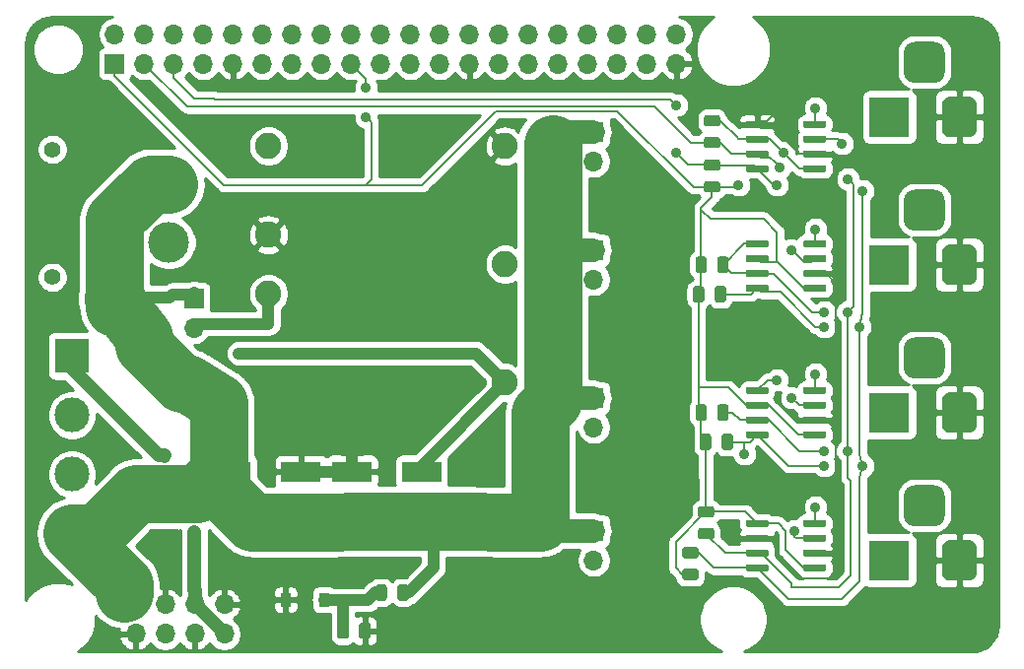
<source format=gtl>
G04 #@! TF.GenerationSoftware,KiCad,Pcbnew,(5.1.5)-3*
G04 #@! TF.CreationDate,2020-10-25T23:42:07+01:00*
G04 #@! TF.ProjectId,alim_hat,616c696d-5f68-4617-942e-6b696361645f,rev?*
G04 #@! TF.SameCoordinates,Original*
G04 #@! TF.FileFunction,Copper,L1,Top*
G04 #@! TF.FilePolarity,Positive*
%FSLAX46Y46*%
G04 Gerber Fmt 4.6, Leading zero omitted, Abs format (unit mm)*
G04 Created by KiCad (PCBNEW (5.1.5)-3) date 2020-10-25 23:42:07*
%MOMM*%
%LPD*%
G04 APERTURE LIST*
%ADD10C,0.150000*%
%ADD11R,0.900000X1.200000*%
%ADD12R,3.400000X1.800000*%
%ADD13C,3.500000*%
%ADD14R,3.500000X3.500000*%
%ADD15C,1.400000*%
%ADD16O,1.700000X1.700000*%
%ADD17R,1.700000X1.700000*%
%ADD18C,2.250000*%
%ADD19C,3.000000*%
%ADD20R,3.000000X3.000000*%
%ADD21C,0.900000*%
%ADD22C,0.200000*%
%ADD23C,1.000000*%
%ADD24C,2.000000*%
%ADD25C,5.000000*%
%ADD26C,1.200000*%
%ADD27C,0.254000*%
G04 APERTURE END LIST*
G04 #@! TA.AperFunction,SMDPad,CuDef*
D10*
G36*
X230128122Y-146469074D02*
G01*
X230151783Y-146472584D01*
X230174987Y-146478396D01*
X230197509Y-146486454D01*
X230219133Y-146496682D01*
X230239650Y-146508979D01*
X230258863Y-146523229D01*
X230276587Y-146539293D01*
X230292651Y-146557017D01*
X230306901Y-146576230D01*
X230319198Y-146596747D01*
X230329426Y-146618371D01*
X230337484Y-146640893D01*
X230343296Y-146664097D01*
X230346806Y-146687758D01*
X230347980Y-146711650D01*
X230347980Y-147624150D01*
X230346806Y-147648042D01*
X230343296Y-147671703D01*
X230337484Y-147694907D01*
X230329426Y-147717429D01*
X230319198Y-147739053D01*
X230306901Y-147759570D01*
X230292651Y-147778783D01*
X230276587Y-147796507D01*
X230258863Y-147812571D01*
X230239650Y-147826821D01*
X230219133Y-147839118D01*
X230197509Y-147849346D01*
X230174987Y-147857404D01*
X230151783Y-147863216D01*
X230128122Y-147866726D01*
X230104230Y-147867900D01*
X229616730Y-147867900D01*
X229592838Y-147866726D01*
X229569177Y-147863216D01*
X229545973Y-147857404D01*
X229523451Y-147849346D01*
X229501827Y-147839118D01*
X229481310Y-147826821D01*
X229462097Y-147812571D01*
X229444373Y-147796507D01*
X229428309Y-147778783D01*
X229414059Y-147759570D01*
X229401762Y-147739053D01*
X229391534Y-147717429D01*
X229383476Y-147694907D01*
X229377664Y-147671703D01*
X229374154Y-147648042D01*
X229372980Y-147624150D01*
X229372980Y-146711650D01*
X229374154Y-146687758D01*
X229377664Y-146664097D01*
X229383476Y-146640893D01*
X229391534Y-146618371D01*
X229401762Y-146596747D01*
X229414059Y-146576230D01*
X229428309Y-146557017D01*
X229444373Y-146539293D01*
X229462097Y-146523229D01*
X229481310Y-146508979D01*
X229501827Y-146496682D01*
X229523451Y-146486454D01*
X229545973Y-146478396D01*
X229569177Y-146472584D01*
X229592838Y-146469074D01*
X229616730Y-146467900D01*
X230104230Y-146467900D01*
X230128122Y-146469074D01*
G37*
G04 #@! TD.AperFunction*
G04 #@! TA.AperFunction,SMDPad,CuDef*
G36*
X228253122Y-146469074D02*
G01*
X228276783Y-146472584D01*
X228299987Y-146478396D01*
X228322509Y-146486454D01*
X228344133Y-146496682D01*
X228364650Y-146508979D01*
X228383863Y-146523229D01*
X228401587Y-146539293D01*
X228417651Y-146557017D01*
X228431901Y-146576230D01*
X228444198Y-146596747D01*
X228454426Y-146618371D01*
X228462484Y-146640893D01*
X228468296Y-146664097D01*
X228471806Y-146687758D01*
X228472980Y-146711650D01*
X228472980Y-147624150D01*
X228471806Y-147648042D01*
X228468296Y-147671703D01*
X228462484Y-147694907D01*
X228454426Y-147717429D01*
X228444198Y-147739053D01*
X228431901Y-147759570D01*
X228417651Y-147778783D01*
X228401587Y-147796507D01*
X228383863Y-147812571D01*
X228364650Y-147826821D01*
X228344133Y-147839118D01*
X228322509Y-147849346D01*
X228299987Y-147857404D01*
X228276783Y-147863216D01*
X228253122Y-147866726D01*
X228229230Y-147867900D01*
X227741730Y-147867900D01*
X227717838Y-147866726D01*
X227694177Y-147863216D01*
X227670973Y-147857404D01*
X227648451Y-147849346D01*
X227626827Y-147839118D01*
X227606310Y-147826821D01*
X227587097Y-147812571D01*
X227569373Y-147796507D01*
X227553309Y-147778783D01*
X227539059Y-147759570D01*
X227526762Y-147739053D01*
X227516534Y-147717429D01*
X227508476Y-147694907D01*
X227502664Y-147671703D01*
X227499154Y-147648042D01*
X227497980Y-147624150D01*
X227497980Y-146711650D01*
X227499154Y-146687758D01*
X227502664Y-146664097D01*
X227508476Y-146640893D01*
X227516534Y-146618371D01*
X227526762Y-146596747D01*
X227539059Y-146576230D01*
X227553309Y-146557017D01*
X227569373Y-146539293D01*
X227587097Y-146523229D01*
X227606310Y-146508979D01*
X227626827Y-146496682D01*
X227648451Y-146486454D01*
X227670973Y-146478396D01*
X227694177Y-146472584D01*
X227717838Y-146469074D01*
X227741730Y-146467900D01*
X228229230Y-146467900D01*
X228253122Y-146469074D01*
G37*
G04 #@! TD.AperFunction*
D11*
X223066740Y-144508520D03*
X226366740Y-144508520D03*
D12*
X224369020Y-133497620D03*
X218369020Y-133497620D03*
G04 #@! TA.AperFunction,SMDPad,CuDef*
D10*
G36*
X231537342Y-143182314D02*
G01*
X231561003Y-143185824D01*
X231584207Y-143191636D01*
X231606729Y-143199694D01*
X231628353Y-143209922D01*
X231648870Y-143222219D01*
X231668083Y-143236469D01*
X231685807Y-143252533D01*
X231701871Y-143270257D01*
X231716121Y-143289470D01*
X231728418Y-143309987D01*
X231738646Y-143331611D01*
X231746704Y-143354133D01*
X231752516Y-143377337D01*
X231756026Y-143400998D01*
X231757200Y-143424890D01*
X231757200Y-144337390D01*
X231756026Y-144361282D01*
X231752516Y-144384943D01*
X231746704Y-144408147D01*
X231738646Y-144430669D01*
X231728418Y-144452293D01*
X231716121Y-144472810D01*
X231701871Y-144492023D01*
X231685807Y-144509747D01*
X231668083Y-144525811D01*
X231648870Y-144540061D01*
X231628353Y-144552358D01*
X231606729Y-144562586D01*
X231584207Y-144570644D01*
X231561003Y-144576456D01*
X231537342Y-144579966D01*
X231513450Y-144581140D01*
X231025950Y-144581140D01*
X231002058Y-144579966D01*
X230978397Y-144576456D01*
X230955193Y-144570644D01*
X230932671Y-144562586D01*
X230911047Y-144552358D01*
X230890530Y-144540061D01*
X230871317Y-144525811D01*
X230853593Y-144509747D01*
X230837529Y-144492023D01*
X230823279Y-144472810D01*
X230810982Y-144452293D01*
X230800754Y-144430669D01*
X230792696Y-144408147D01*
X230786884Y-144384943D01*
X230783374Y-144361282D01*
X230782200Y-144337390D01*
X230782200Y-143424890D01*
X230783374Y-143400998D01*
X230786884Y-143377337D01*
X230792696Y-143354133D01*
X230800754Y-143331611D01*
X230810982Y-143309987D01*
X230823279Y-143289470D01*
X230837529Y-143270257D01*
X230853593Y-143252533D01*
X230871317Y-143236469D01*
X230890530Y-143222219D01*
X230911047Y-143209922D01*
X230932671Y-143199694D01*
X230955193Y-143191636D01*
X230978397Y-143185824D01*
X231002058Y-143182314D01*
X231025950Y-143181140D01*
X231513450Y-143181140D01*
X231537342Y-143182314D01*
G37*
G04 #@! TD.AperFunction*
G04 #@! TA.AperFunction,SMDPad,CuDef*
G36*
X233412342Y-143182314D02*
G01*
X233436003Y-143185824D01*
X233459207Y-143191636D01*
X233481729Y-143199694D01*
X233503353Y-143209922D01*
X233523870Y-143222219D01*
X233543083Y-143236469D01*
X233560807Y-143252533D01*
X233576871Y-143270257D01*
X233591121Y-143289470D01*
X233603418Y-143309987D01*
X233613646Y-143331611D01*
X233621704Y-143354133D01*
X233627516Y-143377337D01*
X233631026Y-143400998D01*
X233632200Y-143424890D01*
X233632200Y-144337390D01*
X233631026Y-144361282D01*
X233627516Y-144384943D01*
X233621704Y-144408147D01*
X233613646Y-144430669D01*
X233603418Y-144452293D01*
X233591121Y-144472810D01*
X233576871Y-144492023D01*
X233560807Y-144509747D01*
X233543083Y-144525811D01*
X233523870Y-144540061D01*
X233503353Y-144552358D01*
X233481729Y-144562586D01*
X233459207Y-144570644D01*
X233436003Y-144576456D01*
X233412342Y-144579966D01*
X233388450Y-144581140D01*
X232900950Y-144581140D01*
X232877058Y-144579966D01*
X232853397Y-144576456D01*
X232830193Y-144570644D01*
X232807671Y-144562586D01*
X232786047Y-144552358D01*
X232765530Y-144540061D01*
X232746317Y-144525811D01*
X232728593Y-144509747D01*
X232712529Y-144492023D01*
X232698279Y-144472810D01*
X232685982Y-144452293D01*
X232675754Y-144430669D01*
X232667696Y-144408147D01*
X232661884Y-144384943D01*
X232658374Y-144361282D01*
X232657200Y-144337390D01*
X232657200Y-143424890D01*
X232658374Y-143400998D01*
X232661884Y-143377337D01*
X232667696Y-143354133D01*
X232675754Y-143331611D01*
X232685982Y-143309987D01*
X232698279Y-143289470D01*
X232712529Y-143270257D01*
X232728593Y-143252533D01*
X232746317Y-143236469D01*
X232765530Y-143222219D01*
X232786047Y-143209922D01*
X232807671Y-143199694D01*
X232830193Y-143191636D01*
X232853397Y-143185824D01*
X232877058Y-143182314D01*
X232900950Y-143181140D01*
X233388450Y-143181140D01*
X233412342Y-143182314D01*
G37*
G04 #@! TD.AperFunction*
D13*
X213030200Y-113793580D03*
D14*
X213030200Y-108793580D03*
D15*
X203030200Y-116793580D03*
X203030200Y-105793580D03*
D16*
X215176500Y-121143060D03*
D17*
X215176500Y-118603060D03*
D18*
X241910000Y-105510000D03*
X241910000Y-115670000D03*
X241910000Y-125830000D03*
X221590000Y-118210000D03*
X221590000Y-113130000D03*
X221590000Y-105510000D03*
G04 #@! TA.AperFunction,SMDPad,CuDef*
D10*
G36*
X259662142Y-136452754D02*
G01*
X259685803Y-136456264D01*
X259709007Y-136462076D01*
X259731529Y-136470134D01*
X259753153Y-136480362D01*
X259773670Y-136492659D01*
X259792883Y-136506909D01*
X259810607Y-136522973D01*
X259826671Y-136540697D01*
X259840921Y-136559910D01*
X259853218Y-136580427D01*
X259863446Y-136602051D01*
X259871504Y-136624573D01*
X259877316Y-136647777D01*
X259880826Y-136671438D01*
X259882000Y-136695330D01*
X259882000Y-137182830D01*
X259880826Y-137206722D01*
X259877316Y-137230383D01*
X259871504Y-137253587D01*
X259863446Y-137276109D01*
X259853218Y-137297733D01*
X259840921Y-137318250D01*
X259826671Y-137337463D01*
X259810607Y-137355187D01*
X259792883Y-137371251D01*
X259773670Y-137385501D01*
X259753153Y-137397798D01*
X259731529Y-137408026D01*
X259709007Y-137416084D01*
X259685803Y-137421896D01*
X259662142Y-137425406D01*
X259638250Y-137426580D01*
X258725750Y-137426580D01*
X258701858Y-137425406D01*
X258678197Y-137421896D01*
X258654993Y-137416084D01*
X258632471Y-137408026D01*
X258610847Y-137397798D01*
X258590330Y-137385501D01*
X258571117Y-137371251D01*
X258553393Y-137355187D01*
X258537329Y-137337463D01*
X258523079Y-137318250D01*
X258510782Y-137297733D01*
X258500554Y-137276109D01*
X258492496Y-137253587D01*
X258486684Y-137230383D01*
X258483174Y-137206722D01*
X258482000Y-137182830D01*
X258482000Y-136695330D01*
X258483174Y-136671438D01*
X258486684Y-136647777D01*
X258492496Y-136624573D01*
X258500554Y-136602051D01*
X258510782Y-136580427D01*
X258523079Y-136559910D01*
X258537329Y-136540697D01*
X258553393Y-136522973D01*
X258571117Y-136506909D01*
X258590330Y-136492659D01*
X258610847Y-136480362D01*
X258632471Y-136470134D01*
X258654993Y-136462076D01*
X258678197Y-136456264D01*
X258701858Y-136452754D01*
X258725750Y-136451580D01*
X259638250Y-136451580D01*
X259662142Y-136452754D01*
G37*
G04 #@! TD.AperFunction*
G04 #@! TA.AperFunction,SMDPad,CuDef*
G36*
X259662142Y-138327754D02*
G01*
X259685803Y-138331264D01*
X259709007Y-138337076D01*
X259731529Y-138345134D01*
X259753153Y-138355362D01*
X259773670Y-138367659D01*
X259792883Y-138381909D01*
X259810607Y-138397973D01*
X259826671Y-138415697D01*
X259840921Y-138434910D01*
X259853218Y-138455427D01*
X259863446Y-138477051D01*
X259871504Y-138499573D01*
X259877316Y-138522777D01*
X259880826Y-138546438D01*
X259882000Y-138570330D01*
X259882000Y-139057830D01*
X259880826Y-139081722D01*
X259877316Y-139105383D01*
X259871504Y-139128587D01*
X259863446Y-139151109D01*
X259853218Y-139172733D01*
X259840921Y-139193250D01*
X259826671Y-139212463D01*
X259810607Y-139230187D01*
X259792883Y-139246251D01*
X259773670Y-139260501D01*
X259753153Y-139272798D01*
X259731529Y-139283026D01*
X259709007Y-139291084D01*
X259685803Y-139296896D01*
X259662142Y-139300406D01*
X259638250Y-139301580D01*
X258725750Y-139301580D01*
X258701858Y-139300406D01*
X258678197Y-139296896D01*
X258654993Y-139291084D01*
X258632471Y-139283026D01*
X258610847Y-139272798D01*
X258590330Y-139260501D01*
X258571117Y-139246251D01*
X258553393Y-139230187D01*
X258537329Y-139212463D01*
X258523079Y-139193250D01*
X258510782Y-139172733D01*
X258500554Y-139151109D01*
X258492496Y-139128587D01*
X258486684Y-139105383D01*
X258483174Y-139081722D01*
X258482000Y-139057830D01*
X258482000Y-138570330D01*
X258483174Y-138546438D01*
X258486684Y-138522777D01*
X258492496Y-138499573D01*
X258500554Y-138477051D01*
X258510782Y-138455427D01*
X258523079Y-138434910D01*
X258537329Y-138415697D01*
X258553393Y-138397973D01*
X258571117Y-138381909D01*
X258590330Y-138367659D01*
X258610847Y-138355362D01*
X258632471Y-138345134D01*
X258654993Y-138337076D01*
X258678197Y-138331264D01*
X258701858Y-138327754D01*
X258725750Y-138326580D01*
X259638250Y-138326580D01*
X259662142Y-138327754D01*
G37*
G04 #@! TD.AperFunction*
G04 #@! TA.AperFunction,SMDPad,CuDef*
G36*
X258310862Y-139965574D02*
G01*
X258334523Y-139969084D01*
X258357727Y-139974896D01*
X258380249Y-139982954D01*
X258401873Y-139993182D01*
X258422390Y-140005479D01*
X258441603Y-140019729D01*
X258459327Y-140035793D01*
X258475391Y-140053517D01*
X258489641Y-140072730D01*
X258501938Y-140093247D01*
X258512166Y-140114871D01*
X258520224Y-140137393D01*
X258526036Y-140160597D01*
X258529546Y-140184258D01*
X258530720Y-140208150D01*
X258530720Y-140695650D01*
X258529546Y-140719542D01*
X258526036Y-140743203D01*
X258520224Y-140766407D01*
X258512166Y-140788929D01*
X258501938Y-140810553D01*
X258489641Y-140831070D01*
X258475391Y-140850283D01*
X258459327Y-140868007D01*
X258441603Y-140884071D01*
X258422390Y-140898321D01*
X258401873Y-140910618D01*
X258380249Y-140920846D01*
X258357727Y-140928904D01*
X258334523Y-140934716D01*
X258310862Y-140938226D01*
X258286970Y-140939400D01*
X257374470Y-140939400D01*
X257350578Y-140938226D01*
X257326917Y-140934716D01*
X257303713Y-140928904D01*
X257281191Y-140920846D01*
X257259567Y-140910618D01*
X257239050Y-140898321D01*
X257219837Y-140884071D01*
X257202113Y-140868007D01*
X257186049Y-140850283D01*
X257171799Y-140831070D01*
X257159502Y-140810553D01*
X257149274Y-140788929D01*
X257141216Y-140766407D01*
X257135404Y-140743203D01*
X257131894Y-140719542D01*
X257130720Y-140695650D01*
X257130720Y-140208150D01*
X257131894Y-140184258D01*
X257135404Y-140160597D01*
X257141216Y-140137393D01*
X257149274Y-140114871D01*
X257159502Y-140093247D01*
X257171799Y-140072730D01*
X257186049Y-140053517D01*
X257202113Y-140035793D01*
X257219837Y-140019729D01*
X257239050Y-140005479D01*
X257259567Y-139993182D01*
X257281191Y-139982954D01*
X257303713Y-139974896D01*
X257326917Y-139969084D01*
X257350578Y-139965574D01*
X257374470Y-139964400D01*
X258286970Y-139964400D01*
X258310862Y-139965574D01*
G37*
G04 #@! TD.AperFunction*
G04 #@! TA.AperFunction,SMDPad,CuDef*
G36*
X258310862Y-141840574D02*
G01*
X258334523Y-141844084D01*
X258357727Y-141849896D01*
X258380249Y-141857954D01*
X258401873Y-141868182D01*
X258422390Y-141880479D01*
X258441603Y-141894729D01*
X258459327Y-141910793D01*
X258475391Y-141928517D01*
X258489641Y-141947730D01*
X258501938Y-141968247D01*
X258512166Y-141989871D01*
X258520224Y-142012393D01*
X258526036Y-142035597D01*
X258529546Y-142059258D01*
X258530720Y-142083150D01*
X258530720Y-142570650D01*
X258529546Y-142594542D01*
X258526036Y-142618203D01*
X258520224Y-142641407D01*
X258512166Y-142663929D01*
X258501938Y-142685553D01*
X258489641Y-142706070D01*
X258475391Y-142725283D01*
X258459327Y-142743007D01*
X258441603Y-142759071D01*
X258422390Y-142773321D01*
X258401873Y-142785618D01*
X258380249Y-142795846D01*
X258357727Y-142803904D01*
X258334523Y-142809716D01*
X258310862Y-142813226D01*
X258286970Y-142814400D01*
X257374470Y-142814400D01*
X257350578Y-142813226D01*
X257326917Y-142809716D01*
X257303713Y-142803904D01*
X257281191Y-142795846D01*
X257259567Y-142785618D01*
X257239050Y-142773321D01*
X257219837Y-142759071D01*
X257202113Y-142743007D01*
X257186049Y-142725283D01*
X257171799Y-142706070D01*
X257159502Y-142685553D01*
X257149274Y-142663929D01*
X257141216Y-142641407D01*
X257135404Y-142618203D01*
X257131894Y-142594542D01*
X257130720Y-142570650D01*
X257130720Y-142083150D01*
X257131894Y-142059258D01*
X257135404Y-142035597D01*
X257141216Y-142012393D01*
X257149274Y-141989871D01*
X257159502Y-141968247D01*
X257171799Y-141947730D01*
X257186049Y-141928517D01*
X257202113Y-141910793D01*
X257219837Y-141894729D01*
X257239050Y-141880479D01*
X257259567Y-141868182D01*
X257281191Y-141857954D01*
X257303713Y-141849896D01*
X257326917Y-141844084D01*
X257350578Y-141840574D01*
X257374470Y-141839400D01*
X258286970Y-141839400D01*
X258310862Y-141840574D01*
G37*
G04 #@! TD.AperFunction*
G04 #@! TA.AperFunction,SMDPad,CuDef*
G36*
X259020142Y-127711174D02*
G01*
X259043803Y-127714684D01*
X259067007Y-127720496D01*
X259089529Y-127728554D01*
X259111153Y-127738782D01*
X259131670Y-127751079D01*
X259150883Y-127765329D01*
X259168607Y-127781393D01*
X259184671Y-127799117D01*
X259198921Y-127818330D01*
X259211218Y-127838847D01*
X259221446Y-127860471D01*
X259229504Y-127882993D01*
X259235316Y-127906197D01*
X259238826Y-127929858D01*
X259240000Y-127953750D01*
X259240000Y-128866250D01*
X259238826Y-128890142D01*
X259235316Y-128913803D01*
X259229504Y-128937007D01*
X259221446Y-128959529D01*
X259211218Y-128981153D01*
X259198921Y-129001670D01*
X259184671Y-129020883D01*
X259168607Y-129038607D01*
X259150883Y-129054671D01*
X259131670Y-129068921D01*
X259111153Y-129081218D01*
X259089529Y-129091446D01*
X259067007Y-129099504D01*
X259043803Y-129105316D01*
X259020142Y-129108826D01*
X258996250Y-129110000D01*
X258508750Y-129110000D01*
X258484858Y-129108826D01*
X258461197Y-129105316D01*
X258437993Y-129099504D01*
X258415471Y-129091446D01*
X258393847Y-129081218D01*
X258373330Y-129068921D01*
X258354117Y-129054671D01*
X258336393Y-129038607D01*
X258320329Y-129020883D01*
X258306079Y-129001670D01*
X258293782Y-128981153D01*
X258283554Y-128959529D01*
X258275496Y-128937007D01*
X258269684Y-128913803D01*
X258266174Y-128890142D01*
X258265000Y-128866250D01*
X258265000Y-127953750D01*
X258266174Y-127929858D01*
X258269684Y-127906197D01*
X258275496Y-127882993D01*
X258283554Y-127860471D01*
X258293782Y-127838847D01*
X258306079Y-127818330D01*
X258320329Y-127799117D01*
X258336393Y-127781393D01*
X258354117Y-127765329D01*
X258373330Y-127751079D01*
X258393847Y-127738782D01*
X258415471Y-127728554D01*
X258437993Y-127720496D01*
X258461197Y-127714684D01*
X258484858Y-127711174D01*
X258508750Y-127710000D01*
X258996250Y-127710000D01*
X259020142Y-127711174D01*
G37*
G04 #@! TD.AperFunction*
G04 #@! TA.AperFunction,SMDPad,CuDef*
G36*
X260895142Y-127711174D02*
G01*
X260918803Y-127714684D01*
X260942007Y-127720496D01*
X260964529Y-127728554D01*
X260986153Y-127738782D01*
X261006670Y-127751079D01*
X261025883Y-127765329D01*
X261043607Y-127781393D01*
X261059671Y-127799117D01*
X261073921Y-127818330D01*
X261086218Y-127838847D01*
X261096446Y-127860471D01*
X261104504Y-127882993D01*
X261110316Y-127906197D01*
X261113826Y-127929858D01*
X261115000Y-127953750D01*
X261115000Y-128866250D01*
X261113826Y-128890142D01*
X261110316Y-128913803D01*
X261104504Y-128937007D01*
X261096446Y-128959529D01*
X261086218Y-128981153D01*
X261073921Y-129001670D01*
X261059671Y-129020883D01*
X261043607Y-129038607D01*
X261025883Y-129054671D01*
X261006670Y-129068921D01*
X260986153Y-129081218D01*
X260964529Y-129091446D01*
X260942007Y-129099504D01*
X260918803Y-129105316D01*
X260895142Y-129108826D01*
X260871250Y-129110000D01*
X260383750Y-129110000D01*
X260359858Y-129108826D01*
X260336197Y-129105316D01*
X260312993Y-129099504D01*
X260290471Y-129091446D01*
X260268847Y-129081218D01*
X260248330Y-129068921D01*
X260229117Y-129054671D01*
X260211393Y-129038607D01*
X260195329Y-129020883D01*
X260181079Y-129001670D01*
X260168782Y-128981153D01*
X260158554Y-128959529D01*
X260150496Y-128937007D01*
X260144684Y-128913803D01*
X260141174Y-128890142D01*
X260140000Y-128866250D01*
X260140000Y-127953750D01*
X260141174Y-127929858D01*
X260144684Y-127906197D01*
X260150496Y-127882993D01*
X260158554Y-127860471D01*
X260168782Y-127838847D01*
X260181079Y-127818330D01*
X260195329Y-127799117D01*
X260211393Y-127781393D01*
X260229117Y-127765329D01*
X260248330Y-127751079D01*
X260268847Y-127738782D01*
X260290471Y-127728554D01*
X260312993Y-127720496D01*
X260336197Y-127714684D01*
X260359858Y-127711174D01*
X260383750Y-127710000D01*
X260871250Y-127710000D01*
X260895142Y-127711174D01*
G37*
G04 #@! TD.AperFunction*
G04 #@! TA.AperFunction,SMDPad,CuDef*
G36*
X261275142Y-130251174D02*
G01*
X261298803Y-130254684D01*
X261322007Y-130260496D01*
X261344529Y-130268554D01*
X261366153Y-130278782D01*
X261386670Y-130291079D01*
X261405883Y-130305329D01*
X261423607Y-130321393D01*
X261439671Y-130339117D01*
X261453921Y-130358330D01*
X261466218Y-130378847D01*
X261476446Y-130400471D01*
X261484504Y-130422993D01*
X261490316Y-130446197D01*
X261493826Y-130469858D01*
X261495000Y-130493750D01*
X261495000Y-131406250D01*
X261493826Y-131430142D01*
X261490316Y-131453803D01*
X261484504Y-131477007D01*
X261476446Y-131499529D01*
X261466218Y-131521153D01*
X261453921Y-131541670D01*
X261439671Y-131560883D01*
X261423607Y-131578607D01*
X261405883Y-131594671D01*
X261386670Y-131608921D01*
X261366153Y-131621218D01*
X261344529Y-131631446D01*
X261322007Y-131639504D01*
X261298803Y-131645316D01*
X261275142Y-131648826D01*
X261251250Y-131650000D01*
X260763750Y-131650000D01*
X260739858Y-131648826D01*
X260716197Y-131645316D01*
X260692993Y-131639504D01*
X260670471Y-131631446D01*
X260648847Y-131621218D01*
X260628330Y-131608921D01*
X260609117Y-131594671D01*
X260591393Y-131578607D01*
X260575329Y-131560883D01*
X260561079Y-131541670D01*
X260548782Y-131521153D01*
X260538554Y-131499529D01*
X260530496Y-131477007D01*
X260524684Y-131453803D01*
X260521174Y-131430142D01*
X260520000Y-131406250D01*
X260520000Y-130493750D01*
X260521174Y-130469858D01*
X260524684Y-130446197D01*
X260530496Y-130422993D01*
X260538554Y-130400471D01*
X260548782Y-130378847D01*
X260561079Y-130358330D01*
X260575329Y-130339117D01*
X260591393Y-130321393D01*
X260609117Y-130305329D01*
X260628330Y-130291079D01*
X260648847Y-130278782D01*
X260670471Y-130268554D01*
X260692993Y-130260496D01*
X260716197Y-130254684D01*
X260739858Y-130251174D01*
X260763750Y-130250000D01*
X261251250Y-130250000D01*
X261275142Y-130251174D01*
G37*
G04 #@! TD.AperFunction*
G04 #@! TA.AperFunction,SMDPad,CuDef*
G36*
X259400142Y-130251174D02*
G01*
X259423803Y-130254684D01*
X259447007Y-130260496D01*
X259469529Y-130268554D01*
X259491153Y-130278782D01*
X259511670Y-130291079D01*
X259530883Y-130305329D01*
X259548607Y-130321393D01*
X259564671Y-130339117D01*
X259578921Y-130358330D01*
X259591218Y-130378847D01*
X259601446Y-130400471D01*
X259609504Y-130422993D01*
X259615316Y-130446197D01*
X259618826Y-130469858D01*
X259620000Y-130493750D01*
X259620000Y-131406250D01*
X259618826Y-131430142D01*
X259615316Y-131453803D01*
X259609504Y-131477007D01*
X259601446Y-131499529D01*
X259591218Y-131521153D01*
X259578921Y-131541670D01*
X259564671Y-131560883D01*
X259548607Y-131578607D01*
X259530883Y-131594671D01*
X259511670Y-131608921D01*
X259491153Y-131621218D01*
X259469529Y-131631446D01*
X259447007Y-131639504D01*
X259423803Y-131645316D01*
X259400142Y-131648826D01*
X259376250Y-131650000D01*
X258888750Y-131650000D01*
X258864858Y-131648826D01*
X258841197Y-131645316D01*
X258817993Y-131639504D01*
X258795471Y-131631446D01*
X258773847Y-131621218D01*
X258753330Y-131608921D01*
X258734117Y-131594671D01*
X258716393Y-131578607D01*
X258700329Y-131560883D01*
X258686079Y-131541670D01*
X258673782Y-131521153D01*
X258663554Y-131499529D01*
X258655496Y-131477007D01*
X258649684Y-131453803D01*
X258646174Y-131430142D01*
X258645000Y-131406250D01*
X258645000Y-130493750D01*
X258646174Y-130469858D01*
X258649684Y-130446197D01*
X258655496Y-130422993D01*
X258663554Y-130400471D01*
X258673782Y-130378847D01*
X258686079Y-130358330D01*
X258700329Y-130339117D01*
X258716393Y-130321393D01*
X258734117Y-130305329D01*
X258753330Y-130291079D01*
X258773847Y-130278782D01*
X258795471Y-130268554D01*
X258817993Y-130260496D01*
X258841197Y-130254684D01*
X258864858Y-130251174D01*
X258888750Y-130250000D01*
X259376250Y-130250000D01*
X259400142Y-130251174D01*
G37*
G04 #@! TD.AperFunction*
G04 #@! TA.AperFunction,SMDPad,CuDef*
G36*
X259020142Y-115011174D02*
G01*
X259043803Y-115014684D01*
X259067007Y-115020496D01*
X259089529Y-115028554D01*
X259111153Y-115038782D01*
X259131670Y-115051079D01*
X259150883Y-115065329D01*
X259168607Y-115081393D01*
X259184671Y-115099117D01*
X259198921Y-115118330D01*
X259211218Y-115138847D01*
X259221446Y-115160471D01*
X259229504Y-115182993D01*
X259235316Y-115206197D01*
X259238826Y-115229858D01*
X259240000Y-115253750D01*
X259240000Y-116166250D01*
X259238826Y-116190142D01*
X259235316Y-116213803D01*
X259229504Y-116237007D01*
X259221446Y-116259529D01*
X259211218Y-116281153D01*
X259198921Y-116301670D01*
X259184671Y-116320883D01*
X259168607Y-116338607D01*
X259150883Y-116354671D01*
X259131670Y-116368921D01*
X259111153Y-116381218D01*
X259089529Y-116391446D01*
X259067007Y-116399504D01*
X259043803Y-116405316D01*
X259020142Y-116408826D01*
X258996250Y-116410000D01*
X258508750Y-116410000D01*
X258484858Y-116408826D01*
X258461197Y-116405316D01*
X258437993Y-116399504D01*
X258415471Y-116391446D01*
X258393847Y-116381218D01*
X258373330Y-116368921D01*
X258354117Y-116354671D01*
X258336393Y-116338607D01*
X258320329Y-116320883D01*
X258306079Y-116301670D01*
X258293782Y-116281153D01*
X258283554Y-116259529D01*
X258275496Y-116237007D01*
X258269684Y-116213803D01*
X258266174Y-116190142D01*
X258265000Y-116166250D01*
X258265000Y-115253750D01*
X258266174Y-115229858D01*
X258269684Y-115206197D01*
X258275496Y-115182993D01*
X258283554Y-115160471D01*
X258293782Y-115138847D01*
X258306079Y-115118330D01*
X258320329Y-115099117D01*
X258336393Y-115081393D01*
X258354117Y-115065329D01*
X258373330Y-115051079D01*
X258393847Y-115038782D01*
X258415471Y-115028554D01*
X258437993Y-115020496D01*
X258461197Y-115014684D01*
X258484858Y-115011174D01*
X258508750Y-115010000D01*
X258996250Y-115010000D01*
X259020142Y-115011174D01*
G37*
G04 #@! TD.AperFunction*
G04 #@! TA.AperFunction,SMDPad,CuDef*
G36*
X260895142Y-115011174D02*
G01*
X260918803Y-115014684D01*
X260942007Y-115020496D01*
X260964529Y-115028554D01*
X260986153Y-115038782D01*
X261006670Y-115051079D01*
X261025883Y-115065329D01*
X261043607Y-115081393D01*
X261059671Y-115099117D01*
X261073921Y-115118330D01*
X261086218Y-115138847D01*
X261096446Y-115160471D01*
X261104504Y-115182993D01*
X261110316Y-115206197D01*
X261113826Y-115229858D01*
X261115000Y-115253750D01*
X261115000Y-116166250D01*
X261113826Y-116190142D01*
X261110316Y-116213803D01*
X261104504Y-116237007D01*
X261096446Y-116259529D01*
X261086218Y-116281153D01*
X261073921Y-116301670D01*
X261059671Y-116320883D01*
X261043607Y-116338607D01*
X261025883Y-116354671D01*
X261006670Y-116368921D01*
X260986153Y-116381218D01*
X260964529Y-116391446D01*
X260942007Y-116399504D01*
X260918803Y-116405316D01*
X260895142Y-116408826D01*
X260871250Y-116410000D01*
X260383750Y-116410000D01*
X260359858Y-116408826D01*
X260336197Y-116405316D01*
X260312993Y-116399504D01*
X260290471Y-116391446D01*
X260268847Y-116381218D01*
X260248330Y-116368921D01*
X260229117Y-116354671D01*
X260211393Y-116338607D01*
X260195329Y-116320883D01*
X260181079Y-116301670D01*
X260168782Y-116281153D01*
X260158554Y-116259529D01*
X260150496Y-116237007D01*
X260144684Y-116213803D01*
X260141174Y-116190142D01*
X260140000Y-116166250D01*
X260140000Y-115253750D01*
X260141174Y-115229858D01*
X260144684Y-115206197D01*
X260150496Y-115182993D01*
X260158554Y-115160471D01*
X260168782Y-115138847D01*
X260181079Y-115118330D01*
X260195329Y-115099117D01*
X260211393Y-115081393D01*
X260229117Y-115065329D01*
X260248330Y-115051079D01*
X260268847Y-115038782D01*
X260290471Y-115028554D01*
X260312993Y-115020496D01*
X260336197Y-115014684D01*
X260359858Y-115011174D01*
X260383750Y-115010000D01*
X260871250Y-115010000D01*
X260895142Y-115011174D01*
G37*
G04 #@! TD.AperFunction*
G04 #@! TA.AperFunction,SMDPad,CuDef*
G36*
X260675142Y-117551174D02*
G01*
X260698803Y-117554684D01*
X260722007Y-117560496D01*
X260744529Y-117568554D01*
X260766153Y-117578782D01*
X260786670Y-117591079D01*
X260805883Y-117605329D01*
X260823607Y-117621393D01*
X260839671Y-117639117D01*
X260853921Y-117658330D01*
X260866218Y-117678847D01*
X260876446Y-117700471D01*
X260884504Y-117722993D01*
X260890316Y-117746197D01*
X260893826Y-117769858D01*
X260895000Y-117793750D01*
X260895000Y-118706250D01*
X260893826Y-118730142D01*
X260890316Y-118753803D01*
X260884504Y-118777007D01*
X260876446Y-118799529D01*
X260866218Y-118821153D01*
X260853921Y-118841670D01*
X260839671Y-118860883D01*
X260823607Y-118878607D01*
X260805883Y-118894671D01*
X260786670Y-118908921D01*
X260766153Y-118921218D01*
X260744529Y-118931446D01*
X260722007Y-118939504D01*
X260698803Y-118945316D01*
X260675142Y-118948826D01*
X260651250Y-118950000D01*
X260163750Y-118950000D01*
X260139858Y-118948826D01*
X260116197Y-118945316D01*
X260092993Y-118939504D01*
X260070471Y-118931446D01*
X260048847Y-118921218D01*
X260028330Y-118908921D01*
X260009117Y-118894671D01*
X259991393Y-118878607D01*
X259975329Y-118860883D01*
X259961079Y-118841670D01*
X259948782Y-118821153D01*
X259938554Y-118799529D01*
X259930496Y-118777007D01*
X259924684Y-118753803D01*
X259921174Y-118730142D01*
X259920000Y-118706250D01*
X259920000Y-117793750D01*
X259921174Y-117769858D01*
X259924684Y-117746197D01*
X259930496Y-117722993D01*
X259938554Y-117700471D01*
X259948782Y-117678847D01*
X259961079Y-117658330D01*
X259975329Y-117639117D01*
X259991393Y-117621393D01*
X260009117Y-117605329D01*
X260028330Y-117591079D01*
X260048847Y-117578782D01*
X260070471Y-117568554D01*
X260092993Y-117560496D01*
X260116197Y-117554684D01*
X260139858Y-117551174D01*
X260163750Y-117550000D01*
X260651250Y-117550000D01*
X260675142Y-117551174D01*
G37*
G04 #@! TD.AperFunction*
G04 #@! TA.AperFunction,SMDPad,CuDef*
G36*
X258800142Y-117551174D02*
G01*
X258823803Y-117554684D01*
X258847007Y-117560496D01*
X258869529Y-117568554D01*
X258891153Y-117578782D01*
X258911670Y-117591079D01*
X258930883Y-117605329D01*
X258948607Y-117621393D01*
X258964671Y-117639117D01*
X258978921Y-117658330D01*
X258991218Y-117678847D01*
X259001446Y-117700471D01*
X259009504Y-117722993D01*
X259015316Y-117746197D01*
X259018826Y-117769858D01*
X259020000Y-117793750D01*
X259020000Y-118706250D01*
X259018826Y-118730142D01*
X259015316Y-118753803D01*
X259009504Y-118777007D01*
X259001446Y-118799529D01*
X258991218Y-118821153D01*
X258978921Y-118841670D01*
X258964671Y-118860883D01*
X258948607Y-118878607D01*
X258930883Y-118894671D01*
X258911670Y-118908921D01*
X258891153Y-118921218D01*
X258869529Y-118931446D01*
X258847007Y-118939504D01*
X258823803Y-118945316D01*
X258800142Y-118948826D01*
X258776250Y-118950000D01*
X258288750Y-118950000D01*
X258264858Y-118948826D01*
X258241197Y-118945316D01*
X258217993Y-118939504D01*
X258195471Y-118931446D01*
X258173847Y-118921218D01*
X258153330Y-118908921D01*
X258134117Y-118894671D01*
X258116393Y-118878607D01*
X258100329Y-118860883D01*
X258086079Y-118841670D01*
X258073782Y-118821153D01*
X258063554Y-118799529D01*
X258055496Y-118777007D01*
X258049684Y-118753803D01*
X258046174Y-118730142D01*
X258045000Y-118706250D01*
X258045000Y-117793750D01*
X258046174Y-117769858D01*
X258049684Y-117746197D01*
X258055496Y-117722993D01*
X258063554Y-117700471D01*
X258073782Y-117678847D01*
X258086079Y-117658330D01*
X258100329Y-117639117D01*
X258116393Y-117621393D01*
X258134117Y-117605329D01*
X258153330Y-117591079D01*
X258173847Y-117578782D01*
X258195471Y-117568554D01*
X258217993Y-117560496D01*
X258241197Y-117554684D01*
X258264858Y-117551174D01*
X258288750Y-117550000D01*
X258776250Y-117550000D01*
X258800142Y-117551174D01*
G37*
G04 #@! TD.AperFunction*
G04 #@! TA.AperFunction,SMDPad,CuDef*
G36*
X260170142Y-102856174D02*
G01*
X260193803Y-102859684D01*
X260217007Y-102865496D01*
X260239529Y-102873554D01*
X260261153Y-102883782D01*
X260281670Y-102896079D01*
X260300883Y-102910329D01*
X260318607Y-102926393D01*
X260334671Y-102944117D01*
X260348921Y-102963330D01*
X260361218Y-102983847D01*
X260371446Y-103005471D01*
X260379504Y-103027993D01*
X260385316Y-103051197D01*
X260388826Y-103074858D01*
X260390000Y-103098750D01*
X260390000Y-103586250D01*
X260388826Y-103610142D01*
X260385316Y-103633803D01*
X260379504Y-103657007D01*
X260371446Y-103679529D01*
X260361218Y-103701153D01*
X260348921Y-103721670D01*
X260334671Y-103740883D01*
X260318607Y-103758607D01*
X260300883Y-103774671D01*
X260281670Y-103788921D01*
X260261153Y-103801218D01*
X260239529Y-103811446D01*
X260217007Y-103819504D01*
X260193803Y-103825316D01*
X260170142Y-103828826D01*
X260146250Y-103830000D01*
X259233750Y-103830000D01*
X259209858Y-103828826D01*
X259186197Y-103825316D01*
X259162993Y-103819504D01*
X259140471Y-103811446D01*
X259118847Y-103801218D01*
X259098330Y-103788921D01*
X259079117Y-103774671D01*
X259061393Y-103758607D01*
X259045329Y-103740883D01*
X259031079Y-103721670D01*
X259018782Y-103701153D01*
X259008554Y-103679529D01*
X259000496Y-103657007D01*
X258994684Y-103633803D01*
X258991174Y-103610142D01*
X258990000Y-103586250D01*
X258990000Y-103098750D01*
X258991174Y-103074858D01*
X258994684Y-103051197D01*
X259000496Y-103027993D01*
X259008554Y-103005471D01*
X259018782Y-102983847D01*
X259031079Y-102963330D01*
X259045329Y-102944117D01*
X259061393Y-102926393D01*
X259079117Y-102910329D01*
X259098330Y-102896079D01*
X259118847Y-102883782D01*
X259140471Y-102873554D01*
X259162993Y-102865496D01*
X259186197Y-102859684D01*
X259209858Y-102856174D01*
X259233750Y-102855000D01*
X260146250Y-102855000D01*
X260170142Y-102856174D01*
G37*
G04 #@! TD.AperFunction*
G04 #@! TA.AperFunction,SMDPad,CuDef*
G36*
X260170142Y-104731174D02*
G01*
X260193803Y-104734684D01*
X260217007Y-104740496D01*
X260239529Y-104748554D01*
X260261153Y-104758782D01*
X260281670Y-104771079D01*
X260300883Y-104785329D01*
X260318607Y-104801393D01*
X260334671Y-104819117D01*
X260348921Y-104838330D01*
X260361218Y-104858847D01*
X260371446Y-104880471D01*
X260379504Y-104902993D01*
X260385316Y-104926197D01*
X260388826Y-104949858D01*
X260390000Y-104973750D01*
X260390000Y-105461250D01*
X260388826Y-105485142D01*
X260385316Y-105508803D01*
X260379504Y-105532007D01*
X260371446Y-105554529D01*
X260361218Y-105576153D01*
X260348921Y-105596670D01*
X260334671Y-105615883D01*
X260318607Y-105633607D01*
X260300883Y-105649671D01*
X260281670Y-105663921D01*
X260261153Y-105676218D01*
X260239529Y-105686446D01*
X260217007Y-105694504D01*
X260193803Y-105700316D01*
X260170142Y-105703826D01*
X260146250Y-105705000D01*
X259233750Y-105705000D01*
X259209858Y-105703826D01*
X259186197Y-105700316D01*
X259162993Y-105694504D01*
X259140471Y-105686446D01*
X259118847Y-105676218D01*
X259098330Y-105663921D01*
X259079117Y-105649671D01*
X259061393Y-105633607D01*
X259045329Y-105615883D01*
X259031079Y-105596670D01*
X259018782Y-105576153D01*
X259008554Y-105554529D01*
X259000496Y-105532007D01*
X258994684Y-105508803D01*
X258991174Y-105485142D01*
X258990000Y-105461250D01*
X258990000Y-104973750D01*
X258991174Y-104949858D01*
X258994684Y-104926197D01*
X259000496Y-104902993D01*
X259008554Y-104880471D01*
X259018782Y-104858847D01*
X259031079Y-104838330D01*
X259045329Y-104819117D01*
X259061393Y-104801393D01*
X259079117Y-104785329D01*
X259098330Y-104771079D01*
X259118847Y-104758782D01*
X259140471Y-104748554D01*
X259162993Y-104740496D01*
X259186197Y-104734684D01*
X259209858Y-104731174D01*
X259233750Y-104730000D01*
X260146250Y-104730000D01*
X260170142Y-104731174D01*
G37*
G04 #@! TD.AperFunction*
G04 #@! TA.AperFunction,SMDPad,CuDef*
G36*
X260170142Y-106666174D02*
G01*
X260193803Y-106669684D01*
X260217007Y-106675496D01*
X260239529Y-106683554D01*
X260261153Y-106693782D01*
X260281670Y-106706079D01*
X260300883Y-106720329D01*
X260318607Y-106736393D01*
X260334671Y-106754117D01*
X260348921Y-106773330D01*
X260361218Y-106793847D01*
X260371446Y-106815471D01*
X260379504Y-106837993D01*
X260385316Y-106861197D01*
X260388826Y-106884858D01*
X260390000Y-106908750D01*
X260390000Y-107396250D01*
X260388826Y-107420142D01*
X260385316Y-107443803D01*
X260379504Y-107467007D01*
X260371446Y-107489529D01*
X260361218Y-107511153D01*
X260348921Y-107531670D01*
X260334671Y-107550883D01*
X260318607Y-107568607D01*
X260300883Y-107584671D01*
X260281670Y-107598921D01*
X260261153Y-107611218D01*
X260239529Y-107621446D01*
X260217007Y-107629504D01*
X260193803Y-107635316D01*
X260170142Y-107638826D01*
X260146250Y-107640000D01*
X259233750Y-107640000D01*
X259209858Y-107638826D01*
X259186197Y-107635316D01*
X259162993Y-107629504D01*
X259140471Y-107621446D01*
X259118847Y-107611218D01*
X259098330Y-107598921D01*
X259079117Y-107584671D01*
X259061393Y-107568607D01*
X259045329Y-107550883D01*
X259031079Y-107531670D01*
X259018782Y-107511153D01*
X259008554Y-107489529D01*
X259000496Y-107467007D01*
X258994684Y-107443803D01*
X258991174Y-107420142D01*
X258990000Y-107396250D01*
X258990000Y-106908750D01*
X258991174Y-106884858D01*
X258994684Y-106861197D01*
X259000496Y-106837993D01*
X259008554Y-106815471D01*
X259018782Y-106793847D01*
X259031079Y-106773330D01*
X259045329Y-106754117D01*
X259061393Y-106736393D01*
X259079117Y-106720329D01*
X259098330Y-106706079D01*
X259118847Y-106693782D01*
X259140471Y-106683554D01*
X259162993Y-106675496D01*
X259186197Y-106669684D01*
X259209858Y-106666174D01*
X259233750Y-106665000D01*
X260146250Y-106665000D01*
X260170142Y-106666174D01*
G37*
G04 #@! TD.AperFunction*
G04 #@! TA.AperFunction,SMDPad,CuDef*
G36*
X260170142Y-108541174D02*
G01*
X260193803Y-108544684D01*
X260217007Y-108550496D01*
X260239529Y-108558554D01*
X260261153Y-108568782D01*
X260281670Y-108581079D01*
X260300883Y-108595329D01*
X260318607Y-108611393D01*
X260334671Y-108629117D01*
X260348921Y-108648330D01*
X260361218Y-108668847D01*
X260371446Y-108690471D01*
X260379504Y-108712993D01*
X260385316Y-108736197D01*
X260388826Y-108759858D01*
X260390000Y-108783750D01*
X260390000Y-109271250D01*
X260388826Y-109295142D01*
X260385316Y-109318803D01*
X260379504Y-109342007D01*
X260371446Y-109364529D01*
X260361218Y-109386153D01*
X260348921Y-109406670D01*
X260334671Y-109425883D01*
X260318607Y-109443607D01*
X260300883Y-109459671D01*
X260281670Y-109473921D01*
X260261153Y-109486218D01*
X260239529Y-109496446D01*
X260217007Y-109504504D01*
X260193803Y-109510316D01*
X260170142Y-109513826D01*
X260146250Y-109515000D01*
X259233750Y-109515000D01*
X259209858Y-109513826D01*
X259186197Y-109510316D01*
X259162993Y-109504504D01*
X259140471Y-109496446D01*
X259118847Y-109486218D01*
X259098330Y-109473921D01*
X259079117Y-109459671D01*
X259061393Y-109443607D01*
X259045329Y-109425883D01*
X259031079Y-109406670D01*
X259018782Y-109386153D01*
X259008554Y-109364529D01*
X259000496Y-109342007D01*
X258994684Y-109318803D01*
X258991174Y-109295142D01*
X258990000Y-109271250D01*
X258990000Y-108783750D01*
X258991174Y-108759858D01*
X258994684Y-108736197D01*
X259000496Y-108712993D01*
X259008554Y-108690471D01*
X259018782Y-108668847D01*
X259031079Y-108648330D01*
X259045329Y-108629117D01*
X259061393Y-108611393D01*
X259079117Y-108595329D01*
X259098330Y-108581079D01*
X259118847Y-108568782D01*
X259140471Y-108558554D01*
X259162993Y-108550496D01*
X259186197Y-108544684D01*
X259209858Y-108541174D01*
X259233750Y-108540000D01*
X260146250Y-108540000D01*
X260170142Y-108541174D01*
G37*
G04 #@! TD.AperFunction*
D16*
X249530000Y-116980000D03*
D17*
X249530000Y-114440000D03*
D16*
X249530000Y-141110000D03*
D17*
X249530000Y-138570000D03*
D16*
X249530000Y-129680000D03*
D17*
X249530000Y-127140000D03*
D16*
X249530000Y-106820000D03*
D17*
X249530000Y-104280000D03*
G04 #@! TA.AperFunction,ComponentPad*
D10*
G36*
X278890765Y-134664213D02*
G01*
X278975704Y-134676813D01*
X279058999Y-134697677D01*
X279139848Y-134726605D01*
X279217472Y-134763319D01*
X279291124Y-134807464D01*
X279360094Y-134858616D01*
X279423718Y-134916282D01*
X279481384Y-134979906D01*
X279532536Y-135048876D01*
X279576681Y-135122528D01*
X279613395Y-135200152D01*
X279642323Y-135281001D01*
X279663187Y-135364296D01*
X279675787Y-135449235D01*
X279680000Y-135535000D01*
X279680000Y-137285000D01*
X279675787Y-137370765D01*
X279663187Y-137455704D01*
X279642323Y-137538999D01*
X279613395Y-137619848D01*
X279576681Y-137697472D01*
X279532536Y-137771124D01*
X279481384Y-137840094D01*
X279423718Y-137903718D01*
X279360094Y-137961384D01*
X279291124Y-138012536D01*
X279217472Y-138056681D01*
X279139848Y-138093395D01*
X279058999Y-138122323D01*
X278975704Y-138143187D01*
X278890765Y-138155787D01*
X278805000Y-138160000D01*
X277055000Y-138160000D01*
X276969235Y-138155787D01*
X276884296Y-138143187D01*
X276801001Y-138122323D01*
X276720152Y-138093395D01*
X276642528Y-138056681D01*
X276568876Y-138012536D01*
X276499906Y-137961384D01*
X276436282Y-137903718D01*
X276378616Y-137840094D01*
X276327464Y-137771124D01*
X276283319Y-137697472D01*
X276246605Y-137619848D01*
X276217677Y-137538999D01*
X276196813Y-137455704D01*
X276184213Y-137370765D01*
X276180000Y-137285000D01*
X276180000Y-135535000D01*
X276184213Y-135449235D01*
X276196813Y-135364296D01*
X276217677Y-135281001D01*
X276246605Y-135200152D01*
X276283319Y-135122528D01*
X276327464Y-135048876D01*
X276378616Y-134979906D01*
X276436282Y-134916282D01*
X276499906Y-134858616D01*
X276568876Y-134807464D01*
X276642528Y-134763319D01*
X276720152Y-134726605D01*
X276801001Y-134697677D01*
X276884296Y-134676813D01*
X276969235Y-134664213D01*
X277055000Y-134660000D01*
X278805000Y-134660000D01*
X278890765Y-134664213D01*
G37*
G04 #@! TD.AperFunction*
G04 #@! TA.AperFunction,ComponentPad*
G36*
X281753513Y-139363611D02*
G01*
X281826318Y-139374411D01*
X281897714Y-139392295D01*
X281967013Y-139417090D01*
X282033548Y-139448559D01*
X282096678Y-139486398D01*
X282155795Y-139530242D01*
X282210330Y-139579670D01*
X282259758Y-139634205D01*
X282303602Y-139693322D01*
X282341441Y-139756452D01*
X282372910Y-139822987D01*
X282397705Y-139892286D01*
X282415589Y-139963682D01*
X282426389Y-140036487D01*
X282430000Y-140110000D01*
X282430000Y-142110000D01*
X282426389Y-142183513D01*
X282415589Y-142256318D01*
X282397705Y-142327714D01*
X282372910Y-142397013D01*
X282341441Y-142463548D01*
X282303602Y-142526678D01*
X282259758Y-142585795D01*
X282210330Y-142640330D01*
X282155795Y-142689758D01*
X282096678Y-142733602D01*
X282033548Y-142771441D01*
X281967013Y-142802910D01*
X281897714Y-142827705D01*
X281826318Y-142845589D01*
X281753513Y-142856389D01*
X281680000Y-142860000D01*
X280180000Y-142860000D01*
X280106487Y-142856389D01*
X280033682Y-142845589D01*
X279962286Y-142827705D01*
X279892987Y-142802910D01*
X279826452Y-142771441D01*
X279763322Y-142733602D01*
X279704205Y-142689758D01*
X279649670Y-142640330D01*
X279600242Y-142585795D01*
X279556398Y-142526678D01*
X279518559Y-142463548D01*
X279487090Y-142397013D01*
X279462295Y-142327714D01*
X279444411Y-142256318D01*
X279433611Y-142183513D01*
X279430000Y-142110000D01*
X279430000Y-140110000D01*
X279433611Y-140036487D01*
X279444411Y-139963682D01*
X279462295Y-139892286D01*
X279487090Y-139822987D01*
X279518559Y-139756452D01*
X279556398Y-139693322D01*
X279600242Y-139634205D01*
X279649670Y-139579670D01*
X279704205Y-139530242D01*
X279763322Y-139486398D01*
X279826452Y-139448559D01*
X279892987Y-139417090D01*
X279962286Y-139392295D01*
X280033682Y-139374411D01*
X280106487Y-139363611D01*
X280180000Y-139360000D01*
X281680000Y-139360000D01*
X281753513Y-139363611D01*
G37*
G04 #@! TD.AperFunction*
D14*
X274930000Y-141110000D03*
G04 #@! TA.AperFunction,ComponentPad*
D10*
G36*
X278890765Y-109264213D02*
G01*
X278975704Y-109276813D01*
X279058999Y-109297677D01*
X279139848Y-109326605D01*
X279217472Y-109363319D01*
X279291124Y-109407464D01*
X279360094Y-109458616D01*
X279423718Y-109516282D01*
X279481384Y-109579906D01*
X279532536Y-109648876D01*
X279576681Y-109722528D01*
X279613395Y-109800152D01*
X279642323Y-109881001D01*
X279663187Y-109964296D01*
X279675787Y-110049235D01*
X279680000Y-110135000D01*
X279680000Y-111885000D01*
X279675787Y-111970765D01*
X279663187Y-112055704D01*
X279642323Y-112138999D01*
X279613395Y-112219848D01*
X279576681Y-112297472D01*
X279532536Y-112371124D01*
X279481384Y-112440094D01*
X279423718Y-112503718D01*
X279360094Y-112561384D01*
X279291124Y-112612536D01*
X279217472Y-112656681D01*
X279139848Y-112693395D01*
X279058999Y-112722323D01*
X278975704Y-112743187D01*
X278890765Y-112755787D01*
X278805000Y-112760000D01*
X277055000Y-112760000D01*
X276969235Y-112755787D01*
X276884296Y-112743187D01*
X276801001Y-112722323D01*
X276720152Y-112693395D01*
X276642528Y-112656681D01*
X276568876Y-112612536D01*
X276499906Y-112561384D01*
X276436282Y-112503718D01*
X276378616Y-112440094D01*
X276327464Y-112371124D01*
X276283319Y-112297472D01*
X276246605Y-112219848D01*
X276217677Y-112138999D01*
X276196813Y-112055704D01*
X276184213Y-111970765D01*
X276180000Y-111885000D01*
X276180000Y-110135000D01*
X276184213Y-110049235D01*
X276196813Y-109964296D01*
X276217677Y-109881001D01*
X276246605Y-109800152D01*
X276283319Y-109722528D01*
X276327464Y-109648876D01*
X276378616Y-109579906D01*
X276436282Y-109516282D01*
X276499906Y-109458616D01*
X276568876Y-109407464D01*
X276642528Y-109363319D01*
X276720152Y-109326605D01*
X276801001Y-109297677D01*
X276884296Y-109276813D01*
X276969235Y-109264213D01*
X277055000Y-109260000D01*
X278805000Y-109260000D01*
X278890765Y-109264213D01*
G37*
G04 #@! TD.AperFunction*
G04 #@! TA.AperFunction,ComponentPad*
G36*
X281753513Y-113963611D02*
G01*
X281826318Y-113974411D01*
X281897714Y-113992295D01*
X281967013Y-114017090D01*
X282033548Y-114048559D01*
X282096678Y-114086398D01*
X282155795Y-114130242D01*
X282210330Y-114179670D01*
X282259758Y-114234205D01*
X282303602Y-114293322D01*
X282341441Y-114356452D01*
X282372910Y-114422987D01*
X282397705Y-114492286D01*
X282415589Y-114563682D01*
X282426389Y-114636487D01*
X282430000Y-114710000D01*
X282430000Y-116710000D01*
X282426389Y-116783513D01*
X282415589Y-116856318D01*
X282397705Y-116927714D01*
X282372910Y-116997013D01*
X282341441Y-117063548D01*
X282303602Y-117126678D01*
X282259758Y-117185795D01*
X282210330Y-117240330D01*
X282155795Y-117289758D01*
X282096678Y-117333602D01*
X282033548Y-117371441D01*
X281967013Y-117402910D01*
X281897714Y-117427705D01*
X281826318Y-117445589D01*
X281753513Y-117456389D01*
X281680000Y-117460000D01*
X280180000Y-117460000D01*
X280106487Y-117456389D01*
X280033682Y-117445589D01*
X279962286Y-117427705D01*
X279892987Y-117402910D01*
X279826452Y-117371441D01*
X279763322Y-117333602D01*
X279704205Y-117289758D01*
X279649670Y-117240330D01*
X279600242Y-117185795D01*
X279556398Y-117126678D01*
X279518559Y-117063548D01*
X279487090Y-116997013D01*
X279462295Y-116927714D01*
X279444411Y-116856318D01*
X279433611Y-116783513D01*
X279430000Y-116710000D01*
X279430000Y-114710000D01*
X279433611Y-114636487D01*
X279444411Y-114563682D01*
X279462295Y-114492286D01*
X279487090Y-114422987D01*
X279518559Y-114356452D01*
X279556398Y-114293322D01*
X279600242Y-114234205D01*
X279649670Y-114179670D01*
X279704205Y-114130242D01*
X279763322Y-114086398D01*
X279826452Y-114048559D01*
X279892987Y-114017090D01*
X279962286Y-113992295D01*
X280033682Y-113974411D01*
X280106487Y-113963611D01*
X280180000Y-113960000D01*
X281680000Y-113960000D01*
X281753513Y-113963611D01*
G37*
G04 #@! TD.AperFunction*
D14*
X274930000Y-115710000D03*
G04 #@! TA.AperFunction,ComponentPad*
D10*
G36*
X278890765Y-121964213D02*
G01*
X278975704Y-121976813D01*
X279058999Y-121997677D01*
X279139848Y-122026605D01*
X279217472Y-122063319D01*
X279291124Y-122107464D01*
X279360094Y-122158616D01*
X279423718Y-122216282D01*
X279481384Y-122279906D01*
X279532536Y-122348876D01*
X279576681Y-122422528D01*
X279613395Y-122500152D01*
X279642323Y-122581001D01*
X279663187Y-122664296D01*
X279675787Y-122749235D01*
X279680000Y-122835000D01*
X279680000Y-124585000D01*
X279675787Y-124670765D01*
X279663187Y-124755704D01*
X279642323Y-124838999D01*
X279613395Y-124919848D01*
X279576681Y-124997472D01*
X279532536Y-125071124D01*
X279481384Y-125140094D01*
X279423718Y-125203718D01*
X279360094Y-125261384D01*
X279291124Y-125312536D01*
X279217472Y-125356681D01*
X279139848Y-125393395D01*
X279058999Y-125422323D01*
X278975704Y-125443187D01*
X278890765Y-125455787D01*
X278805000Y-125460000D01*
X277055000Y-125460000D01*
X276969235Y-125455787D01*
X276884296Y-125443187D01*
X276801001Y-125422323D01*
X276720152Y-125393395D01*
X276642528Y-125356681D01*
X276568876Y-125312536D01*
X276499906Y-125261384D01*
X276436282Y-125203718D01*
X276378616Y-125140094D01*
X276327464Y-125071124D01*
X276283319Y-124997472D01*
X276246605Y-124919848D01*
X276217677Y-124838999D01*
X276196813Y-124755704D01*
X276184213Y-124670765D01*
X276180000Y-124585000D01*
X276180000Y-122835000D01*
X276184213Y-122749235D01*
X276196813Y-122664296D01*
X276217677Y-122581001D01*
X276246605Y-122500152D01*
X276283319Y-122422528D01*
X276327464Y-122348876D01*
X276378616Y-122279906D01*
X276436282Y-122216282D01*
X276499906Y-122158616D01*
X276568876Y-122107464D01*
X276642528Y-122063319D01*
X276720152Y-122026605D01*
X276801001Y-121997677D01*
X276884296Y-121976813D01*
X276969235Y-121964213D01*
X277055000Y-121960000D01*
X278805000Y-121960000D01*
X278890765Y-121964213D01*
G37*
G04 #@! TD.AperFunction*
G04 #@! TA.AperFunction,ComponentPad*
G36*
X281753513Y-126663611D02*
G01*
X281826318Y-126674411D01*
X281897714Y-126692295D01*
X281967013Y-126717090D01*
X282033548Y-126748559D01*
X282096678Y-126786398D01*
X282155795Y-126830242D01*
X282210330Y-126879670D01*
X282259758Y-126934205D01*
X282303602Y-126993322D01*
X282341441Y-127056452D01*
X282372910Y-127122987D01*
X282397705Y-127192286D01*
X282415589Y-127263682D01*
X282426389Y-127336487D01*
X282430000Y-127410000D01*
X282430000Y-129410000D01*
X282426389Y-129483513D01*
X282415589Y-129556318D01*
X282397705Y-129627714D01*
X282372910Y-129697013D01*
X282341441Y-129763548D01*
X282303602Y-129826678D01*
X282259758Y-129885795D01*
X282210330Y-129940330D01*
X282155795Y-129989758D01*
X282096678Y-130033602D01*
X282033548Y-130071441D01*
X281967013Y-130102910D01*
X281897714Y-130127705D01*
X281826318Y-130145589D01*
X281753513Y-130156389D01*
X281680000Y-130160000D01*
X280180000Y-130160000D01*
X280106487Y-130156389D01*
X280033682Y-130145589D01*
X279962286Y-130127705D01*
X279892987Y-130102910D01*
X279826452Y-130071441D01*
X279763322Y-130033602D01*
X279704205Y-129989758D01*
X279649670Y-129940330D01*
X279600242Y-129885795D01*
X279556398Y-129826678D01*
X279518559Y-129763548D01*
X279487090Y-129697013D01*
X279462295Y-129627714D01*
X279444411Y-129556318D01*
X279433611Y-129483513D01*
X279430000Y-129410000D01*
X279430000Y-127410000D01*
X279433611Y-127336487D01*
X279444411Y-127263682D01*
X279462295Y-127192286D01*
X279487090Y-127122987D01*
X279518559Y-127056452D01*
X279556398Y-126993322D01*
X279600242Y-126934205D01*
X279649670Y-126879670D01*
X279704205Y-126830242D01*
X279763322Y-126786398D01*
X279826452Y-126748559D01*
X279892987Y-126717090D01*
X279962286Y-126692295D01*
X280033682Y-126674411D01*
X280106487Y-126663611D01*
X280180000Y-126660000D01*
X281680000Y-126660000D01*
X281753513Y-126663611D01*
G37*
G04 #@! TD.AperFunction*
D14*
X274930000Y-128410000D03*
G04 #@! TA.AperFunction,ComponentPad*
D10*
G36*
X278890765Y-96564213D02*
G01*
X278975704Y-96576813D01*
X279058999Y-96597677D01*
X279139848Y-96626605D01*
X279217472Y-96663319D01*
X279291124Y-96707464D01*
X279360094Y-96758616D01*
X279423718Y-96816282D01*
X279481384Y-96879906D01*
X279532536Y-96948876D01*
X279576681Y-97022528D01*
X279613395Y-97100152D01*
X279642323Y-97181001D01*
X279663187Y-97264296D01*
X279675787Y-97349235D01*
X279680000Y-97435000D01*
X279680000Y-99185000D01*
X279675787Y-99270765D01*
X279663187Y-99355704D01*
X279642323Y-99438999D01*
X279613395Y-99519848D01*
X279576681Y-99597472D01*
X279532536Y-99671124D01*
X279481384Y-99740094D01*
X279423718Y-99803718D01*
X279360094Y-99861384D01*
X279291124Y-99912536D01*
X279217472Y-99956681D01*
X279139848Y-99993395D01*
X279058999Y-100022323D01*
X278975704Y-100043187D01*
X278890765Y-100055787D01*
X278805000Y-100060000D01*
X277055000Y-100060000D01*
X276969235Y-100055787D01*
X276884296Y-100043187D01*
X276801001Y-100022323D01*
X276720152Y-99993395D01*
X276642528Y-99956681D01*
X276568876Y-99912536D01*
X276499906Y-99861384D01*
X276436282Y-99803718D01*
X276378616Y-99740094D01*
X276327464Y-99671124D01*
X276283319Y-99597472D01*
X276246605Y-99519848D01*
X276217677Y-99438999D01*
X276196813Y-99355704D01*
X276184213Y-99270765D01*
X276180000Y-99185000D01*
X276180000Y-97435000D01*
X276184213Y-97349235D01*
X276196813Y-97264296D01*
X276217677Y-97181001D01*
X276246605Y-97100152D01*
X276283319Y-97022528D01*
X276327464Y-96948876D01*
X276378616Y-96879906D01*
X276436282Y-96816282D01*
X276499906Y-96758616D01*
X276568876Y-96707464D01*
X276642528Y-96663319D01*
X276720152Y-96626605D01*
X276801001Y-96597677D01*
X276884296Y-96576813D01*
X276969235Y-96564213D01*
X277055000Y-96560000D01*
X278805000Y-96560000D01*
X278890765Y-96564213D01*
G37*
G04 #@! TD.AperFunction*
G04 #@! TA.AperFunction,ComponentPad*
G36*
X281753513Y-101263611D02*
G01*
X281826318Y-101274411D01*
X281897714Y-101292295D01*
X281967013Y-101317090D01*
X282033548Y-101348559D01*
X282096678Y-101386398D01*
X282155795Y-101430242D01*
X282210330Y-101479670D01*
X282259758Y-101534205D01*
X282303602Y-101593322D01*
X282341441Y-101656452D01*
X282372910Y-101722987D01*
X282397705Y-101792286D01*
X282415589Y-101863682D01*
X282426389Y-101936487D01*
X282430000Y-102010000D01*
X282430000Y-104010000D01*
X282426389Y-104083513D01*
X282415589Y-104156318D01*
X282397705Y-104227714D01*
X282372910Y-104297013D01*
X282341441Y-104363548D01*
X282303602Y-104426678D01*
X282259758Y-104485795D01*
X282210330Y-104540330D01*
X282155795Y-104589758D01*
X282096678Y-104633602D01*
X282033548Y-104671441D01*
X281967013Y-104702910D01*
X281897714Y-104727705D01*
X281826318Y-104745589D01*
X281753513Y-104756389D01*
X281680000Y-104760000D01*
X280180000Y-104760000D01*
X280106487Y-104756389D01*
X280033682Y-104745589D01*
X279962286Y-104727705D01*
X279892987Y-104702910D01*
X279826452Y-104671441D01*
X279763322Y-104633602D01*
X279704205Y-104589758D01*
X279649670Y-104540330D01*
X279600242Y-104485795D01*
X279556398Y-104426678D01*
X279518559Y-104363548D01*
X279487090Y-104297013D01*
X279462295Y-104227714D01*
X279444411Y-104156318D01*
X279433611Y-104083513D01*
X279430000Y-104010000D01*
X279430000Y-102010000D01*
X279433611Y-101936487D01*
X279444411Y-101863682D01*
X279462295Y-101792286D01*
X279487090Y-101722987D01*
X279518559Y-101656452D01*
X279556398Y-101593322D01*
X279600242Y-101534205D01*
X279649670Y-101479670D01*
X279704205Y-101430242D01*
X279763322Y-101386398D01*
X279826452Y-101348559D01*
X279892987Y-101317090D01*
X279962286Y-101292295D01*
X280033682Y-101274411D01*
X280106487Y-101263611D01*
X280180000Y-101260000D01*
X281680000Y-101260000D01*
X281753513Y-101263611D01*
G37*
G04 #@! TD.AperFunction*
D14*
X274930000Y-103010000D03*
G04 #@! TA.AperFunction,SMDPad,CuDef*
D10*
G36*
X269354703Y-137635722D02*
G01*
X269369264Y-137637882D01*
X269383543Y-137641459D01*
X269397403Y-137646418D01*
X269410710Y-137652712D01*
X269423336Y-137660280D01*
X269435159Y-137669048D01*
X269446066Y-137678934D01*
X269455952Y-137689841D01*
X269464720Y-137701664D01*
X269472288Y-137714290D01*
X269478582Y-137727597D01*
X269483541Y-137741457D01*
X269487118Y-137755736D01*
X269489278Y-137770297D01*
X269490000Y-137785000D01*
X269490000Y-138085000D01*
X269489278Y-138099703D01*
X269487118Y-138114264D01*
X269483541Y-138128543D01*
X269478582Y-138142403D01*
X269472288Y-138155710D01*
X269464720Y-138168336D01*
X269455952Y-138180159D01*
X269446066Y-138191066D01*
X269435159Y-138200952D01*
X269423336Y-138209720D01*
X269410710Y-138217288D01*
X269397403Y-138223582D01*
X269383543Y-138228541D01*
X269369264Y-138232118D01*
X269354703Y-138234278D01*
X269340000Y-138235000D01*
X267690000Y-138235000D01*
X267675297Y-138234278D01*
X267660736Y-138232118D01*
X267646457Y-138228541D01*
X267632597Y-138223582D01*
X267619290Y-138217288D01*
X267606664Y-138209720D01*
X267594841Y-138200952D01*
X267583934Y-138191066D01*
X267574048Y-138180159D01*
X267565280Y-138168336D01*
X267557712Y-138155710D01*
X267551418Y-138142403D01*
X267546459Y-138128543D01*
X267542882Y-138114264D01*
X267540722Y-138099703D01*
X267540000Y-138085000D01*
X267540000Y-137785000D01*
X267540722Y-137770297D01*
X267542882Y-137755736D01*
X267546459Y-137741457D01*
X267551418Y-137727597D01*
X267557712Y-137714290D01*
X267565280Y-137701664D01*
X267574048Y-137689841D01*
X267583934Y-137678934D01*
X267594841Y-137669048D01*
X267606664Y-137660280D01*
X267619290Y-137652712D01*
X267632597Y-137646418D01*
X267646457Y-137641459D01*
X267660736Y-137637882D01*
X267675297Y-137635722D01*
X267690000Y-137635000D01*
X269340000Y-137635000D01*
X269354703Y-137635722D01*
G37*
G04 #@! TD.AperFunction*
G04 #@! TA.AperFunction,SMDPad,CuDef*
G36*
X269354703Y-138905722D02*
G01*
X269369264Y-138907882D01*
X269383543Y-138911459D01*
X269397403Y-138916418D01*
X269410710Y-138922712D01*
X269423336Y-138930280D01*
X269435159Y-138939048D01*
X269446066Y-138948934D01*
X269455952Y-138959841D01*
X269464720Y-138971664D01*
X269472288Y-138984290D01*
X269478582Y-138997597D01*
X269483541Y-139011457D01*
X269487118Y-139025736D01*
X269489278Y-139040297D01*
X269490000Y-139055000D01*
X269490000Y-139355000D01*
X269489278Y-139369703D01*
X269487118Y-139384264D01*
X269483541Y-139398543D01*
X269478582Y-139412403D01*
X269472288Y-139425710D01*
X269464720Y-139438336D01*
X269455952Y-139450159D01*
X269446066Y-139461066D01*
X269435159Y-139470952D01*
X269423336Y-139479720D01*
X269410710Y-139487288D01*
X269397403Y-139493582D01*
X269383543Y-139498541D01*
X269369264Y-139502118D01*
X269354703Y-139504278D01*
X269340000Y-139505000D01*
X267690000Y-139505000D01*
X267675297Y-139504278D01*
X267660736Y-139502118D01*
X267646457Y-139498541D01*
X267632597Y-139493582D01*
X267619290Y-139487288D01*
X267606664Y-139479720D01*
X267594841Y-139470952D01*
X267583934Y-139461066D01*
X267574048Y-139450159D01*
X267565280Y-139438336D01*
X267557712Y-139425710D01*
X267551418Y-139412403D01*
X267546459Y-139398543D01*
X267542882Y-139384264D01*
X267540722Y-139369703D01*
X267540000Y-139355000D01*
X267540000Y-139055000D01*
X267540722Y-139040297D01*
X267542882Y-139025736D01*
X267546459Y-139011457D01*
X267551418Y-138997597D01*
X267557712Y-138984290D01*
X267565280Y-138971664D01*
X267574048Y-138959841D01*
X267583934Y-138948934D01*
X267594841Y-138939048D01*
X267606664Y-138930280D01*
X267619290Y-138922712D01*
X267632597Y-138916418D01*
X267646457Y-138911459D01*
X267660736Y-138907882D01*
X267675297Y-138905722D01*
X267690000Y-138905000D01*
X269340000Y-138905000D01*
X269354703Y-138905722D01*
G37*
G04 #@! TD.AperFunction*
G04 #@! TA.AperFunction,SMDPad,CuDef*
G36*
X269354703Y-140175722D02*
G01*
X269369264Y-140177882D01*
X269383543Y-140181459D01*
X269397403Y-140186418D01*
X269410710Y-140192712D01*
X269423336Y-140200280D01*
X269435159Y-140209048D01*
X269446066Y-140218934D01*
X269455952Y-140229841D01*
X269464720Y-140241664D01*
X269472288Y-140254290D01*
X269478582Y-140267597D01*
X269483541Y-140281457D01*
X269487118Y-140295736D01*
X269489278Y-140310297D01*
X269490000Y-140325000D01*
X269490000Y-140625000D01*
X269489278Y-140639703D01*
X269487118Y-140654264D01*
X269483541Y-140668543D01*
X269478582Y-140682403D01*
X269472288Y-140695710D01*
X269464720Y-140708336D01*
X269455952Y-140720159D01*
X269446066Y-140731066D01*
X269435159Y-140740952D01*
X269423336Y-140749720D01*
X269410710Y-140757288D01*
X269397403Y-140763582D01*
X269383543Y-140768541D01*
X269369264Y-140772118D01*
X269354703Y-140774278D01*
X269340000Y-140775000D01*
X267690000Y-140775000D01*
X267675297Y-140774278D01*
X267660736Y-140772118D01*
X267646457Y-140768541D01*
X267632597Y-140763582D01*
X267619290Y-140757288D01*
X267606664Y-140749720D01*
X267594841Y-140740952D01*
X267583934Y-140731066D01*
X267574048Y-140720159D01*
X267565280Y-140708336D01*
X267557712Y-140695710D01*
X267551418Y-140682403D01*
X267546459Y-140668543D01*
X267542882Y-140654264D01*
X267540722Y-140639703D01*
X267540000Y-140625000D01*
X267540000Y-140325000D01*
X267540722Y-140310297D01*
X267542882Y-140295736D01*
X267546459Y-140281457D01*
X267551418Y-140267597D01*
X267557712Y-140254290D01*
X267565280Y-140241664D01*
X267574048Y-140229841D01*
X267583934Y-140218934D01*
X267594841Y-140209048D01*
X267606664Y-140200280D01*
X267619290Y-140192712D01*
X267632597Y-140186418D01*
X267646457Y-140181459D01*
X267660736Y-140177882D01*
X267675297Y-140175722D01*
X267690000Y-140175000D01*
X269340000Y-140175000D01*
X269354703Y-140175722D01*
G37*
G04 #@! TD.AperFunction*
G04 #@! TA.AperFunction,SMDPad,CuDef*
G36*
X269354703Y-141445722D02*
G01*
X269369264Y-141447882D01*
X269383543Y-141451459D01*
X269397403Y-141456418D01*
X269410710Y-141462712D01*
X269423336Y-141470280D01*
X269435159Y-141479048D01*
X269446066Y-141488934D01*
X269455952Y-141499841D01*
X269464720Y-141511664D01*
X269472288Y-141524290D01*
X269478582Y-141537597D01*
X269483541Y-141551457D01*
X269487118Y-141565736D01*
X269489278Y-141580297D01*
X269490000Y-141595000D01*
X269490000Y-141895000D01*
X269489278Y-141909703D01*
X269487118Y-141924264D01*
X269483541Y-141938543D01*
X269478582Y-141952403D01*
X269472288Y-141965710D01*
X269464720Y-141978336D01*
X269455952Y-141990159D01*
X269446066Y-142001066D01*
X269435159Y-142010952D01*
X269423336Y-142019720D01*
X269410710Y-142027288D01*
X269397403Y-142033582D01*
X269383543Y-142038541D01*
X269369264Y-142042118D01*
X269354703Y-142044278D01*
X269340000Y-142045000D01*
X267690000Y-142045000D01*
X267675297Y-142044278D01*
X267660736Y-142042118D01*
X267646457Y-142038541D01*
X267632597Y-142033582D01*
X267619290Y-142027288D01*
X267606664Y-142019720D01*
X267594841Y-142010952D01*
X267583934Y-142001066D01*
X267574048Y-141990159D01*
X267565280Y-141978336D01*
X267557712Y-141965710D01*
X267551418Y-141952403D01*
X267546459Y-141938543D01*
X267542882Y-141924264D01*
X267540722Y-141909703D01*
X267540000Y-141895000D01*
X267540000Y-141595000D01*
X267540722Y-141580297D01*
X267542882Y-141565736D01*
X267546459Y-141551457D01*
X267551418Y-141537597D01*
X267557712Y-141524290D01*
X267565280Y-141511664D01*
X267574048Y-141499841D01*
X267583934Y-141488934D01*
X267594841Y-141479048D01*
X267606664Y-141470280D01*
X267619290Y-141462712D01*
X267632597Y-141456418D01*
X267646457Y-141451459D01*
X267660736Y-141447882D01*
X267675297Y-141445722D01*
X267690000Y-141445000D01*
X269340000Y-141445000D01*
X269354703Y-141445722D01*
G37*
G04 #@! TD.AperFunction*
G04 #@! TA.AperFunction,SMDPad,CuDef*
G36*
X264404703Y-141445722D02*
G01*
X264419264Y-141447882D01*
X264433543Y-141451459D01*
X264447403Y-141456418D01*
X264460710Y-141462712D01*
X264473336Y-141470280D01*
X264485159Y-141479048D01*
X264496066Y-141488934D01*
X264505952Y-141499841D01*
X264514720Y-141511664D01*
X264522288Y-141524290D01*
X264528582Y-141537597D01*
X264533541Y-141551457D01*
X264537118Y-141565736D01*
X264539278Y-141580297D01*
X264540000Y-141595000D01*
X264540000Y-141895000D01*
X264539278Y-141909703D01*
X264537118Y-141924264D01*
X264533541Y-141938543D01*
X264528582Y-141952403D01*
X264522288Y-141965710D01*
X264514720Y-141978336D01*
X264505952Y-141990159D01*
X264496066Y-142001066D01*
X264485159Y-142010952D01*
X264473336Y-142019720D01*
X264460710Y-142027288D01*
X264447403Y-142033582D01*
X264433543Y-142038541D01*
X264419264Y-142042118D01*
X264404703Y-142044278D01*
X264390000Y-142045000D01*
X262740000Y-142045000D01*
X262725297Y-142044278D01*
X262710736Y-142042118D01*
X262696457Y-142038541D01*
X262682597Y-142033582D01*
X262669290Y-142027288D01*
X262656664Y-142019720D01*
X262644841Y-142010952D01*
X262633934Y-142001066D01*
X262624048Y-141990159D01*
X262615280Y-141978336D01*
X262607712Y-141965710D01*
X262601418Y-141952403D01*
X262596459Y-141938543D01*
X262592882Y-141924264D01*
X262590722Y-141909703D01*
X262590000Y-141895000D01*
X262590000Y-141595000D01*
X262590722Y-141580297D01*
X262592882Y-141565736D01*
X262596459Y-141551457D01*
X262601418Y-141537597D01*
X262607712Y-141524290D01*
X262615280Y-141511664D01*
X262624048Y-141499841D01*
X262633934Y-141488934D01*
X262644841Y-141479048D01*
X262656664Y-141470280D01*
X262669290Y-141462712D01*
X262682597Y-141456418D01*
X262696457Y-141451459D01*
X262710736Y-141447882D01*
X262725297Y-141445722D01*
X262740000Y-141445000D01*
X264390000Y-141445000D01*
X264404703Y-141445722D01*
G37*
G04 #@! TD.AperFunction*
G04 #@! TA.AperFunction,SMDPad,CuDef*
G36*
X264404703Y-140175722D02*
G01*
X264419264Y-140177882D01*
X264433543Y-140181459D01*
X264447403Y-140186418D01*
X264460710Y-140192712D01*
X264473336Y-140200280D01*
X264485159Y-140209048D01*
X264496066Y-140218934D01*
X264505952Y-140229841D01*
X264514720Y-140241664D01*
X264522288Y-140254290D01*
X264528582Y-140267597D01*
X264533541Y-140281457D01*
X264537118Y-140295736D01*
X264539278Y-140310297D01*
X264540000Y-140325000D01*
X264540000Y-140625000D01*
X264539278Y-140639703D01*
X264537118Y-140654264D01*
X264533541Y-140668543D01*
X264528582Y-140682403D01*
X264522288Y-140695710D01*
X264514720Y-140708336D01*
X264505952Y-140720159D01*
X264496066Y-140731066D01*
X264485159Y-140740952D01*
X264473336Y-140749720D01*
X264460710Y-140757288D01*
X264447403Y-140763582D01*
X264433543Y-140768541D01*
X264419264Y-140772118D01*
X264404703Y-140774278D01*
X264390000Y-140775000D01*
X262740000Y-140775000D01*
X262725297Y-140774278D01*
X262710736Y-140772118D01*
X262696457Y-140768541D01*
X262682597Y-140763582D01*
X262669290Y-140757288D01*
X262656664Y-140749720D01*
X262644841Y-140740952D01*
X262633934Y-140731066D01*
X262624048Y-140720159D01*
X262615280Y-140708336D01*
X262607712Y-140695710D01*
X262601418Y-140682403D01*
X262596459Y-140668543D01*
X262592882Y-140654264D01*
X262590722Y-140639703D01*
X262590000Y-140625000D01*
X262590000Y-140325000D01*
X262590722Y-140310297D01*
X262592882Y-140295736D01*
X262596459Y-140281457D01*
X262601418Y-140267597D01*
X262607712Y-140254290D01*
X262615280Y-140241664D01*
X262624048Y-140229841D01*
X262633934Y-140218934D01*
X262644841Y-140209048D01*
X262656664Y-140200280D01*
X262669290Y-140192712D01*
X262682597Y-140186418D01*
X262696457Y-140181459D01*
X262710736Y-140177882D01*
X262725297Y-140175722D01*
X262740000Y-140175000D01*
X264390000Y-140175000D01*
X264404703Y-140175722D01*
G37*
G04 #@! TD.AperFunction*
G04 #@! TA.AperFunction,SMDPad,CuDef*
G36*
X264404703Y-138905722D02*
G01*
X264419264Y-138907882D01*
X264433543Y-138911459D01*
X264447403Y-138916418D01*
X264460710Y-138922712D01*
X264473336Y-138930280D01*
X264485159Y-138939048D01*
X264496066Y-138948934D01*
X264505952Y-138959841D01*
X264514720Y-138971664D01*
X264522288Y-138984290D01*
X264528582Y-138997597D01*
X264533541Y-139011457D01*
X264537118Y-139025736D01*
X264539278Y-139040297D01*
X264540000Y-139055000D01*
X264540000Y-139355000D01*
X264539278Y-139369703D01*
X264537118Y-139384264D01*
X264533541Y-139398543D01*
X264528582Y-139412403D01*
X264522288Y-139425710D01*
X264514720Y-139438336D01*
X264505952Y-139450159D01*
X264496066Y-139461066D01*
X264485159Y-139470952D01*
X264473336Y-139479720D01*
X264460710Y-139487288D01*
X264447403Y-139493582D01*
X264433543Y-139498541D01*
X264419264Y-139502118D01*
X264404703Y-139504278D01*
X264390000Y-139505000D01*
X262740000Y-139505000D01*
X262725297Y-139504278D01*
X262710736Y-139502118D01*
X262696457Y-139498541D01*
X262682597Y-139493582D01*
X262669290Y-139487288D01*
X262656664Y-139479720D01*
X262644841Y-139470952D01*
X262633934Y-139461066D01*
X262624048Y-139450159D01*
X262615280Y-139438336D01*
X262607712Y-139425710D01*
X262601418Y-139412403D01*
X262596459Y-139398543D01*
X262592882Y-139384264D01*
X262590722Y-139369703D01*
X262590000Y-139355000D01*
X262590000Y-139055000D01*
X262590722Y-139040297D01*
X262592882Y-139025736D01*
X262596459Y-139011457D01*
X262601418Y-138997597D01*
X262607712Y-138984290D01*
X262615280Y-138971664D01*
X262624048Y-138959841D01*
X262633934Y-138948934D01*
X262644841Y-138939048D01*
X262656664Y-138930280D01*
X262669290Y-138922712D01*
X262682597Y-138916418D01*
X262696457Y-138911459D01*
X262710736Y-138907882D01*
X262725297Y-138905722D01*
X262740000Y-138905000D01*
X264390000Y-138905000D01*
X264404703Y-138905722D01*
G37*
G04 #@! TD.AperFunction*
G04 #@! TA.AperFunction,SMDPad,CuDef*
G36*
X264404703Y-137635722D02*
G01*
X264419264Y-137637882D01*
X264433543Y-137641459D01*
X264447403Y-137646418D01*
X264460710Y-137652712D01*
X264473336Y-137660280D01*
X264485159Y-137669048D01*
X264496066Y-137678934D01*
X264505952Y-137689841D01*
X264514720Y-137701664D01*
X264522288Y-137714290D01*
X264528582Y-137727597D01*
X264533541Y-137741457D01*
X264537118Y-137755736D01*
X264539278Y-137770297D01*
X264540000Y-137785000D01*
X264540000Y-138085000D01*
X264539278Y-138099703D01*
X264537118Y-138114264D01*
X264533541Y-138128543D01*
X264528582Y-138142403D01*
X264522288Y-138155710D01*
X264514720Y-138168336D01*
X264505952Y-138180159D01*
X264496066Y-138191066D01*
X264485159Y-138200952D01*
X264473336Y-138209720D01*
X264460710Y-138217288D01*
X264447403Y-138223582D01*
X264433543Y-138228541D01*
X264419264Y-138232118D01*
X264404703Y-138234278D01*
X264390000Y-138235000D01*
X262740000Y-138235000D01*
X262725297Y-138234278D01*
X262710736Y-138232118D01*
X262696457Y-138228541D01*
X262682597Y-138223582D01*
X262669290Y-138217288D01*
X262656664Y-138209720D01*
X262644841Y-138200952D01*
X262633934Y-138191066D01*
X262624048Y-138180159D01*
X262615280Y-138168336D01*
X262607712Y-138155710D01*
X262601418Y-138142403D01*
X262596459Y-138128543D01*
X262592882Y-138114264D01*
X262590722Y-138099703D01*
X262590000Y-138085000D01*
X262590000Y-137785000D01*
X262590722Y-137770297D01*
X262592882Y-137755736D01*
X262596459Y-137741457D01*
X262601418Y-137727597D01*
X262607712Y-137714290D01*
X262615280Y-137701664D01*
X262624048Y-137689841D01*
X262633934Y-137678934D01*
X262644841Y-137669048D01*
X262656664Y-137660280D01*
X262669290Y-137652712D01*
X262682597Y-137646418D01*
X262696457Y-137641459D01*
X262710736Y-137637882D01*
X262725297Y-137635722D01*
X262740000Y-137635000D01*
X264390000Y-137635000D01*
X264404703Y-137635722D01*
G37*
G04 #@! TD.AperFunction*
G04 #@! TA.AperFunction,SMDPad,CuDef*
G36*
X269354703Y-126205722D02*
G01*
X269369264Y-126207882D01*
X269383543Y-126211459D01*
X269397403Y-126216418D01*
X269410710Y-126222712D01*
X269423336Y-126230280D01*
X269435159Y-126239048D01*
X269446066Y-126248934D01*
X269455952Y-126259841D01*
X269464720Y-126271664D01*
X269472288Y-126284290D01*
X269478582Y-126297597D01*
X269483541Y-126311457D01*
X269487118Y-126325736D01*
X269489278Y-126340297D01*
X269490000Y-126355000D01*
X269490000Y-126655000D01*
X269489278Y-126669703D01*
X269487118Y-126684264D01*
X269483541Y-126698543D01*
X269478582Y-126712403D01*
X269472288Y-126725710D01*
X269464720Y-126738336D01*
X269455952Y-126750159D01*
X269446066Y-126761066D01*
X269435159Y-126770952D01*
X269423336Y-126779720D01*
X269410710Y-126787288D01*
X269397403Y-126793582D01*
X269383543Y-126798541D01*
X269369264Y-126802118D01*
X269354703Y-126804278D01*
X269340000Y-126805000D01*
X267690000Y-126805000D01*
X267675297Y-126804278D01*
X267660736Y-126802118D01*
X267646457Y-126798541D01*
X267632597Y-126793582D01*
X267619290Y-126787288D01*
X267606664Y-126779720D01*
X267594841Y-126770952D01*
X267583934Y-126761066D01*
X267574048Y-126750159D01*
X267565280Y-126738336D01*
X267557712Y-126725710D01*
X267551418Y-126712403D01*
X267546459Y-126698543D01*
X267542882Y-126684264D01*
X267540722Y-126669703D01*
X267540000Y-126655000D01*
X267540000Y-126355000D01*
X267540722Y-126340297D01*
X267542882Y-126325736D01*
X267546459Y-126311457D01*
X267551418Y-126297597D01*
X267557712Y-126284290D01*
X267565280Y-126271664D01*
X267574048Y-126259841D01*
X267583934Y-126248934D01*
X267594841Y-126239048D01*
X267606664Y-126230280D01*
X267619290Y-126222712D01*
X267632597Y-126216418D01*
X267646457Y-126211459D01*
X267660736Y-126207882D01*
X267675297Y-126205722D01*
X267690000Y-126205000D01*
X269340000Y-126205000D01*
X269354703Y-126205722D01*
G37*
G04 #@! TD.AperFunction*
G04 #@! TA.AperFunction,SMDPad,CuDef*
G36*
X269354703Y-127475722D02*
G01*
X269369264Y-127477882D01*
X269383543Y-127481459D01*
X269397403Y-127486418D01*
X269410710Y-127492712D01*
X269423336Y-127500280D01*
X269435159Y-127509048D01*
X269446066Y-127518934D01*
X269455952Y-127529841D01*
X269464720Y-127541664D01*
X269472288Y-127554290D01*
X269478582Y-127567597D01*
X269483541Y-127581457D01*
X269487118Y-127595736D01*
X269489278Y-127610297D01*
X269490000Y-127625000D01*
X269490000Y-127925000D01*
X269489278Y-127939703D01*
X269487118Y-127954264D01*
X269483541Y-127968543D01*
X269478582Y-127982403D01*
X269472288Y-127995710D01*
X269464720Y-128008336D01*
X269455952Y-128020159D01*
X269446066Y-128031066D01*
X269435159Y-128040952D01*
X269423336Y-128049720D01*
X269410710Y-128057288D01*
X269397403Y-128063582D01*
X269383543Y-128068541D01*
X269369264Y-128072118D01*
X269354703Y-128074278D01*
X269340000Y-128075000D01*
X267690000Y-128075000D01*
X267675297Y-128074278D01*
X267660736Y-128072118D01*
X267646457Y-128068541D01*
X267632597Y-128063582D01*
X267619290Y-128057288D01*
X267606664Y-128049720D01*
X267594841Y-128040952D01*
X267583934Y-128031066D01*
X267574048Y-128020159D01*
X267565280Y-128008336D01*
X267557712Y-127995710D01*
X267551418Y-127982403D01*
X267546459Y-127968543D01*
X267542882Y-127954264D01*
X267540722Y-127939703D01*
X267540000Y-127925000D01*
X267540000Y-127625000D01*
X267540722Y-127610297D01*
X267542882Y-127595736D01*
X267546459Y-127581457D01*
X267551418Y-127567597D01*
X267557712Y-127554290D01*
X267565280Y-127541664D01*
X267574048Y-127529841D01*
X267583934Y-127518934D01*
X267594841Y-127509048D01*
X267606664Y-127500280D01*
X267619290Y-127492712D01*
X267632597Y-127486418D01*
X267646457Y-127481459D01*
X267660736Y-127477882D01*
X267675297Y-127475722D01*
X267690000Y-127475000D01*
X269340000Y-127475000D01*
X269354703Y-127475722D01*
G37*
G04 #@! TD.AperFunction*
G04 #@! TA.AperFunction,SMDPad,CuDef*
G36*
X269354703Y-128745722D02*
G01*
X269369264Y-128747882D01*
X269383543Y-128751459D01*
X269397403Y-128756418D01*
X269410710Y-128762712D01*
X269423336Y-128770280D01*
X269435159Y-128779048D01*
X269446066Y-128788934D01*
X269455952Y-128799841D01*
X269464720Y-128811664D01*
X269472288Y-128824290D01*
X269478582Y-128837597D01*
X269483541Y-128851457D01*
X269487118Y-128865736D01*
X269489278Y-128880297D01*
X269490000Y-128895000D01*
X269490000Y-129195000D01*
X269489278Y-129209703D01*
X269487118Y-129224264D01*
X269483541Y-129238543D01*
X269478582Y-129252403D01*
X269472288Y-129265710D01*
X269464720Y-129278336D01*
X269455952Y-129290159D01*
X269446066Y-129301066D01*
X269435159Y-129310952D01*
X269423336Y-129319720D01*
X269410710Y-129327288D01*
X269397403Y-129333582D01*
X269383543Y-129338541D01*
X269369264Y-129342118D01*
X269354703Y-129344278D01*
X269340000Y-129345000D01*
X267690000Y-129345000D01*
X267675297Y-129344278D01*
X267660736Y-129342118D01*
X267646457Y-129338541D01*
X267632597Y-129333582D01*
X267619290Y-129327288D01*
X267606664Y-129319720D01*
X267594841Y-129310952D01*
X267583934Y-129301066D01*
X267574048Y-129290159D01*
X267565280Y-129278336D01*
X267557712Y-129265710D01*
X267551418Y-129252403D01*
X267546459Y-129238543D01*
X267542882Y-129224264D01*
X267540722Y-129209703D01*
X267540000Y-129195000D01*
X267540000Y-128895000D01*
X267540722Y-128880297D01*
X267542882Y-128865736D01*
X267546459Y-128851457D01*
X267551418Y-128837597D01*
X267557712Y-128824290D01*
X267565280Y-128811664D01*
X267574048Y-128799841D01*
X267583934Y-128788934D01*
X267594841Y-128779048D01*
X267606664Y-128770280D01*
X267619290Y-128762712D01*
X267632597Y-128756418D01*
X267646457Y-128751459D01*
X267660736Y-128747882D01*
X267675297Y-128745722D01*
X267690000Y-128745000D01*
X269340000Y-128745000D01*
X269354703Y-128745722D01*
G37*
G04 #@! TD.AperFunction*
G04 #@! TA.AperFunction,SMDPad,CuDef*
G36*
X269354703Y-130015722D02*
G01*
X269369264Y-130017882D01*
X269383543Y-130021459D01*
X269397403Y-130026418D01*
X269410710Y-130032712D01*
X269423336Y-130040280D01*
X269435159Y-130049048D01*
X269446066Y-130058934D01*
X269455952Y-130069841D01*
X269464720Y-130081664D01*
X269472288Y-130094290D01*
X269478582Y-130107597D01*
X269483541Y-130121457D01*
X269487118Y-130135736D01*
X269489278Y-130150297D01*
X269490000Y-130165000D01*
X269490000Y-130465000D01*
X269489278Y-130479703D01*
X269487118Y-130494264D01*
X269483541Y-130508543D01*
X269478582Y-130522403D01*
X269472288Y-130535710D01*
X269464720Y-130548336D01*
X269455952Y-130560159D01*
X269446066Y-130571066D01*
X269435159Y-130580952D01*
X269423336Y-130589720D01*
X269410710Y-130597288D01*
X269397403Y-130603582D01*
X269383543Y-130608541D01*
X269369264Y-130612118D01*
X269354703Y-130614278D01*
X269340000Y-130615000D01*
X267690000Y-130615000D01*
X267675297Y-130614278D01*
X267660736Y-130612118D01*
X267646457Y-130608541D01*
X267632597Y-130603582D01*
X267619290Y-130597288D01*
X267606664Y-130589720D01*
X267594841Y-130580952D01*
X267583934Y-130571066D01*
X267574048Y-130560159D01*
X267565280Y-130548336D01*
X267557712Y-130535710D01*
X267551418Y-130522403D01*
X267546459Y-130508543D01*
X267542882Y-130494264D01*
X267540722Y-130479703D01*
X267540000Y-130465000D01*
X267540000Y-130165000D01*
X267540722Y-130150297D01*
X267542882Y-130135736D01*
X267546459Y-130121457D01*
X267551418Y-130107597D01*
X267557712Y-130094290D01*
X267565280Y-130081664D01*
X267574048Y-130069841D01*
X267583934Y-130058934D01*
X267594841Y-130049048D01*
X267606664Y-130040280D01*
X267619290Y-130032712D01*
X267632597Y-130026418D01*
X267646457Y-130021459D01*
X267660736Y-130017882D01*
X267675297Y-130015722D01*
X267690000Y-130015000D01*
X269340000Y-130015000D01*
X269354703Y-130015722D01*
G37*
G04 #@! TD.AperFunction*
G04 #@! TA.AperFunction,SMDPad,CuDef*
G36*
X264404703Y-130015722D02*
G01*
X264419264Y-130017882D01*
X264433543Y-130021459D01*
X264447403Y-130026418D01*
X264460710Y-130032712D01*
X264473336Y-130040280D01*
X264485159Y-130049048D01*
X264496066Y-130058934D01*
X264505952Y-130069841D01*
X264514720Y-130081664D01*
X264522288Y-130094290D01*
X264528582Y-130107597D01*
X264533541Y-130121457D01*
X264537118Y-130135736D01*
X264539278Y-130150297D01*
X264540000Y-130165000D01*
X264540000Y-130465000D01*
X264539278Y-130479703D01*
X264537118Y-130494264D01*
X264533541Y-130508543D01*
X264528582Y-130522403D01*
X264522288Y-130535710D01*
X264514720Y-130548336D01*
X264505952Y-130560159D01*
X264496066Y-130571066D01*
X264485159Y-130580952D01*
X264473336Y-130589720D01*
X264460710Y-130597288D01*
X264447403Y-130603582D01*
X264433543Y-130608541D01*
X264419264Y-130612118D01*
X264404703Y-130614278D01*
X264390000Y-130615000D01*
X262740000Y-130615000D01*
X262725297Y-130614278D01*
X262710736Y-130612118D01*
X262696457Y-130608541D01*
X262682597Y-130603582D01*
X262669290Y-130597288D01*
X262656664Y-130589720D01*
X262644841Y-130580952D01*
X262633934Y-130571066D01*
X262624048Y-130560159D01*
X262615280Y-130548336D01*
X262607712Y-130535710D01*
X262601418Y-130522403D01*
X262596459Y-130508543D01*
X262592882Y-130494264D01*
X262590722Y-130479703D01*
X262590000Y-130465000D01*
X262590000Y-130165000D01*
X262590722Y-130150297D01*
X262592882Y-130135736D01*
X262596459Y-130121457D01*
X262601418Y-130107597D01*
X262607712Y-130094290D01*
X262615280Y-130081664D01*
X262624048Y-130069841D01*
X262633934Y-130058934D01*
X262644841Y-130049048D01*
X262656664Y-130040280D01*
X262669290Y-130032712D01*
X262682597Y-130026418D01*
X262696457Y-130021459D01*
X262710736Y-130017882D01*
X262725297Y-130015722D01*
X262740000Y-130015000D01*
X264390000Y-130015000D01*
X264404703Y-130015722D01*
G37*
G04 #@! TD.AperFunction*
G04 #@! TA.AperFunction,SMDPad,CuDef*
G36*
X264404703Y-128745722D02*
G01*
X264419264Y-128747882D01*
X264433543Y-128751459D01*
X264447403Y-128756418D01*
X264460710Y-128762712D01*
X264473336Y-128770280D01*
X264485159Y-128779048D01*
X264496066Y-128788934D01*
X264505952Y-128799841D01*
X264514720Y-128811664D01*
X264522288Y-128824290D01*
X264528582Y-128837597D01*
X264533541Y-128851457D01*
X264537118Y-128865736D01*
X264539278Y-128880297D01*
X264540000Y-128895000D01*
X264540000Y-129195000D01*
X264539278Y-129209703D01*
X264537118Y-129224264D01*
X264533541Y-129238543D01*
X264528582Y-129252403D01*
X264522288Y-129265710D01*
X264514720Y-129278336D01*
X264505952Y-129290159D01*
X264496066Y-129301066D01*
X264485159Y-129310952D01*
X264473336Y-129319720D01*
X264460710Y-129327288D01*
X264447403Y-129333582D01*
X264433543Y-129338541D01*
X264419264Y-129342118D01*
X264404703Y-129344278D01*
X264390000Y-129345000D01*
X262740000Y-129345000D01*
X262725297Y-129344278D01*
X262710736Y-129342118D01*
X262696457Y-129338541D01*
X262682597Y-129333582D01*
X262669290Y-129327288D01*
X262656664Y-129319720D01*
X262644841Y-129310952D01*
X262633934Y-129301066D01*
X262624048Y-129290159D01*
X262615280Y-129278336D01*
X262607712Y-129265710D01*
X262601418Y-129252403D01*
X262596459Y-129238543D01*
X262592882Y-129224264D01*
X262590722Y-129209703D01*
X262590000Y-129195000D01*
X262590000Y-128895000D01*
X262590722Y-128880297D01*
X262592882Y-128865736D01*
X262596459Y-128851457D01*
X262601418Y-128837597D01*
X262607712Y-128824290D01*
X262615280Y-128811664D01*
X262624048Y-128799841D01*
X262633934Y-128788934D01*
X262644841Y-128779048D01*
X262656664Y-128770280D01*
X262669290Y-128762712D01*
X262682597Y-128756418D01*
X262696457Y-128751459D01*
X262710736Y-128747882D01*
X262725297Y-128745722D01*
X262740000Y-128745000D01*
X264390000Y-128745000D01*
X264404703Y-128745722D01*
G37*
G04 #@! TD.AperFunction*
G04 #@! TA.AperFunction,SMDPad,CuDef*
G36*
X264404703Y-127475722D02*
G01*
X264419264Y-127477882D01*
X264433543Y-127481459D01*
X264447403Y-127486418D01*
X264460710Y-127492712D01*
X264473336Y-127500280D01*
X264485159Y-127509048D01*
X264496066Y-127518934D01*
X264505952Y-127529841D01*
X264514720Y-127541664D01*
X264522288Y-127554290D01*
X264528582Y-127567597D01*
X264533541Y-127581457D01*
X264537118Y-127595736D01*
X264539278Y-127610297D01*
X264540000Y-127625000D01*
X264540000Y-127925000D01*
X264539278Y-127939703D01*
X264537118Y-127954264D01*
X264533541Y-127968543D01*
X264528582Y-127982403D01*
X264522288Y-127995710D01*
X264514720Y-128008336D01*
X264505952Y-128020159D01*
X264496066Y-128031066D01*
X264485159Y-128040952D01*
X264473336Y-128049720D01*
X264460710Y-128057288D01*
X264447403Y-128063582D01*
X264433543Y-128068541D01*
X264419264Y-128072118D01*
X264404703Y-128074278D01*
X264390000Y-128075000D01*
X262740000Y-128075000D01*
X262725297Y-128074278D01*
X262710736Y-128072118D01*
X262696457Y-128068541D01*
X262682597Y-128063582D01*
X262669290Y-128057288D01*
X262656664Y-128049720D01*
X262644841Y-128040952D01*
X262633934Y-128031066D01*
X262624048Y-128020159D01*
X262615280Y-128008336D01*
X262607712Y-127995710D01*
X262601418Y-127982403D01*
X262596459Y-127968543D01*
X262592882Y-127954264D01*
X262590722Y-127939703D01*
X262590000Y-127925000D01*
X262590000Y-127625000D01*
X262590722Y-127610297D01*
X262592882Y-127595736D01*
X262596459Y-127581457D01*
X262601418Y-127567597D01*
X262607712Y-127554290D01*
X262615280Y-127541664D01*
X262624048Y-127529841D01*
X262633934Y-127518934D01*
X262644841Y-127509048D01*
X262656664Y-127500280D01*
X262669290Y-127492712D01*
X262682597Y-127486418D01*
X262696457Y-127481459D01*
X262710736Y-127477882D01*
X262725297Y-127475722D01*
X262740000Y-127475000D01*
X264390000Y-127475000D01*
X264404703Y-127475722D01*
G37*
G04 #@! TD.AperFunction*
G04 #@! TA.AperFunction,SMDPad,CuDef*
G36*
X264404703Y-126205722D02*
G01*
X264419264Y-126207882D01*
X264433543Y-126211459D01*
X264447403Y-126216418D01*
X264460710Y-126222712D01*
X264473336Y-126230280D01*
X264485159Y-126239048D01*
X264496066Y-126248934D01*
X264505952Y-126259841D01*
X264514720Y-126271664D01*
X264522288Y-126284290D01*
X264528582Y-126297597D01*
X264533541Y-126311457D01*
X264537118Y-126325736D01*
X264539278Y-126340297D01*
X264540000Y-126355000D01*
X264540000Y-126655000D01*
X264539278Y-126669703D01*
X264537118Y-126684264D01*
X264533541Y-126698543D01*
X264528582Y-126712403D01*
X264522288Y-126725710D01*
X264514720Y-126738336D01*
X264505952Y-126750159D01*
X264496066Y-126761066D01*
X264485159Y-126770952D01*
X264473336Y-126779720D01*
X264460710Y-126787288D01*
X264447403Y-126793582D01*
X264433543Y-126798541D01*
X264419264Y-126802118D01*
X264404703Y-126804278D01*
X264390000Y-126805000D01*
X262740000Y-126805000D01*
X262725297Y-126804278D01*
X262710736Y-126802118D01*
X262696457Y-126798541D01*
X262682597Y-126793582D01*
X262669290Y-126787288D01*
X262656664Y-126779720D01*
X262644841Y-126770952D01*
X262633934Y-126761066D01*
X262624048Y-126750159D01*
X262615280Y-126738336D01*
X262607712Y-126725710D01*
X262601418Y-126712403D01*
X262596459Y-126698543D01*
X262592882Y-126684264D01*
X262590722Y-126669703D01*
X262590000Y-126655000D01*
X262590000Y-126355000D01*
X262590722Y-126340297D01*
X262592882Y-126325736D01*
X262596459Y-126311457D01*
X262601418Y-126297597D01*
X262607712Y-126284290D01*
X262615280Y-126271664D01*
X262624048Y-126259841D01*
X262633934Y-126248934D01*
X262644841Y-126239048D01*
X262656664Y-126230280D01*
X262669290Y-126222712D01*
X262682597Y-126216418D01*
X262696457Y-126211459D01*
X262710736Y-126207882D01*
X262725297Y-126205722D01*
X262740000Y-126205000D01*
X264390000Y-126205000D01*
X264404703Y-126205722D01*
G37*
G04 #@! TD.AperFunction*
G04 #@! TA.AperFunction,SMDPad,CuDef*
G36*
X269354703Y-113605722D02*
G01*
X269369264Y-113607882D01*
X269383543Y-113611459D01*
X269397403Y-113616418D01*
X269410710Y-113622712D01*
X269423336Y-113630280D01*
X269435159Y-113639048D01*
X269446066Y-113648934D01*
X269455952Y-113659841D01*
X269464720Y-113671664D01*
X269472288Y-113684290D01*
X269478582Y-113697597D01*
X269483541Y-113711457D01*
X269487118Y-113725736D01*
X269489278Y-113740297D01*
X269490000Y-113755000D01*
X269490000Y-114055000D01*
X269489278Y-114069703D01*
X269487118Y-114084264D01*
X269483541Y-114098543D01*
X269478582Y-114112403D01*
X269472288Y-114125710D01*
X269464720Y-114138336D01*
X269455952Y-114150159D01*
X269446066Y-114161066D01*
X269435159Y-114170952D01*
X269423336Y-114179720D01*
X269410710Y-114187288D01*
X269397403Y-114193582D01*
X269383543Y-114198541D01*
X269369264Y-114202118D01*
X269354703Y-114204278D01*
X269340000Y-114205000D01*
X267690000Y-114205000D01*
X267675297Y-114204278D01*
X267660736Y-114202118D01*
X267646457Y-114198541D01*
X267632597Y-114193582D01*
X267619290Y-114187288D01*
X267606664Y-114179720D01*
X267594841Y-114170952D01*
X267583934Y-114161066D01*
X267574048Y-114150159D01*
X267565280Y-114138336D01*
X267557712Y-114125710D01*
X267551418Y-114112403D01*
X267546459Y-114098543D01*
X267542882Y-114084264D01*
X267540722Y-114069703D01*
X267540000Y-114055000D01*
X267540000Y-113755000D01*
X267540722Y-113740297D01*
X267542882Y-113725736D01*
X267546459Y-113711457D01*
X267551418Y-113697597D01*
X267557712Y-113684290D01*
X267565280Y-113671664D01*
X267574048Y-113659841D01*
X267583934Y-113648934D01*
X267594841Y-113639048D01*
X267606664Y-113630280D01*
X267619290Y-113622712D01*
X267632597Y-113616418D01*
X267646457Y-113611459D01*
X267660736Y-113607882D01*
X267675297Y-113605722D01*
X267690000Y-113605000D01*
X269340000Y-113605000D01*
X269354703Y-113605722D01*
G37*
G04 #@! TD.AperFunction*
G04 #@! TA.AperFunction,SMDPad,CuDef*
G36*
X269354703Y-114875722D02*
G01*
X269369264Y-114877882D01*
X269383543Y-114881459D01*
X269397403Y-114886418D01*
X269410710Y-114892712D01*
X269423336Y-114900280D01*
X269435159Y-114909048D01*
X269446066Y-114918934D01*
X269455952Y-114929841D01*
X269464720Y-114941664D01*
X269472288Y-114954290D01*
X269478582Y-114967597D01*
X269483541Y-114981457D01*
X269487118Y-114995736D01*
X269489278Y-115010297D01*
X269490000Y-115025000D01*
X269490000Y-115325000D01*
X269489278Y-115339703D01*
X269487118Y-115354264D01*
X269483541Y-115368543D01*
X269478582Y-115382403D01*
X269472288Y-115395710D01*
X269464720Y-115408336D01*
X269455952Y-115420159D01*
X269446066Y-115431066D01*
X269435159Y-115440952D01*
X269423336Y-115449720D01*
X269410710Y-115457288D01*
X269397403Y-115463582D01*
X269383543Y-115468541D01*
X269369264Y-115472118D01*
X269354703Y-115474278D01*
X269340000Y-115475000D01*
X267690000Y-115475000D01*
X267675297Y-115474278D01*
X267660736Y-115472118D01*
X267646457Y-115468541D01*
X267632597Y-115463582D01*
X267619290Y-115457288D01*
X267606664Y-115449720D01*
X267594841Y-115440952D01*
X267583934Y-115431066D01*
X267574048Y-115420159D01*
X267565280Y-115408336D01*
X267557712Y-115395710D01*
X267551418Y-115382403D01*
X267546459Y-115368543D01*
X267542882Y-115354264D01*
X267540722Y-115339703D01*
X267540000Y-115325000D01*
X267540000Y-115025000D01*
X267540722Y-115010297D01*
X267542882Y-114995736D01*
X267546459Y-114981457D01*
X267551418Y-114967597D01*
X267557712Y-114954290D01*
X267565280Y-114941664D01*
X267574048Y-114929841D01*
X267583934Y-114918934D01*
X267594841Y-114909048D01*
X267606664Y-114900280D01*
X267619290Y-114892712D01*
X267632597Y-114886418D01*
X267646457Y-114881459D01*
X267660736Y-114877882D01*
X267675297Y-114875722D01*
X267690000Y-114875000D01*
X269340000Y-114875000D01*
X269354703Y-114875722D01*
G37*
G04 #@! TD.AperFunction*
G04 #@! TA.AperFunction,SMDPad,CuDef*
G36*
X269354703Y-116145722D02*
G01*
X269369264Y-116147882D01*
X269383543Y-116151459D01*
X269397403Y-116156418D01*
X269410710Y-116162712D01*
X269423336Y-116170280D01*
X269435159Y-116179048D01*
X269446066Y-116188934D01*
X269455952Y-116199841D01*
X269464720Y-116211664D01*
X269472288Y-116224290D01*
X269478582Y-116237597D01*
X269483541Y-116251457D01*
X269487118Y-116265736D01*
X269489278Y-116280297D01*
X269490000Y-116295000D01*
X269490000Y-116595000D01*
X269489278Y-116609703D01*
X269487118Y-116624264D01*
X269483541Y-116638543D01*
X269478582Y-116652403D01*
X269472288Y-116665710D01*
X269464720Y-116678336D01*
X269455952Y-116690159D01*
X269446066Y-116701066D01*
X269435159Y-116710952D01*
X269423336Y-116719720D01*
X269410710Y-116727288D01*
X269397403Y-116733582D01*
X269383543Y-116738541D01*
X269369264Y-116742118D01*
X269354703Y-116744278D01*
X269340000Y-116745000D01*
X267690000Y-116745000D01*
X267675297Y-116744278D01*
X267660736Y-116742118D01*
X267646457Y-116738541D01*
X267632597Y-116733582D01*
X267619290Y-116727288D01*
X267606664Y-116719720D01*
X267594841Y-116710952D01*
X267583934Y-116701066D01*
X267574048Y-116690159D01*
X267565280Y-116678336D01*
X267557712Y-116665710D01*
X267551418Y-116652403D01*
X267546459Y-116638543D01*
X267542882Y-116624264D01*
X267540722Y-116609703D01*
X267540000Y-116595000D01*
X267540000Y-116295000D01*
X267540722Y-116280297D01*
X267542882Y-116265736D01*
X267546459Y-116251457D01*
X267551418Y-116237597D01*
X267557712Y-116224290D01*
X267565280Y-116211664D01*
X267574048Y-116199841D01*
X267583934Y-116188934D01*
X267594841Y-116179048D01*
X267606664Y-116170280D01*
X267619290Y-116162712D01*
X267632597Y-116156418D01*
X267646457Y-116151459D01*
X267660736Y-116147882D01*
X267675297Y-116145722D01*
X267690000Y-116145000D01*
X269340000Y-116145000D01*
X269354703Y-116145722D01*
G37*
G04 #@! TD.AperFunction*
G04 #@! TA.AperFunction,SMDPad,CuDef*
G36*
X269354703Y-117415722D02*
G01*
X269369264Y-117417882D01*
X269383543Y-117421459D01*
X269397403Y-117426418D01*
X269410710Y-117432712D01*
X269423336Y-117440280D01*
X269435159Y-117449048D01*
X269446066Y-117458934D01*
X269455952Y-117469841D01*
X269464720Y-117481664D01*
X269472288Y-117494290D01*
X269478582Y-117507597D01*
X269483541Y-117521457D01*
X269487118Y-117535736D01*
X269489278Y-117550297D01*
X269490000Y-117565000D01*
X269490000Y-117865000D01*
X269489278Y-117879703D01*
X269487118Y-117894264D01*
X269483541Y-117908543D01*
X269478582Y-117922403D01*
X269472288Y-117935710D01*
X269464720Y-117948336D01*
X269455952Y-117960159D01*
X269446066Y-117971066D01*
X269435159Y-117980952D01*
X269423336Y-117989720D01*
X269410710Y-117997288D01*
X269397403Y-118003582D01*
X269383543Y-118008541D01*
X269369264Y-118012118D01*
X269354703Y-118014278D01*
X269340000Y-118015000D01*
X267690000Y-118015000D01*
X267675297Y-118014278D01*
X267660736Y-118012118D01*
X267646457Y-118008541D01*
X267632597Y-118003582D01*
X267619290Y-117997288D01*
X267606664Y-117989720D01*
X267594841Y-117980952D01*
X267583934Y-117971066D01*
X267574048Y-117960159D01*
X267565280Y-117948336D01*
X267557712Y-117935710D01*
X267551418Y-117922403D01*
X267546459Y-117908543D01*
X267542882Y-117894264D01*
X267540722Y-117879703D01*
X267540000Y-117865000D01*
X267540000Y-117565000D01*
X267540722Y-117550297D01*
X267542882Y-117535736D01*
X267546459Y-117521457D01*
X267551418Y-117507597D01*
X267557712Y-117494290D01*
X267565280Y-117481664D01*
X267574048Y-117469841D01*
X267583934Y-117458934D01*
X267594841Y-117449048D01*
X267606664Y-117440280D01*
X267619290Y-117432712D01*
X267632597Y-117426418D01*
X267646457Y-117421459D01*
X267660736Y-117417882D01*
X267675297Y-117415722D01*
X267690000Y-117415000D01*
X269340000Y-117415000D01*
X269354703Y-117415722D01*
G37*
G04 #@! TD.AperFunction*
G04 #@! TA.AperFunction,SMDPad,CuDef*
G36*
X264404703Y-117415722D02*
G01*
X264419264Y-117417882D01*
X264433543Y-117421459D01*
X264447403Y-117426418D01*
X264460710Y-117432712D01*
X264473336Y-117440280D01*
X264485159Y-117449048D01*
X264496066Y-117458934D01*
X264505952Y-117469841D01*
X264514720Y-117481664D01*
X264522288Y-117494290D01*
X264528582Y-117507597D01*
X264533541Y-117521457D01*
X264537118Y-117535736D01*
X264539278Y-117550297D01*
X264540000Y-117565000D01*
X264540000Y-117865000D01*
X264539278Y-117879703D01*
X264537118Y-117894264D01*
X264533541Y-117908543D01*
X264528582Y-117922403D01*
X264522288Y-117935710D01*
X264514720Y-117948336D01*
X264505952Y-117960159D01*
X264496066Y-117971066D01*
X264485159Y-117980952D01*
X264473336Y-117989720D01*
X264460710Y-117997288D01*
X264447403Y-118003582D01*
X264433543Y-118008541D01*
X264419264Y-118012118D01*
X264404703Y-118014278D01*
X264390000Y-118015000D01*
X262740000Y-118015000D01*
X262725297Y-118014278D01*
X262710736Y-118012118D01*
X262696457Y-118008541D01*
X262682597Y-118003582D01*
X262669290Y-117997288D01*
X262656664Y-117989720D01*
X262644841Y-117980952D01*
X262633934Y-117971066D01*
X262624048Y-117960159D01*
X262615280Y-117948336D01*
X262607712Y-117935710D01*
X262601418Y-117922403D01*
X262596459Y-117908543D01*
X262592882Y-117894264D01*
X262590722Y-117879703D01*
X262590000Y-117865000D01*
X262590000Y-117565000D01*
X262590722Y-117550297D01*
X262592882Y-117535736D01*
X262596459Y-117521457D01*
X262601418Y-117507597D01*
X262607712Y-117494290D01*
X262615280Y-117481664D01*
X262624048Y-117469841D01*
X262633934Y-117458934D01*
X262644841Y-117449048D01*
X262656664Y-117440280D01*
X262669290Y-117432712D01*
X262682597Y-117426418D01*
X262696457Y-117421459D01*
X262710736Y-117417882D01*
X262725297Y-117415722D01*
X262740000Y-117415000D01*
X264390000Y-117415000D01*
X264404703Y-117415722D01*
G37*
G04 #@! TD.AperFunction*
G04 #@! TA.AperFunction,SMDPad,CuDef*
G36*
X264404703Y-116145722D02*
G01*
X264419264Y-116147882D01*
X264433543Y-116151459D01*
X264447403Y-116156418D01*
X264460710Y-116162712D01*
X264473336Y-116170280D01*
X264485159Y-116179048D01*
X264496066Y-116188934D01*
X264505952Y-116199841D01*
X264514720Y-116211664D01*
X264522288Y-116224290D01*
X264528582Y-116237597D01*
X264533541Y-116251457D01*
X264537118Y-116265736D01*
X264539278Y-116280297D01*
X264540000Y-116295000D01*
X264540000Y-116595000D01*
X264539278Y-116609703D01*
X264537118Y-116624264D01*
X264533541Y-116638543D01*
X264528582Y-116652403D01*
X264522288Y-116665710D01*
X264514720Y-116678336D01*
X264505952Y-116690159D01*
X264496066Y-116701066D01*
X264485159Y-116710952D01*
X264473336Y-116719720D01*
X264460710Y-116727288D01*
X264447403Y-116733582D01*
X264433543Y-116738541D01*
X264419264Y-116742118D01*
X264404703Y-116744278D01*
X264390000Y-116745000D01*
X262740000Y-116745000D01*
X262725297Y-116744278D01*
X262710736Y-116742118D01*
X262696457Y-116738541D01*
X262682597Y-116733582D01*
X262669290Y-116727288D01*
X262656664Y-116719720D01*
X262644841Y-116710952D01*
X262633934Y-116701066D01*
X262624048Y-116690159D01*
X262615280Y-116678336D01*
X262607712Y-116665710D01*
X262601418Y-116652403D01*
X262596459Y-116638543D01*
X262592882Y-116624264D01*
X262590722Y-116609703D01*
X262590000Y-116595000D01*
X262590000Y-116295000D01*
X262590722Y-116280297D01*
X262592882Y-116265736D01*
X262596459Y-116251457D01*
X262601418Y-116237597D01*
X262607712Y-116224290D01*
X262615280Y-116211664D01*
X262624048Y-116199841D01*
X262633934Y-116188934D01*
X262644841Y-116179048D01*
X262656664Y-116170280D01*
X262669290Y-116162712D01*
X262682597Y-116156418D01*
X262696457Y-116151459D01*
X262710736Y-116147882D01*
X262725297Y-116145722D01*
X262740000Y-116145000D01*
X264390000Y-116145000D01*
X264404703Y-116145722D01*
G37*
G04 #@! TD.AperFunction*
G04 #@! TA.AperFunction,SMDPad,CuDef*
G36*
X264404703Y-114875722D02*
G01*
X264419264Y-114877882D01*
X264433543Y-114881459D01*
X264447403Y-114886418D01*
X264460710Y-114892712D01*
X264473336Y-114900280D01*
X264485159Y-114909048D01*
X264496066Y-114918934D01*
X264505952Y-114929841D01*
X264514720Y-114941664D01*
X264522288Y-114954290D01*
X264528582Y-114967597D01*
X264533541Y-114981457D01*
X264537118Y-114995736D01*
X264539278Y-115010297D01*
X264540000Y-115025000D01*
X264540000Y-115325000D01*
X264539278Y-115339703D01*
X264537118Y-115354264D01*
X264533541Y-115368543D01*
X264528582Y-115382403D01*
X264522288Y-115395710D01*
X264514720Y-115408336D01*
X264505952Y-115420159D01*
X264496066Y-115431066D01*
X264485159Y-115440952D01*
X264473336Y-115449720D01*
X264460710Y-115457288D01*
X264447403Y-115463582D01*
X264433543Y-115468541D01*
X264419264Y-115472118D01*
X264404703Y-115474278D01*
X264390000Y-115475000D01*
X262740000Y-115475000D01*
X262725297Y-115474278D01*
X262710736Y-115472118D01*
X262696457Y-115468541D01*
X262682597Y-115463582D01*
X262669290Y-115457288D01*
X262656664Y-115449720D01*
X262644841Y-115440952D01*
X262633934Y-115431066D01*
X262624048Y-115420159D01*
X262615280Y-115408336D01*
X262607712Y-115395710D01*
X262601418Y-115382403D01*
X262596459Y-115368543D01*
X262592882Y-115354264D01*
X262590722Y-115339703D01*
X262590000Y-115325000D01*
X262590000Y-115025000D01*
X262590722Y-115010297D01*
X262592882Y-114995736D01*
X262596459Y-114981457D01*
X262601418Y-114967597D01*
X262607712Y-114954290D01*
X262615280Y-114941664D01*
X262624048Y-114929841D01*
X262633934Y-114918934D01*
X262644841Y-114909048D01*
X262656664Y-114900280D01*
X262669290Y-114892712D01*
X262682597Y-114886418D01*
X262696457Y-114881459D01*
X262710736Y-114877882D01*
X262725297Y-114875722D01*
X262740000Y-114875000D01*
X264390000Y-114875000D01*
X264404703Y-114875722D01*
G37*
G04 #@! TD.AperFunction*
G04 #@! TA.AperFunction,SMDPad,CuDef*
G36*
X264404703Y-113605722D02*
G01*
X264419264Y-113607882D01*
X264433543Y-113611459D01*
X264447403Y-113616418D01*
X264460710Y-113622712D01*
X264473336Y-113630280D01*
X264485159Y-113639048D01*
X264496066Y-113648934D01*
X264505952Y-113659841D01*
X264514720Y-113671664D01*
X264522288Y-113684290D01*
X264528582Y-113697597D01*
X264533541Y-113711457D01*
X264537118Y-113725736D01*
X264539278Y-113740297D01*
X264540000Y-113755000D01*
X264540000Y-114055000D01*
X264539278Y-114069703D01*
X264537118Y-114084264D01*
X264533541Y-114098543D01*
X264528582Y-114112403D01*
X264522288Y-114125710D01*
X264514720Y-114138336D01*
X264505952Y-114150159D01*
X264496066Y-114161066D01*
X264485159Y-114170952D01*
X264473336Y-114179720D01*
X264460710Y-114187288D01*
X264447403Y-114193582D01*
X264433543Y-114198541D01*
X264419264Y-114202118D01*
X264404703Y-114204278D01*
X264390000Y-114205000D01*
X262740000Y-114205000D01*
X262725297Y-114204278D01*
X262710736Y-114202118D01*
X262696457Y-114198541D01*
X262682597Y-114193582D01*
X262669290Y-114187288D01*
X262656664Y-114179720D01*
X262644841Y-114170952D01*
X262633934Y-114161066D01*
X262624048Y-114150159D01*
X262615280Y-114138336D01*
X262607712Y-114125710D01*
X262601418Y-114112403D01*
X262596459Y-114098543D01*
X262592882Y-114084264D01*
X262590722Y-114069703D01*
X262590000Y-114055000D01*
X262590000Y-113755000D01*
X262590722Y-113740297D01*
X262592882Y-113725736D01*
X262596459Y-113711457D01*
X262601418Y-113697597D01*
X262607712Y-113684290D01*
X262615280Y-113671664D01*
X262624048Y-113659841D01*
X262633934Y-113648934D01*
X262644841Y-113639048D01*
X262656664Y-113630280D01*
X262669290Y-113622712D01*
X262682597Y-113616418D01*
X262696457Y-113611459D01*
X262710736Y-113607882D01*
X262725297Y-113605722D01*
X262740000Y-113605000D01*
X264390000Y-113605000D01*
X264404703Y-113605722D01*
G37*
G04 #@! TD.AperFunction*
G04 #@! TA.AperFunction,SMDPad,CuDef*
G36*
X269354703Y-103345722D02*
G01*
X269369264Y-103347882D01*
X269383543Y-103351459D01*
X269397403Y-103356418D01*
X269410710Y-103362712D01*
X269423336Y-103370280D01*
X269435159Y-103379048D01*
X269446066Y-103388934D01*
X269455952Y-103399841D01*
X269464720Y-103411664D01*
X269472288Y-103424290D01*
X269478582Y-103437597D01*
X269483541Y-103451457D01*
X269487118Y-103465736D01*
X269489278Y-103480297D01*
X269490000Y-103495000D01*
X269490000Y-103795000D01*
X269489278Y-103809703D01*
X269487118Y-103824264D01*
X269483541Y-103838543D01*
X269478582Y-103852403D01*
X269472288Y-103865710D01*
X269464720Y-103878336D01*
X269455952Y-103890159D01*
X269446066Y-103901066D01*
X269435159Y-103910952D01*
X269423336Y-103919720D01*
X269410710Y-103927288D01*
X269397403Y-103933582D01*
X269383543Y-103938541D01*
X269369264Y-103942118D01*
X269354703Y-103944278D01*
X269340000Y-103945000D01*
X267690000Y-103945000D01*
X267675297Y-103944278D01*
X267660736Y-103942118D01*
X267646457Y-103938541D01*
X267632597Y-103933582D01*
X267619290Y-103927288D01*
X267606664Y-103919720D01*
X267594841Y-103910952D01*
X267583934Y-103901066D01*
X267574048Y-103890159D01*
X267565280Y-103878336D01*
X267557712Y-103865710D01*
X267551418Y-103852403D01*
X267546459Y-103838543D01*
X267542882Y-103824264D01*
X267540722Y-103809703D01*
X267540000Y-103795000D01*
X267540000Y-103495000D01*
X267540722Y-103480297D01*
X267542882Y-103465736D01*
X267546459Y-103451457D01*
X267551418Y-103437597D01*
X267557712Y-103424290D01*
X267565280Y-103411664D01*
X267574048Y-103399841D01*
X267583934Y-103388934D01*
X267594841Y-103379048D01*
X267606664Y-103370280D01*
X267619290Y-103362712D01*
X267632597Y-103356418D01*
X267646457Y-103351459D01*
X267660736Y-103347882D01*
X267675297Y-103345722D01*
X267690000Y-103345000D01*
X269340000Y-103345000D01*
X269354703Y-103345722D01*
G37*
G04 #@! TD.AperFunction*
G04 #@! TA.AperFunction,SMDPad,CuDef*
G36*
X269354703Y-104615722D02*
G01*
X269369264Y-104617882D01*
X269383543Y-104621459D01*
X269397403Y-104626418D01*
X269410710Y-104632712D01*
X269423336Y-104640280D01*
X269435159Y-104649048D01*
X269446066Y-104658934D01*
X269455952Y-104669841D01*
X269464720Y-104681664D01*
X269472288Y-104694290D01*
X269478582Y-104707597D01*
X269483541Y-104721457D01*
X269487118Y-104735736D01*
X269489278Y-104750297D01*
X269490000Y-104765000D01*
X269490000Y-105065000D01*
X269489278Y-105079703D01*
X269487118Y-105094264D01*
X269483541Y-105108543D01*
X269478582Y-105122403D01*
X269472288Y-105135710D01*
X269464720Y-105148336D01*
X269455952Y-105160159D01*
X269446066Y-105171066D01*
X269435159Y-105180952D01*
X269423336Y-105189720D01*
X269410710Y-105197288D01*
X269397403Y-105203582D01*
X269383543Y-105208541D01*
X269369264Y-105212118D01*
X269354703Y-105214278D01*
X269340000Y-105215000D01*
X267690000Y-105215000D01*
X267675297Y-105214278D01*
X267660736Y-105212118D01*
X267646457Y-105208541D01*
X267632597Y-105203582D01*
X267619290Y-105197288D01*
X267606664Y-105189720D01*
X267594841Y-105180952D01*
X267583934Y-105171066D01*
X267574048Y-105160159D01*
X267565280Y-105148336D01*
X267557712Y-105135710D01*
X267551418Y-105122403D01*
X267546459Y-105108543D01*
X267542882Y-105094264D01*
X267540722Y-105079703D01*
X267540000Y-105065000D01*
X267540000Y-104765000D01*
X267540722Y-104750297D01*
X267542882Y-104735736D01*
X267546459Y-104721457D01*
X267551418Y-104707597D01*
X267557712Y-104694290D01*
X267565280Y-104681664D01*
X267574048Y-104669841D01*
X267583934Y-104658934D01*
X267594841Y-104649048D01*
X267606664Y-104640280D01*
X267619290Y-104632712D01*
X267632597Y-104626418D01*
X267646457Y-104621459D01*
X267660736Y-104617882D01*
X267675297Y-104615722D01*
X267690000Y-104615000D01*
X269340000Y-104615000D01*
X269354703Y-104615722D01*
G37*
G04 #@! TD.AperFunction*
G04 #@! TA.AperFunction,SMDPad,CuDef*
G36*
X269354703Y-105885722D02*
G01*
X269369264Y-105887882D01*
X269383543Y-105891459D01*
X269397403Y-105896418D01*
X269410710Y-105902712D01*
X269423336Y-105910280D01*
X269435159Y-105919048D01*
X269446066Y-105928934D01*
X269455952Y-105939841D01*
X269464720Y-105951664D01*
X269472288Y-105964290D01*
X269478582Y-105977597D01*
X269483541Y-105991457D01*
X269487118Y-106005736D01*
X269489278Y-106020297D01*
X269490000Y-106035000D01*
X269490000Y-106335000D01*
X269489278Y-106349703D01*
X269487118Y-106364264D01*
X269483541Y-106378543D01*
X269478582Y-106392403D01*
X269472288Y-106405710D01*
X269464720Y-106418336D01*
X269455952Y-106430159D01*
X269446066Y-106441066D01*
X269435159Y-106450952D01*
X269423336Y-106459720D01*
X269410710Y-106467288D01*
X269397403Y-106473582D01*
X269383543Y-106478541D01*
X269369264Y-106482118D01*
X269354703Y-106484278D01*
X269340000Y-106485000D01*
X267690000Y-106485000D01*
X267675297Y-106484278D01*
X267660736Y-106482118D01*
X267646457Y-106478541D01*
X267632597Y-106473582D01*
X267619290Y-106467288D01*
X267606664Y-106459720D01*
X267594841Y-106450952D01*
X267583934Y-106441066D01*
X267574048Y-106430159D01*
X267565280Y-106418336D01*
X267557712Y-106405710D01*
X267551418Y-106392403D01*
X267546459Y-106378543D01*
X267542882Y-106364264D01*
X267540722Y-106349703D01*
X267540000Y-106335000D01*
X267540000Y-106035000D01*
X267540722Y-106020297D01*
X267542882Y-106005736D01*
X267546459Y-105991457D01*
X267551418Y-105977597D01*
X267557712Y-105964290D01*
X267565280Y-105951664D01*
X267574048Y-105939841D01*
X267583934Y-105928934D01*
X267594841Y-105919048D01*
X267606664Y-105910280D01*
X267619290Y-105902712D01*
X267632597Y-105896418D01*
X267646457Y-105891459D01*
X267660736Y-105887882D01*
X267675297Y-105885722D01*
X267690000Y-105885000D01*
X269340000Y-105885000D01*
X269354703Y-105885722D01*
G37*
G04 #@! TD.AperFunction*
G04 #@! TA.AperFunction,SMDPad,CuDef*
G36*
X269354703Y-107155722D02*
G01*
X269369264Y-107157882D01*
X269383543Y-107161459D01*
X269397403Y-107166418D01*
X269410710Y-107172712D01*
X269423336Y-107180280D01*
X269435159Y-107189048D01*
X269446066Y-107198934D01*
X269455952Y-107209841D01*
X269464720Y-107221664D01*
X269472288Y-107234290D01*
X269478582Y-107247597D01*
X269483541Y-107261457D01*
X269487118Y-107275736D01*
X269489278Y-107290297D01*
X269490000Y-107305000D01*
X269490000Y-107605000D01*
X269489278Y-107619703D01*
X269487118Y-107634264D01*
X269483541Y-107648543D01*
X269478582Y-107662403D01*
X269472288Y-107675710D01*
X269464720Y-107688336D01*
X269455952Y-107700159D01*
X269446066Y-107711066D01*
X269435159Y-107720952D01*
X269423336Y-107729720D01*
X269410710Y-107737288D01*
X269397403Y-107743582D01*
X269383543Y-107748541D01*
X269369264Y-107752118D01*
X269354703Y-107754278D01*
X269340000Y-107755000D01*
X267690000Y-107755000D01*
X267675297Y-107754278D01*
X267660736Y-107752118D01*
X267646457Y-107748541D01*
X267632597Y-107743582D01*
X267619290Y-107737288D01*
X267606664Y-107729720D01*
X267594841Y-107720952D01*
X267583934Y-107711066D01*
X267574048Y-107700159D01*
X267565280Y-107688336D01*
X267557712Y-107675710D01*
X267551418Y-107662403D01*
X267546459Y-107648543D01*
X267542882Y-107634264D01*
X267540722Y-107619703D01*
X267540000Y-107605000D01*
X267540000Y-107305000D01*
X267540722Y-107290297D01*
X267542882Y-107275736D01*
X267546459Y-107261457D01*
X267551418Y-107247597D01*
X267557712Y-107234290D01*
X267565280Y-107221664D01*
X267574048Y-107209841D01*
X267583934Y-107198934D01*
X267594841Y-107189048D01*
X267606664Y-107180280D01*
X267619290Y-107172712D01*
X267632597Y-107166418D01*
X267646457Y-107161459D01*
X267660736Y-107157882D01*
X267675297Y-107155722D01*
X267690000Y-107155000D01*
X269340000Y-107155000D01*
X269354703Y-107155722D01*
G37*
G04 #@! TD.AperFunction*
G04 #@! TA.AperFunction,SMDPad,CuDef*
G36*
X264404703Y-107155722D02*
G01*
X264419264Y-107157882D01*
X264433543Y-107161459D01*
X264447403Y-107166418D01*
X264460710Y-107172712D01*
X264473336Y-107180280D01*
X264485159Y-107189048D01*
X264496066Y-107198934D01*
X264505952Y-107209841D01*
X264514720Y-107221664D01*
X264522288Y-107234290D01*
X264528582Y-107247597D01*
X264533541Y-107261457D01*
X264537118Y-107275736D01*
X264539278Y-107290297D01*
X264540000Y-107305000D01*
X264540000Y-107605000D01*
X264539278Y-107619703D01*
X264537118Y-107634264D01*
X264533541Y-107648543D01*
X264528582Y-107662403D01*
X264522288Y-107675710D01*
X264514720Y-107688336D01*
X264505952Y-107700159D01*
X264496066Y-107711066D01*
X264485159Y-107720952D01*
X264473336Y-107729720D01*
X264460710Y-107737288D01*
X264447403Y-107743582D01*
X264433543Y-107748541D01*
X264419264Y-107752118D01*
X264404703Y-107754278D01*
X264390000Y-107755000D01*
X262740000Y-107755000D01*
X262725297Y-107754278D01*
X262710736Y-107752118D01*
X262696457Y-107748541D01*
X262682597Y-107743582D01*
X262669290Y-107737288D01*
X262656664Y-107729720D01*
X262644841Y-107720952D01*
X262633934Y-107711066D01*
X262624048Y-107700159D01*
X262615280Y-107688336D01*
X262607712Y-107675710D01*
X262601418Y-107662403D01*
X262596459Y-107648543D01*
X262592882Y-107634264D01*
X262590722Y-107619703D01*
X262590000Y-107605000D01*
X262590000Y-107305000D01*
X262590722Y-107290297D01*
X262592882Y-107275736D01*
X262596459Y-107261457D01*
X262601418Y-107247597D01*
X262607712Y-107234290D01*
X262615280Y-107221664D01*
X262624048Y-107209841D01*
X262633934Y-107198934D01*
X262644841Y-107189048D01*
X262656664Y-107180280D01*
X262669290Y-107172712D01*
X262682597Y-107166418D01*
X262696457Y-107161459D01*
X262710736Y-107157882D01*
X262725297Y-107155722D01*
X262740000Y-107155000D01*
X264390000Y-107155000D01*
X264404703Y-107155722D01*
G37*
G04 #@! TD.AperFunction*
G04 #@! TA.AperFunction,SMDPad,CuDef*
G36*
X264404703Y-105885722D02*
G01*
X264419264Y-105887882D01*
X264433543Y-105891459D01*
X264447403Y-105896418D01*
X264460710Y-105902712D01*
X264473336Y-105910280D01*
X264485159Y-105919048D01*
X264496066Y-105928934D01*
X264505952Y-105939841D01*
X264514720Y-105951664D01*
X264522288Y-105964290D01*
X264528582Y-105977597D01*
X264533541Y-105991457D01*
X264537118Y-106005736D01*
X264539278Y-106020297D01*
X264540000Y-106035000D01*
X264540000Y-106335000D01*
X264539278Y-106349703D01*
X264537118Y-106364264D01*
X264533541Y-106378543D01*
X264528582Y-106392403D01*
X264522288Y-106405710D01*
X264514720Y-106418336D01*
X264505952Y-106430159D01*
X264496066Y-106441066D01*
X264485159Y-106450952D01*
X264473336Y-106459720D01*
X264460710Y-106467288D01*
X264447403Y-106473582D01*
X264433543Y-106478541D01*
X264419264Y-106482118D01*
X264404703Y-106484278D01*
X264390000Y-106485000D01*
X262740000Y-106485000D01*
X262725297Y-106484278D01*
X262710736Y-106482118D01*
X262696457Y-106478541D01*
X262682597Y-106473582D01*
X262669290Y-106467288D01*
X262656664Y-106459720D01*
X262644841Y-106450952D01*
X262633934Y-106441066D01*
X262624048Y-106430159D01*
X262615280Y-106418336D01*
X262607712Y-106405710D01*
X262601418Y-106392403D01*
X262596459Y-106378543D01*
X262592882Y-106364264D01*
X262590722Y-106349703D01*
X262590000Y-106335000D01*
X262590000Y-106035000D01*
X262590722Y-106020297D01*
X262592882Y-106005736D01*
X262596459Y-105991457D01*
X262601418Y-105977597D01*
X262607712Y-105964290D01*
X262615280Y-105951664D01*
X262624048Y-105939841D01*
X262633934Y-105928934D01*
X262644841Y-105919048D01*
X262656664Y-105910280D01*
X262669290Y-105902712D01*
X262682597Y-105896418D01*
X262696457Y-105891459D01*
X262710736Y-105887882D01*
X262725297Y-105885722D01*
X262740000Y-105885000D01*
X264390000Y-105885000D01*
X264404703Y-105885722D01*
G37*
G04 #@! TD.AperFunction*
G04 #@! TA.AperFunction,SMDPad,CuDef*
G36*
X264404703Y-104615722D02*
G01*
X264419264Y-104617882D01*
X264433543Y-104621459D01*
X264447403Y-104626418D01*
X264460710Y-104632712D01*
X264473336Y-104640280D01*
X264485159Y-104649048D01*
X264496066Y-104658934D01*
X264505952Y-104669841D01*
X264514720Y-104681664D01*
X264522288Y-104694290D01*
X264528582Y-104707597D01*
X264533541Y-104721457D01*
X264537118Y-104735736D01*
X264539278Y-104750297D01*
X264540000Y-104765000D01*
X264540000Y-105065000D01*
X264539278Y-105079703D01*
X264537118Y-105094264D01*
X264533541Y-105108543D01*
X264528582Y-105122403D01*
X264522288Y-105135710D01*
X264514720Y-105148336D01*
X264505952Y-105160159D01*
X264496066Y-105171066D01*
X264485159Y-105180952D01*
X264473336Y-105189720D01*
X264460710Y-105197288D01*
X264447403Y-105203582D01*
X264433543Y-105208541D01*
X264419264Y-105212118D01*
X264404703Y-105214278D01*
X264390000Y-105215000D01*
X262740000Y-105215000D01*
X262725297Y-105214278D01*
X262710736Y-105212118D01*
X262696457Y-105208541D01*
X262682597Y-105203582D01*
X262669290Y-105197288D01*
X262656664Y-105189720D01*
X262644841Y-105180952D01*
X262633934Y-105171066D01*
X262624048Y-105160159D01*
X262615280Y-105148336D01*
X262607712Y-105135710D01*
X262601418Y-105122403D01*
X262596459Y-105108543D01*
X262592882Y-105094264D01*
X262590722Y-105079703D01*
X262590000Y-105065000D01*
X262590000Y-104765000D01*
X262590722Y-104750297D01*
X262592882Y-104735736D01*
X262596459Y-104721457D01*
X262601418Y-104707597D01*
X262607712Y-104694290D01*
X262615280Y-104681664D01*
X262624048Y-104669841D01*
X262633934Y-104658934D01*
X262644841Y-104649048D01*
X262656664Y-104640280D01*
X262669290Y-104632712D01*
X262682597Y-104626418D01*
X262696457Y-104621459D01*
X262710736Y-104617882D01*
X262725297Y-104615722D01*
X262740000Y-104615000D01*
X264390000Y-104615000D01*
X264404703Y-104615722D01*
G37*
G04 #@! TD.AperFunction*
G04 #@! TA.AperFunction,SMDPad,CuDef*
G36*
X264404703Y-103345722D02*
G01*
X264419264Y-103347882D01*
X264433543Y-103351459D01*
X264447403Y-103356418D01*
X264460710Y-103362712D01*
X264473336Y-103370280D01*
X264485159Y-103379048D01*
X264496066Y-103388934D01*
X264505952Y-103399841D01*
X264514720Y-103411664D01*
X264522288Y-103424290D01*
X264528582Y-103437597D01*
X264533541Y-103451457D01*
X264537118Y-103465736D01*
X264539278Y-103480297D01*
X264540000Y-103495000D01*
X264540000Y-103795000D01*
X264539278Y-103809703D01*
X264537118Y-103824264D01*
X264533541Y-103838543D01*
X264528582Y-103852403D01*
X264522288Y-103865710D01*
X264514720Y-103878336D01*
X264505952Y-103890159D01*
X264496066Y-103901066D01*
X264485159Y-103910952D01*
X264473336Y-103919720D01*
X264460710Y-103927288D01*
X264447403Y-103933582D01*
X264433543Y-103938541D01*
X264419264Y-103942118D01*
X264404703Y-103944278D01*
X264390000Y-103945000D01*
X262740000Y-103945000D01*
X262725297Y-103944278D01*
X262710736Y-103942118D01*
X262696457Y-103938541D01*
X262682597Y-103933582D01*
X262669290Y-103927288D01*
X262656664Y-103919720D01*
X262644841Y-103910952D01*
X262633934Y-103901066D01*
X262624048Y-103890159D01*
X262615280Y-103878336D01*
X262607712Y-103865710D01*
X262601418Y-103852403D01*
X262596459Y-103838543D01*
X262592882Y-103824264D01*
X262590722Y-103809703D01*
X262590000Y-103795000D01*
X262590000Y-103495000D01*
X262590722Y-103480297D01*
X262592882Y-103465736D01*
X262596459Y-103451457D01*
X262601418Y-103437597D01*
X262607712Y-103424290D01*
X262615280Y-103411664D01*
X262624048Y-103399841D01*
X262633934Y-103388934D01*
X262644841Y-103379048D01*
X262656664Y-103370280D01*
X262669290Y-103362712D01*
X262682597Y-103356418D01*
X262696457Y-103351459D01*
X262710736Y-103347882D01*
X262725297Y-103345722D01*
X262740000Y-103345000D01*
X264390000Y-103345000D01*
X264404703Y-103345722D01*
G37*
G04 #@! TD.AperFunction*
D17*
X208382000Y-98438000D03*
D16*
X208382000Y-95898000D03*
X210922000Y-98438000D03*
X210922000Y-95898000D03*
X213462000Y-98438000D03*
X213462000Y-95898000D03*
X216002000Y-98438000D03*
X216002000Y-95898000D03*
X218542000Y-98438000D03*
X218542000Y-95898000D03*
X221082000Y-98438000D03*
X221082000Y-95898000D03*
X223622000Y-98438000D03*
X223622000Y-95898000D03*
X226162000Y-98438000D03*
X226162000Y-95898000D03*
X228702000Y-98438000D03*
X228702000Y-95898000D03*
X231242000Y-98438000D03*
X231242000Y-95898000D03*
X233782000Y-98438000D03*
X233782000Y-95898000D03*
X236322000Y-98438000D03*
X236322000Y-95898000D03*
X238862000Y-98438000D03*
X238862000Y-95898000D03*
X241402000Y-98438000D03*
X241402000Y-95898000D03*
X243942000Y-98438000D03*
X243942000Y-95898000D03*
X246482000Y-98438000D03*
X246482000Y-95898000D03*
X249022000Y-98438000D03*
X249022000Y-95898000D03*
X251562000Y-98438000D03*
X251562000Y-95898000D03*
X254102000Y-98438000D03*
X254102000Y-95898000D03*
X256642000Y-98438000D03*
X256642000Y-95898000D03*
D12*
X228750000Y-133490000D03*
X234750000Y-133490000D03*
D19*
X204710000Y-138800000D03*
D20*
X204710000Y-123560000D03*
D19*
X204710000Y-133720000D03*
X204710000Y-128640000D03*
D16*
X217785080Y-147447300D03*
X217785080Y-144907300D03*
X215245080Y-147447300D03*
X215245080Y-144907300D03*
X212705080Y-147447300D03*
X212705080Y-144907300D03*
X210165080Y-147447300D03*
D17*
X210165080Y-144907300D03*
D21*
X229972000Y-100470000D03*
X261976000Y-108852000D03*
X229972000Y-103010000D03*
X265817750Y-106089750D03*
X219050000Y-123330000D03*
X226670000Y-106312000D03*
X233782000Y-106058000D03*
X267195700Y-95504300D03*
X207561580Y-104003140D03*
X233532740Y-126807260D03*
X240383460Y-132613700D03*
X215240000Y-138570000D03*
X212717780Y-132123480D03*
X265278000Y-125616000D03*
X269342000Y-132982000D03*
X269342000Y-121044000D03*
X265278000Y-108852000D03*
X262484000Y-131966000D03*
X256642000Y-101994000D03*
X256642000Y-106058000D03*
X272644000Y-132982000D03*
X272390000Y-121044000D03*
X272644000Y-109360000D03*
X268580000Y-102248000D03*
X270866000Y-105296000D03*
X269342000Y-131712000D03*
X271374000Y-131712000D03*
X269342000Y-119774000D03*
X271374000Y-119774000D03*
X265532000Y-107328000D03*
X271374000Y-108344000D03*
X268580000Y-112662000D03*
X266548000Y-114440000D03*
X268580000Y-125108000D03*
X266548000Y-127140000D03*
X268580000Y-136538000D03*
X266802000Y-138570000D03*
X227970480Y-144528840D03*
D22*
X258752500Y-118030000D02*
X258532500Y-118250000D01*
X258752500Y-115710000D02*
X258752500Y-118030000D01*
X267540000Y-117715000D02*
X268515000Y-117715000D01*
X265300000Y-115475000D02*
X267540000Y-117715000D01*
X263565000Y-115175000D02*
X263865000Y-115475000D01*
X259563000Y-111773000D02*
X264135000Y-111773000D01*
X259563000Y-111773000D02*
X258752500Y-110962500D01*
X265278000Y-112916000D02*
X265278000Y-115456000D01*
X264135000Y-111773000D02*
X265278000Y-112916000D01*
X263865000Y-115475000D02*
X265278000Y-115456000D01*
X265278000Y-115456000D02*
X265300000Y-115475000D01*
X258752500Y-110805500D02*
X258752500Y-115710000D01*
X258752500Y-110962500D02*
X258752500Y-110805500D01*
X258532500Y-128190000D02*
X258752500Y-128410000D01*
X258752500Y-130570000D02*
X259132500Y-130950000D01*
X258752500Y-128410000D02*
X258752500Y-130570000D01*
X267080000Y-130315000D02*
X267540000Y-130315000D01*
X267540000Y-130315000D02*
X268515000Y-130315000D01*
X264540000Y-127775000D02*
X267080000Y-130315000D01*
X263565000Y-127775000D02*
X264540000Y-127775000D01*
X261080500Y-126265500D02*
X262590000Y-127775000D01*
X262590000Y-127775000D02*
X263565000Y-127775000D01*
X258532500Y-126265500D02*
X261080500Y-126265500D01*
X258532500Y-126265500D02*
X258532500Y-128190000D01*
X258532500Y-118250000D02*
X258532500Y-126265500D01*
X263565000Y-137935000D02*
X265405000Y-137935000D01*
X265405000Y-137935000D02*
X266040000Y-138570000D01*
X267540000Y-141745000D02*
X268515000Y-141745000D01*
X266040000Y-140245000D02*
X267540000Y-141745000D01*
X266040000Y-138570000D02*
X266040000Y-140245000D01*
X262590000Y-104915000D02*
X263565000Y-104915000D01*
X260390000Y-103342500D02*
X261905750Y-104858250D01*
X261962500Y-104915000D02*
X262590000Y-104915000D01*
X259690000Y-103342500D02*
X260390000Y-103342500D01*
X263565000Y-104915000D02*
X264643000Y-104915000D01*
X267183000Y-107455000D02*
X268515000Y-107455000D01*
X264643000Y-104915000D02*
X265817750Y-106089750D01*
X251562000Y-102502000D02*
X258087500Y-109027500D01*
X234798000Y-108852000D02*
X241148000Y-102502000D01*
X208382000Y-98438000D02*
X208382000Y-99488000D01*
X258087500Y-109027500D02*
X259690000Y-109027500D01*
X208382000Y-99488000D02*
X217746000Y-108852000D01*
X241148000Y-102502000D02*
X251562000Y-102502000D01*
X259690000Y-109868000D02*
X258752500Y-110805500D01*
X259690000Y-109027500D02*
X259690000Y-109868000D01*
X261905750Y-104858250D02*
X261962500Y-104915000D01*
X261800500Y-109027500D02*
X261976000Y-108852000D01*
X259690000Y-109027500D02*
X261800500Y-109027500D01*
X229972000Y-99708000D02*
X228702000Y-98438000D01*
X229972000Y-100470000D02*
X229972000Y-99708000D01*
X230421999Y-108402001D02*
X229972000Y-108852000D01*
X230421999Y-103459999D02*
X230421999Y-108402001D01*
X229972000Y-103010000D02*
X230421999Y-103459999D01*
X217746000Y-108852000D02*
X229972000Y-108852000D01*
X229972000Y-108852000D02*
X234798000Y-108852000D01*
X259132500Y-130950000D02*
X259182000Y-136939080D01*
X257130720Y-142326900D02*
X256568340Y-141764520D01*
X257830720Y-142326900D02*
X257130720Y-142326900D01*
X256568340Y-139552740D02*
X259182000Y-136939080D01*
X256568340Y-141764520D02*
X256568340Y-139552740D01*
X262569080Y-136939080D02*
X263565000Y-137935000D01*
X259182000Y-136939080D02*
X262569080Y-136939080D01*
X265817750Y-106089750D02*
X267183000Y-107455000D01*
D23*
X234750000Y-132990000D02*
X234750000Y-133490000D01*
X241910000Y-125830000D02*
X234750000Y-132990000D01*
X219050000Y-123330000D02*
X224130000Y-123330000D01*
X239410000Y-123330000D02*
X241910000Y-125830000D01*
X224130000Y-123330000D02*
X239410000Y-123330000D01*
X223320000Y-133490000D02*
X226670000Y-133490000D01*
X226670000Y-133490000D02*
X228750000Y-133490000D01*
D22*
X263865000Y-103945000D02*
X264943000Y-103945000D01*
X263565000Y-103645000D02*
X263865000Y-103945000D01*
X267183000Y-106185000D02*
X268515000Y-106185000D01*
X264943000Y-103945000D02*
X267183000Y-106185000D01*
X270358000Y-140094000D02*
X269977000Y-140475000D01*
X270358000Y-129913000D02*
X270358000Y-140094000D01*
X268515000Y-129045000D02*
X269490000Y-129045000D01*
X269977000Y-140475000D02*
X268515000Y-140475000D01*
X269490000Y-129045000D02*
X270358000Y-129913000D01*
X269490000Y-116445000D02*
X268515000Y-116445000D01*
X270358000Y-117313000D02*
X269490000Y-116445000D01*
X270358000Y-129913000D02*
X270358000Y-117313000D01*
X269490000Y-106185000D02*
X268515000Y-106185000D01*
X270196392Y-106185000D02*
X269490000Y-106185000D01*
X270358000Y-106346608D02*
X270196392Y-106185000D01*
X270358000Y-117313000D02*
X270358000Y-106346608D01*
X264540000Y-139205000D02*
X265278000Y-139943000D01*
X263565000Y-139205000D02*
X264540000Y-139205000D01*
X265278000Y-139943000D02*
X265278000Y-140856000D01*
X265278000Y-140856000D02*
X267056000Y-142634000D01*
X267056000Y-142634000D02*
X270104000Y-142634000D01*
X270358000Y-142380000D02*
X270358000Y-140094000D01*
X270104000Y-142634000D02*
X270358000Y-142380000D01*
X263865000Y-103345000D02*
X263565000Y-103645000D01*
X263865000Y-103345000D02*
X264371500Y-103345000D01*
X267195700Y-100520800D02*
X267195700Y-95504300D01*
X264371500Y-103345000D02*
X267195700Y-100520800D01*
D23*
X228750000Y-131590000D02*
X233532740Y-126807260D01*
X228750000Y-133490000D02*
X228750000Y-131590000D01*
X233532740Y-126807260D02*
X233532740Y-126807260D01*
X247680000Y-114440000D02*
X246410000Y-113170000D01*
X249530000Y-114440000D02*
X247680000Y-114440000D01*
X246410000Y-105550000D02*
X246410000Y-113170000D01*
X247680000Y-104280000D02*
X246410000Y-105550000D01*
X249530000Y-104280000D02*
X247680000Y-104280000D01*
X247680000Y-127140000D02*
X249530000Y-127140000D01*
X246410000Y-125870000D02*
X247680000Y-127140000D01*
X246410000Y-137300000D02*
X247680000Y-138570000D01*
X247680000Y-138570000D02*
X249530000Y-138570000D01*
X217320000Y-131590000D02*
X217320000Y-133490000D01*
X246482000Y-136792000D02*
X246410000Y-137300000D01*
D24*
X217272000Y-130442000D02*
X217272000Y-131204000D01*
D23*
X217272000Y-131204000D02*
X217320000Y-131590000D01*
D24*
X217320000Y-130490000D02*
X217272000Y-130442000D01*
X217320000Y-133490000D02*
X217320000Y-130490000D01*
X245974000Y-137864000D02*
X245974000Y-137554000D01*
X246680000Y-138570000D02*
X245974000Y-137864000D01*
D23*
X245720000Y-137554000D02*
X245974000Y-137554000D01*
D24*
X249530000Y-138570000D02*
X246680000Y-138570000D01*
D23*
X245974000Y-137554000D02*
X246482000Y-136792000D01*
D24*
X245974000Y-127140000D02*
X246228000Y-126886000D01*
X245974000Y-137554000D02*
X245974000Y-127140000D01*
D23*
X246410000Y-125870000D02*
X246228000Y-126886000D01*
X246228000Y-126886000D02*
X246482000Y-136792000D01*
D24*
X249530000Y-127140000D02*
X245974000Y-127140000D01*
X246228000Y-126886000D02*
X246228000Y-114186000D01*
D23*
X246410000Y-113170000D02*
X246228000Y-114186000D01*
X246228000Y-114186000D02*
X246410000Y-125870000D01*
D24*
X246482000Y-114440000D02*
X246228000Y-114186000D01*
X249530000Y-114440000D02*
X246482000Y-114440000D01*
X246482000Y-114440000D02*
X246482000Y-104788000D01*
X206831320Y-138800000D02*
X207061320Y-138570000D01*
X214996000Y-135014000D02*
X212700000Y-135014000D01*
X217320000Y-133490000D02*
X216520000Y-133490000D01*
X216520000Y-133490000D02*
X214996000Y-135014000D01*
D25*
X217320000Y-134950002D02*
X220177998Y-137808000D01*
X217320000Y-133490000D02*
X217320000Y-134950002D01*
D24*
X244958000Y-137808000D02*
X245720000Y-137554000D01*
D25*
X245979999Y-127421003D02*
X245979999Y-105302010D01*
X244958000Y-137808000D02*
X244958000Y-128443002D01*
X244958000Y-128443002D02*
X245979999Y-127421003D01*
X215440008Y-135369992D02*
X217320000Y-133490000D01*
X213914512Y-135369992D02*
X215440008Y-135369992D01*
X213864494Y-135420010D02*
X213914512Y-135369992D01*
X210211310Y-135420010D02*
X213864494Y-135420010D01*
X206831320Y-138800000D02*
X210211310Y-135420010D01*
X204710000Y-138800000D02*
X206831320Y-138800000D01*
X204710000Y-138800000D02*
X206209999Y-140299999D01*
X217320000Y-127590000D02*
X214630400Y-125941120D01*
X217320000Y-133490000D02*
X217320000Y-127590000D01*
X214116617Y-125941120D02*
X210899140Y-122723643D01*
X214630400Y-125941120D02*
X214116617Y-125941120D01*
D23*
X215196820Y-118265240D02*
X215196820Y-118138240D01*
D25*
X206209999Y-140299999D02*
X206251779Y-140299999D01*
X209155079Y-143203299D02*
X209155079Y-143897299D01*
X206251779Y-140299999D02*
X209155079Y-143203299D01*
X213030200Y-108793580D02*
X211444198Y-108793580D01*
X208370001Y-111867777D02*
X208370001Y-119359999D01*
X211444198Y-108793580D02*
X208370001Y-111867777D01*
X210899140Y-121889138D02*
X210899140Y-122723643D01*
D23*
X213105520Y-118506540D02*
X208260080Y-118506540D01*
X213346820Y-118265240D02*
X213105520Y-118506540D01*
X215196820Y-118265240D02*
X213346820Y-118265240D01*
D25*
X208370001Y-119359999D02*
X208260080Y-118506540D01*
X208260080Y-118506540D02*
X210899140Y-121889138D01*
D24*
X246482000Y-104478000D02*
X246482000Y-104788000D01*
X246680000Y-104280000D02*
X246482000Y-104478000D01*
X249530000Y-104280000D02*
X246680000Y-104280000D01*
D23*
X235750500Y-141762840D02*
X235750500Y-137790220D01*
X233632200Y-143881140D02*
X235750500Y-141762840D01*
X233144700Y-143881140D02*
X233632200Y-143881140D01*
D25*
X220177998Y-137808000D02*
X235750500Y-137790220D01*
X235750500Y-137790220D02*
X244958000Y-137808000D01*
D23*
X212700000Y-132220000D02*
X212700000Y-132220000D01*
X215240000Y-144902220D02*
X215245080Y-144907300D01*
X215240000Y-138570000D02*
X215240000Y-144902220D01*
D26*
X215245080Y-144907300D02*
X217785080Y-147447300D01*
X215240000Y-143700139D02*
X215240000Y-138670002D01*
X215245080Y-144907300D02*
X215245080Y-143705219D01*
X215245080Y-143705219D02*
X215240000Y-143700139D01*
X212178360Y-132120000D02*
X212700000Y-132120000D01*
X204710000Y-123560000D02*
X204710000Y-124651640D01*
X204710000Y-124651640D02*
X212178360Y-132120000D01*
D22*
X263030000Y-118250000D02*
X263565000Y-117715000D01*
X260407500Y-118250000D02*
X263030000Y-118250000D01*
X262930000Y-130950000D02*
X263565000Y-130315000D01*
X262484000Y-130950000D02*
X262484000Y-131215999D01*
X262484000Y-130950000D02*
X262930000Y-130950000D01*
X261007500Y-130950000D02*
X262484000Y-130950000D01*
X262484000Y-130950000D02*
X262484000Y-131966000D01*
X263262500Y-107152500D02*
X263565000Y-107455000D01*
X259690000Y-107152500D02*
X263262500Y-107152500D01*
X213462000Y-99640081D02*
X215240000Y-101418081D01*
X213462000Y-98438000D02*
X213462000Y-99640081D01*
X216950081Y-101418081D02*
X217018000Y-101486000D01*
X215240000Y-101418081D02*
X216950081Y-101418081D01*
X256134000Y-101486000D02*
X255880000Y-101486000D01*
X256642000Y-101994000D02*
X256134000Y-101486000D01*
X217018000Y-101486000D02*
X255880000Y-101486000D01*
X259611500Y-107074000D02*
X259690000Y-107152500D01*
X256642000Y-106058000D02*
X257658000Y-107074000D01*
X257658000Y-107074000D02*
X259611500Y-107074000D01*
X264962000Y-108852000D02*
X265278000Y-108852000D01*
X263565000Y-107455000D02*
X264962000Y-108852000D01*
X263865000Y-118015000D02*
X265551000Y-118015000D01*
X263565000Y-117715000D02*
X263865000Y-118015000D01*
X268580000Y-121044000D02*
X269342000Y-121044000D01*
X265551000Y-118015000D02*
X268580000Y-121044000D01*
X266232000Y-132982000D02*
X269342000Y-132982000D01*
X263565000Y-130315000D02*
X266232000Y-132982000D01*
X272390000Y-142888000D02*
X270866000Y-144412000D01*
X272644000Y-132982000D02*
X272390000Y-131966000D01*
X266232000Y-144412000D02*
X263565000Y-141745000D01*
X270866000Y-144412000D02*
X266232000Y-144412000D01*
X272390000Y-133998000D02*
X272390000Y-142888000D01*
X272390000Y-131966000D02*
X272390000Y-121044000D01*
X272644000Y-132982000D02*
X272390000Y-133998000D01*
X272644000Y-119774000D02*
X272644000Y-109360000D01*
X272390000Y-121044000D02*
X272644000Y-119774000D01*
X272644000Y-109360000D02*
X272644000Y-109360000D01*
X264454000Y-125616000D02*
X265278000Y-125616000D01*
X263565000Y-126505000D02*
X264454000Y-125616000D01*
X259823820Y-141745000D02*
X262590000Y-141745000D01*
X258530720Y-140451900D02*
X259823820Y-141745000D01*
X262590000Y-141745000D02*
X263565000Y-141745000D01*
X257830720Y-140451900D02*
X258530720Y-140451900D01*
X268580000Y-103580000D02*
X268515000Y-103645000D01*
X268580000Y-102248000D02*
X268580000Y-103580000D01*
X270485000Y-104915000D02*
X270866000Y-105296000D01*
X268515000Y-104915000D02*
X270485000Y-104915000D01*
X261362500Y-116445000D02*
X263565000Y-116445000D01*
X260627500Y-115710000D02*
X261362500Y-116445000D01*
X262432500Y-113905000D02*
X263565000Y-113905000D01*
X260627500Y-115710000D02*
X262432500Y-113905000D01*
X260627500Y-128410000D02*
X261468000Y-128410000D01*
X262103000Y-129045000D02*
X263565000Y-129045000D01*
X261468000Y-128410000D02*
X262103000Y-129045000D01*
X261357500Y-106185000D02*
X262590000Y-106185000D01*
X260390000Y-105217500D02*
X261357500Y-106185000D01*
X262590000Y-106185000D02*
X263565000Y-106185000D01*
X259690000Y-105217500D02*
X260390000Y-105217500D01*
X214585990Y-102101990D02*
X254717990Y-102101990D01*
X210922000Y-98438000D02*
X214585990Y-102101990D01*
X257833500Y-105217500D02*
X259690000Y-105217500D01*
X254717990Y-102101990D02*
X257833500Y-105217500D01*
X265082001Y-106878001D02*
X265532000Y-107328000D01*
X264689000Y-106485000D02*
X265082001Y-106878001D01*
X263865000Y-106485000D02*
X264689000Y-106485000D01*
X263565000Y-106185000D02*
X263865000Y-106485000D01*
X263565000Y-116445000D02*
X263981000Y-116445000D01*
X263981000Y-116445000D02*
X264008000Y-116472000D01*
X264008000Y-116472000D02*
X265024000Y-116472000D01*
X268326000Y-119774000D02*
X269342000Y-119774000D01*
X265024000Y-116472000D02*
X268326000Y-119774000D01*
X271823999Y-119324001D02*
X271823999Y-108793999D01*
X271374000Y-119774000D02*
X271823999Y-119324001D01*
X271823999Y-108793999D02*
X271374000Y-108344000D01*
X267207000Y-131712000D02*
X268705604Y-131712000D01*
X268705604Y-131712000D02*
X269342000Y-131712000D01*
X264540000Y-129045000D02*
X267207000Y-131712000D01*
X263565000Y-129045000D02*
X264540000Y-129045000D01*
X263906412Y-140475000D02*
X266548000Y-143116588D01*
X263565000Y-140475000D02*
X263906412Y-140475000D01*
X266548000Y-143116588D02*
X266548000Y-143396000D01*
X266548000Y-143396000D02*
X270612000Y-143396000D01*
X270612000Y-143396000D02*
X271628000Y-142380000D01*
X271628000Y-142380000D02*
X271628000Y-134252000D01*
X271374000Y-108344000D02*
X271374000Y-108344000D01*
X271374000Y-133998000D02*
X271628000Y-134252000D01*
X271374000Y-131712000D02*
X271374000Y-133998000D01*
X271374000Y-119774000D02*
X271374000Y-122314000D01*
X271374000Y-131712000D02*
X271374000Y-122314000D01*
X271374000Y-122314000D02*
X271374000Y-122060000D01*
X260842920Y-140475000D02*
X263565000Y-140475000D01*
X259182000Y-138814080D02*
X260842920Y-140475000D01*
X268515000Y-112727000D02*
X268580000Y-112662000D01*
X268515000Y-113905000D02*
X268515000Y-112727000D01*
X266997999Y-114889999D02*
X266548000Y-114440000D01*
X267583000Y-115475000D02*
X266997999Y-114889999D01*
X268215000Y-115475000D02*
X267583000Y-115475000D01*
X268515000Y-115175000D02*
X268215000Y-115475000D01*
X268515000Y-125173000D02*
X268580000Y-125108000D01*
X268515000Y-126505000D02*
X268515000Y-125173000D01*
X267183000Y-127775000D02*
X266548000Y-127140000D01*
X268515000Y-127775000D02*
X267183000Y-127775000D01*
X268580000Y-137870000D02*
X268515000Y-137935000D01*
X268580000Y-136538000D02*
X268580000Y-137870000D01*
X266929000Y-139205000D02*
X268515000Y-139205000D01*
X266802000Y-138570000D02*
X266802000Y-139078000D01*
X266802000Y-139078000D02*
X266929000Y-139205000D01*
D23*
X221590000Y-120790000D02*
X215196820Y-120805240D01*
X221590000Y-118210000D02*
X221590000Y-120790000D01*
X230782200Y-143881140D02*
X230134500Y-144528840D01*
X231269700Y-143881140D02*
X230782200Y-143881140D01*
X230134500Y-144528840D02*
X227970480Y-144528840D01*
X227970480Y-144528840D02*
X227970480Y-144528840D01*
X226387060Y-144528840D02*
X226366740Y-144508520D01*
X227970480Y-144528840D02*
X226387060Y-144528840D01*
X227985480Y-144543840D02*
X227970480Y-144528840D01*
X227985480Y-147167900D02*
X227985480Y-144543840D01*
D27*
G36*
X259452907Y-94693425D02*
G01*
X259003425Y-95142907D01*
X258650270Y-95671442D01*
X258407012Y-96258719D01*
X258283000Y-96882168D01*
X258283000Y-97517832D01*
X258407012Y-98141281D01*
X258650270Y-98728558D01*
X259003425Y-99257093D01*
X259452907Y-99706575D01*
X259981442Y-100059730D01*
X260568719Y-100302988D01*
X261192168Y-100427000D01*
X261827832Y-100427000D01*
X262451281Y-100302988D01*
X263038558Y-100059730D01*
X263567093Y-99706575D01*
X264016575Y-99257093D01*
X264369730Y-98728558D01*
X264612988Y-98141281D01*
X264737000Y-97517832D01*
X264737000Y-96882168D01*
X264612988Y-96258719D01*
X264369730Y-95671442D01*
X264016575Y-95142907D01*
X263567093Y-94693425D01*
X263167611Y-94426500D01*
X281974155Y-94426500D01*
X282449355Y-94473093D01*
X282871881Y-94600661D01*
X283261581Y-94807868D01*
X283603611Y-95086820D01*
X283884948Y-95426898D01*
X284094870Y-95815139D01*
X284225385Y-96236768D01*
X284275101Y-96709772D01*
X284275100Y-146655546D01*
X284228506Y-147130756D01*
X284100937Y-147553282D01*
X283893731Y-147942980D01*
X283614776Y-148285014D01*
X283274704Y-148566347D01*
X282886456Y-148776272D01*
X282464836Y-148906784D01*
X281991837Y-148956500D01*
X262479700Y-148956500D01*
X262896455Y-148783874D01*
X263375854Y-148463550D01*
X263783550Y-148055854D01*
X264103874Y-147576455D01*
X264324518Y-147043775D01*
X264437000Y-146478284D01*
X264437000Y-145901716D01*
X264324518Y-145336225D01*
X264103874Y-144803545D01*
X263783550Y-144324146D01*
X263375854Y-143916450D01*
X262896455Y-143596126D01*
X262363775Y-143375482D01*
X261798284Y-143263000D01*
X261221716Y-143263000D01*
X260656225Y-143375482D01*
X260123545Y-143596126D01*
X259644146Y-143916450D01*
X259236450Y-144324146D01*
X258916126Y-144803545D01*
X258695482Y-145336225D01*
X258583000Y-145901716D01*
X258583000Y-146478284D01*
X258695482Y-147043775D01*
X258916126Y-147576455D01*
X259236450Y-148055854D01*
X259644146Y-148463550D01*
X260123545Y-148783874D01*
X260540300Y-148956500D01*
X205193053Y-148956500D01*
X205567093Y-148706575D01*
X206016575Y-148257093D01*
X206319193Y-147804191D01*
X208723599Y-147804191D01*
X208820923Y-148078552D01*
X208969902Y-148328655D01*
X209164811Y-148544888D01*
X209398160Y-148718941D01*
X209660981Y-148844125D01*
X209808190Y-148888776D01*
X210038080Y-148767455D01*
X210038080Y-147574300D01*
X208844266Y-147574300D01*
X208723599Y-147804191D01*
X206319193Y-147804191D01*
X206369730Y-147728558D01*
X206612988Y-147141281D01*
X206737000Y-146517832D01*
X206737000Y-145892589D01*
X206927574Y-146124804D01*
X207404940Y-146516568D01*
X207949563Y-146807675D01*
X208540513Y-146986937D01*
X208752884Y-147007854D01*
X208723599Y-147090409D01*
X208844266Y-147320300D01*
X210038080Y-147320300D01*
X210038080Y-147300300D01*
X210292080Y-147300300D01*
X210292080Y-147320300D01*
X210312080Y-147320300D01*
X210312080Y-147574300D01*
X210292080Y-147574300D01*
X210292080Y-148767455D01*
X210521970Y-148888776D01*
X210669179Y-148844125D01*
X210932000Y-148718941D01*
X211165349Y-148544888D01*
X211360258Y-148328655D01*
X211429885Y-148211766D01*
X211551605Y-148393932D01*
X211758448Y-148600775D01*
X212001669Y-148763290D01*
X212271922Y-148875232D01*
X212558820Y-148932300D01*
X212851340Y-148932300D01*
X213138238Y-148875232D01*
X213408491Y-148763290D01*
X213651712Y-148600775D01*
X213858555Y-148393932D01*
X213980275Y-148211766D01*
X214049902Y-148328655D01*
X214244811Y-148544888D01*
X214478160Y-148718941D01*
X214740981Y-148844125D01*
X214888190Y-148888776D01*
X215118080Y-148767455D01*
X215118080Y-147574300D01*
X215098080Y-147574300D01*
X215098080Y-147320300D01*
X215118080Y-147320300D01*
X215118080Y-147300300D01*
X215372080Y-147300300D01*
X215372080Y-147320300D01*
X215392080Y-147320300D01*
X215392080Y-147574300D01*
X215372080Y-147574300D01*
X215372080Y-148767455D01*
X215601970Y-148888776D01*
X215749179Y-148844125D01*
X216012000Y-148718941D01*
X216245349Y-148544888D01*
X216440258Y-148328655D01*
X216509885Y-148211766D01*
X216631605Y-148393932D01*
X216838448Y-148600775D01*
X217081669Y-148763290D01*
X217351922Y-148875232D01*
X217638820Y-148932300D01*
X217931340Y-148932300D01*
X218218238Y-148875232D01*
X218488491Y-148763290D01*
X218731712Y-148600775D01*
X218938555Y-148393932D01*
X219101070Y-148150711D01*
X219213012Y-147880458D01*
X219270080Y-147593560D01*
X219270080Y-147301040D01*
X219213012Y-147014142D01*
X219101070Y-146743889D01*
X218938555Y-146500668D01*
X218731712Y-146293825D01*
X218555674Y-146176200D01*
X218785349Y-146004888D01*
X218980258Y-145788655D01*
X219129237Y-145538552D01*
X219226561Y-145264191D01*
X219144852Y-145108520D01*
X221978668Y-145108520D01*
X221990928Y-145233002D01*
X222027238Y-145352700D01*
X222086203Y-145463014D01*
X222165555Y-145559705D01*
X222262246Y-145639057D01*
X222372560Y-145698022D01*
X222492258Y-145734332D01*
X222616740Y-145746592D01*
X222780990Y-145743520D01*
X222939740Y-145584770D01*
X222939740Y-144635520D01*
X223193740Y-144635520D01*
X223193740Y-145584770D01*
X223352490Y-145743520D01*
X223516740Y-145746592D01*
X223641222Y-145734332D01*
X223760920Y-145698022D01*
X223871234Y-145639057D01*
X223967925Y-145559705D01*
X224047277Y-145463014D01*
X224106242Y-145352700D01*
X224142552Y-145233002D01*
X224154812Y-145108520D01*
X224151740Y-144794270D01*
X223992990Y-144635520D01*
X223193740Y-144635520D01*
X222939740Y-144635520D01*
X222140490Y-144635520D01*
X221981740Y-144794270D01*
X221978668Y-145108520D01*
X219144852Y-145108520D01*
X219105894Y-145034300D01*
X217912080Y-145034300D01*
X217912080Y-145054300D01*
X217658080Y-145054300D01*
X217658080Y-145034300D01*
X217638080Y-145034300D01*
X217638080Y-144780300D01*
X217658080Y-144780300D01*
X217658080Y-143587145D01*
X217912080Y-143587145D01*
X217912080Y-144780300D01*
X219105894Y-144780300D01*
X219226561Y-144550409D01*
X219129237Y-144276048D01*
X218980258Y-144025945D01*
X218874413Y-143908520D01*
X221978668Y-143908520D01*
X221981740Y-144222770D01*
X222140490Y-144381520D01*
X222939740Y-144381520D01*
X222939740Y-143432270D01*
X223193740Y-143432270D01*
X223193740Y-144381520D01*
X223992990Y-144381520D01*
X224151740Y-144222770D01*
X224154812Y-143908520D01*
X224142552Y-143784038D01*
X224106242Y-143664340D01*
X224047277Y-143554026D01*
X223967925Y-143457335D01*
X223871234Y-143377983D01*
X223760920Y-143319018D01*
X223641222Y-143282708D01*
X223516740Y-143270448D01*
X223352490Y-143273520D01*
X223193740Y-143432270D01*
X222939740Y-143432270D01*
X222780990Y-143273520D01*
X222616740Y-143270448D01*
X222492258Y-143282708D01*
X222372560Y-143319018D01*
X222262246Y-143377983D01*
X222165555Y-143457335D01*
X222086203Y-143554026D01*
X222027238Y-143664340D01*
X221990928Y-143784038D01*
X221978668Y-143908520D01*
X218874413Y-143908520D01*
X218785349Y-143809712D01*
X218552000Y-143635659D01*
X218289179Y-143510475D01*
X218141970Y-143465824D01*
X217912080Y-143587145D01*
X217658080Y-143587145D01*
X217428190Y-143465824D01*
X217280981Y-143510475D01*
X217018160Y-143635659D01*
X216784811Y-143809712D01*
X216589902Y-144025945D01*
X216520275Y-144142834D01*
X216480080Y-144082679D01*
X216480080Y-143765883D01*
X216486055Y-143705218D01*
X216475000Y-143592975D01*
X216475000Y-138609337D01*
X216467268Y-138530828D01*
X217853593Y-139917154D01*
X217953038Y-140038046D01*
X218190462Y-140232442D01*
X218427858Y-140427268D01*
X218429451Y-140428119D01*
X218430850Y-140429265D01*
X218701448Y-140573506D01*
X218972480Y-140718376D01*
X218974214Y-140718902D01*
X218975805Y-140719750D01*
X219268523Y-140808180D01*
X219563431Y-140897639D01*
X219565239Y-140897817D01*
X219566960Y-140898337D01*
X219871344Y-140927965D01*
X220177998Y-140958168D01*
X220333796Y-140942823D01*
X234615500Y-140926518D01*
X234615500Y-141292707D01*
X233365140Y-142543068D01*
X232900950Y-142543068D01*
X232728915Y-142560012D01*
X232563491Y-142610193D01*
X232411036Y-142691682D01*
X232277408Y-142801348D01*
X232207200Y-142886896D01*
X232136992Y-142801348D01*
X232003364Y-142691682D01*
X231850909Y-142610193D01*
X231685485Y-142560012D01*
X231513450Y-142543068D01*
X231025950Y-142543068D01*
X230853915Y-142560012D01*
X230688491Y-142610193D01*
X230536036Y-142691682D01*
X230402408Y-142801348D01*
X230392650Y-142813238D01*
X230345753Y-142827464D01*
X230148577Y-142932856D01*
X229975751Y-143074691D01*
X229940204Y-143118005D01*
X229664369Y-143393840D01*
X228026231Y-143393840D01*
X227970480Y-143388349D01*
X227914729Y-143393840D01*
X227190556Y-143393840D01*
X227171234Y-143377983D01*
X227060920Y-143319018D01*
X226941222Y-143282708D01*
X226816740Y-143270448D01*
X225916740Y-143270448D01*
X225792258Y-143282708D01*
X225672560Y-143319018D01*
X225562246Y-143377983D01*
X225465555Y-143457335D01*
X225386203Y-143554026D01*
X225327238Y-143664340D01*
X225290928Y-143784038D01*
X225278668Y-143908520D01*
X225278668Y-144185461D01*
X225248163Y-144286022D01*
X225226249Y-144508520D01*
X225248163Y-144731018D01*
X225278668Y-144831579D01*
X225278668Y-145108520D01*
X225290928Y-145233002D01*
X225327238Y-145352700D01*
X225386203Y-145463014D01*
X225465555Y-145559705D01*
X225562246Y-145639057D01*
X225672560Y-145698022D01*
X225792258Y-145734332D01*
X225916740Y-145746592D01*
X226816740Y-145746592D01*
X226850481Y-145743269D01*
X226850480Y-147223651D01*
X226859908Y-147319376D01*
X226859908Y-147624150D01*
X226876852Y-147796185D01*
X226927033Y-147961609D01*
X227008522Y-148114064D01*
X227118188Y-148247692D01*
X227251816Y-148357358D01*
X227404271Y-148438847D01*
X227569695Y-148489028D01*
X227741730Y-148505972D01*
X228229230Y-148505972D01*
X228401265Y-148489028D01*
X228566689Y-148438847D01*
X228719144Y-148357358D01*
X228852772Y-148247692D01*
X228857988Y-148241336D01*
X228921795Y-148319085D01*
X229018486Y-148398437D01*
X229128800Y-148457402D01*
X229248498Y-148493712D01*
X229372980Y-148505972D01*
X229574730Y-148502900D01*
X229733480Y-148344150D01*
X229733480Y-147294900D01*
X229987480Y-147294900D01*
X229987480Y-148344150D01*
X230146230Y-148502900D01*
X230347980Y-148505972D01*
X230472462Y-148493712D01*
X230592160Y-148457402D01*
X230702474Y-148398437D01*
X230799165Y-148319085D01*
X230878517Y-148222394D01*
X230937482Y-148112080D01*
X230973792Y-147992382D01*
X230986052Y-147867900D01*
X230982980Y-147453650D01*
X230824230Y-147294900D01*
X229987480Y-147294900D01*
X229733480Y-147294900D01*
X229713480Y-147294900D01*
X229713480Y-147040900D01*
X229733480Y-147040900D01*
X229733480Y-145991650D01*
X229987480Y-145991650D01*
X229987480Y-147040900D01*
X230824230Y-147040900D01*
X230982980Y-146882150D01*
X230986052Y-146467900D01*
X230973792Y-146343418D01*
X230937482Y-146223720D01*
X230878517Y-146113406D01*
X230799165Y-146016715D01*
X230702474Y-145937363D01*
X230592160Y-145878398D01*
X230472462Y-145842088D01*
X230347980Y-145829828D01*
X230146230Y-145832900D01*
X229987480Y-145991650D01*
X229733480Y-145991650D01*
X229574730Y-145832900D01*
X229372980Y-145829828D01*
X229248498Y-145842088D01*
X229128800Y-145878398D01*
X229120480Y-145882845D01*
X229120480Y-145663840D01*
X230078749Y-145663840D01*
X230134500Y-145669331D01*
X230190251Y-145663840D01*
X230190252Y-145663840D01*
X230356999Y-145647417D01*
X230570947Y-145582516D01*
X230768123Y-145477124D01*
X230940949Y-145335289D01*
X230976496Y-145291975D01*
X231049259Y-145219212D01*
X231513450Y-145219212D01*
X231685485Y-145202268D01*
X231850909Y-145152087D01*
X232003364Y-145070598D01*
X232136992Y-144960932D01*
X232207200Y-144875384D01*
X232277408Y-144960932D01*
X232411036Y-145070598D01*
X232563491Y-145152087D01*
X232728915Y-145202268D01*
X232900950Y-145219212D01*
X233388450Y-145219212D01*
X233560485Y-145202268D01*
X233725909Y-145152087D01*
X233878364Y-145070598D01*
X234011992Y-144960932D01*
X234021750Y-144949042D01*
X234068647Y-144934816D01*
X234265823Y-144829424D01*
X234438649Y-144687589D01*
X234474196Y-144644276D01*
X236513646Y-142604827D01*
X236556949Y-142569289D01*
X236594047Y-142524086D01*
X236698784Y-142396463D01*
X236804176Y-142199287D01*
X236869077Y-141985339D01*
X236890991Y-141762840D01*
X236885500Y-141707088D01*
X236885500Y-140927417D01*
X244800973Y-140942702D01*
X244958000Y-140958168D01*
X245262651Y-140928162D01*
X245566599Y-140898818D01*
X245569520Y-140897938D01*
X245572566Y-140897638D01*
X245865441Y-140808796D01*
X246157894Y-140720698D01*
X246160590Y-140719264D01*
X246163516Y-140718376D01*
X246433346Y-140574149D01*
X246703078Y-140430643D01*
X246705442Y-140428711D01*
X246708139Y-140427269D01*
X246944664Y-140233158D01*
X246979110Y-140205000D01*
X248348707Y-140205000D01*
X248214010Y-140406589D01*
X248102068Y-140676842D01*
X248045000Y-140963740D01*
X248045000Y-141256260D01*
X248102068Y-141543158D01*
X248214010Y-141813411D01*
X248376525Y-142056632D01*
X248583368Y-142263475D01*
X248826589Y-142425990D01*
X249096842Y-142537932D01*
X249383740Y-142595000D01*
X249676260Y-142595000D01*
X249963158Y-142537932D01*
X250233411Y-142425990D01*
X250476632Y-142263475D01*
X250683475Y-142056632D01*
X250845990Y-141813411D01*
X250957932Y-141543158D01*
X251015000Y-141256260D01*
X251015000Y-140963740D01*
X250957932Y-140676842D01*
X250845990Y-140406589D01*
X250683475Y-140163368D01*
X250551620Y-140031513D01*
X250624180Y-140009502D01*
X250734494Y-139950537D01*
X250831185Y-139871185D01*
X250910537Y-139774494D01*
X250969502Y-139664180D01*
X251005812Y-139544482D01*
X251018072Y-139420000D01*
X251018072Y-139254429D01*
X251047852Y-139198715D01*
X251141343Y-138890516D01*
X251172911Y-138570000D01*
X251141343Y-138249484D01*
X251047852Y-137941285D01*
X251018072Y-137885571D01*
X251018072Y-137720000D01*
X251005812Y-137595518D01*
X250969502Y-137475820D01*
X250910537Y-137365506D01*
X250831185Y-137268815D01*
X250734494Y-137189463D01*
X250624180Y-137130498D01*
X250504482Y-137094188D01*
X250380000Y-137081928D01*
X250214429Y-137081928D01*
X250158715Y-137052148D01*
X249850516Y-136958657D01*
X249610322Y-136935000D01*
X248093000Y-136935000D01*
X248093000Y-130067570D01*
X248102068Y-130113158D01*
X248214010Y-130383411D01*
X248376525Y-130626632D01*
X248583368Y-130833475D01*
X248826589Y-130995990D01*
X249096842Y-131107932D01*
X249383740Y-131165000D01*
X249676260Y-131165000D01*
X249963158Y-131107932D01*
X250233411Y-130995990D01*
X250476632Y-130833475D01*
X250683475Y-130626632D01*
X250845990Y-130383411D01*
X250957932Y-130113158D01*
X251015000Y-129826260D01*
X251015000Y-129533740D01*
X250957932Y-129246842D01*
X250845990Y-128976589D01*
X250683475Y-128733368D01*
X250551620Y-128601513D01*
X250624180Y-128579502D01*
X250734494Y-128520537D01*
X250831185Y-128441185D01*
X250910537Y-128344494D01*
X250969502Y-128234180D01*
X251005812Y-128114482D01*
X251018072Y-127990000D01*
X251018072Y-127824429D01*
X251047852Y-127768715D01*
X251141343Y-127460516D01*
X251172911Y-127140000D01*
X251141343Y-126819484D01*
X251047852Y-126511285D01*
X251018072Y-126455571D01*
X251018072Y-126290000D01*
X251005812Y-126165518D01*
X250969502Y-126045820D01*
X250910537Y-125935506D01*
X250831185Y-125838815D01*
X250734494Y-125759463D01*
X250624180Y-125700498D01*
X250504482Y-125664188D01*
X250380000Y-125651928D01*
X250214429Y-125651928D01*
X250158715Y-125622148D01*
X249850516Y-125528657D01*
X249610322Y-125505000D01*
X249114999Y-125505000D01*
X249114999Y-118411544D01*
X249383740Y-118465000D01*
X249676260Y-118465000D01*
X249963158Y-118407932D01*
X250233411Y-118295990D01*
X250476632Y-118133475D01*
X250683475Y-117926632D01*
X250845990Y-117683411D01*
X250957932Y-117413158D01*
X251015000Y-117126260D01*
X251015000Y-116833740D01*
X250957932Y-116546842D01*
X250845990Y-116276589D01*
X250683475Y-116033368D01*
X250551620Y-115901513D01*
X250624180Y-115879502D01*
X250734494Y-115820537D01*
X250831185Y-115741185D01*
X250910537Y-115644494D01*
X250969502Y-115534180D01*
X251005812Y-115414482D01*
X251018072Y-115290000D01*
X251018072Y-115124429D01*
X251047852Y-115068715D01*
X251141343Y-114760516D01*
X251172911Y-114440000D01*
X251141343Y-114119484D01*
X251047852Y-113811285D01*
X251018072Y-113755571D01*
X251018072Y-113590000D01*
X251005812Y-113465518D01*
X250969502Y-113345820D01*
X250910537Y-113235506D01*
X250831185Y-113138815D01*
X250734494Y-113059463D01*
X250624180Y-113000498D01*
X250504482Y-112964188D01*
X250380000Y-112951928D01*
X250214429Y-112951928D01*
X250158715Y-112922148D01*
X249850516Y-112828657D01*
X249610322Y-112805000D01*
X249114999Y-112805000D01*
X249114999Y-108251544D01*
X249383740Y-108305000D01*
X249676260Y-108305000D01*
X249963158Y-108247932D01*
X250233411Y-108135990D01*
X250476632Y-107973475D01*
X250683475Y-107766632D01*
X250845990Y-107523411D01*
X250957932Y-107253158D01*
X251015000Y-106966260D01*
X251015000Y-106673740D01*
X250957932Y-106386842D01*
X250845990Y-106116589D01*
X250683475Y-105873368D01*
X250551620Y-105741513D01*
X250624180Y-105719502D01*
X250734494Y-105660537D01*
X250831185Y-105581185D01*
X250910537Y-105484494D01*
X250969502Y-105374180D01*
X251005812Y-105254482D01*
X251018072Y-105130000D01*
X251018072Y-104964429D01*
X251047852Y-104908715D01*
X251141343Y-104600516D01*
X251172911Y-104280000D01*
X251141343Y-103959484D01*
X251047852Y-103651285D01*
X251018072Y-103595571D01*
X251018072Y-103430000D01*
X251005812Y-103305518D01*
X250985027Y-103237000D01*
X251257554Y-103237000D01*
X257542246Y-109521693D01*
X257565262Y-109549738D01*
X257593306Y-109572753D01*
X257677180Y-109641587D01*
X257804866Y-109709837D01*
X257943415Y-109751865D01*
X258087500Y-109766056D01*
X258123605Y-109762500D01*
X258501638Y-109762500D01*
X258610208Y-109894792D01*
X258617652Y-109900901D01*
X258258308Y-110260246D01*
X258230263Y-110283262D01*
X258138413Y-110395180D01*
X258070163Y-110522867D01*
X258028135Y-110661415D01*
X258013944Y-110805500D01*
X258017500Y-110841605D01*
X258017500Y-110926395D01*
X258013944Y-110962500D01*
X258017500Y-110998604D01*
X258017501Y-114521638D01*
X257885208Y-114630208D01*
X257775542Y-114763836D01*
X257694053Y-114916291D01*
X257643872Y-115081715D01*
X257626928Y-115253750D01*
X257626928Y-116166250D01*
X257643872Y-116338285D01*
X257694053Y-116503709D01*
X257775542Y-116656164D01*
X257885208Y-116789792D01*
X258017501Y-116898362D01*
X258017501Y-116958968D01*
X257951291Y-116979053D01*
X257798836Y-117060542D01*
X257665208Y-117170208D01*
X257555542Y-117303836D01*
X257474053Y-117456291D01*
X257423872Y-117621715D01*
X257406928Y-117793750D01*
X257406928Y-118706250D01*
X257423872Y-118878285D01*
X257474053Y-119043709D01*
X257555542Y-119196164D01*
X257665208Y-119329792D01*
X257797500Y-119438362D01*
X257797501Y-126229385D01*
X257793944Y-126265500D01*
X257797500Y-126301605D01*
X257797501Y-127437079D01*
X257775542Y-127463836D01*
X257694053Y-127616291D01*
X257643872Y-127781715D01*
X257626928Y-127953750D01*
X257626928Y-128866250D01*
X257643872Y-129038285D01*
X257694053Y-129203709D01*
X257775542Y-129356164D01*
X257885208Y-129489792D01*
X258017501Y-129598362D01*
X258017501Y-130386402D01*
X258006928Y-130493750D01*
X258006928Y-131406250D01*
X258023872Y-131578285D01*
X258074053Y-131743709D01*
X258155542Y-131896164D01*
X258265208Y-132029792D01*
X258398836Y-132139458D01*
X258407344Y-132144005D01*
X258438102Y-135865523D01*
X258388291Y-135880633D01*
X258235836Y-135962122D01*
X258102208Y-136071788D01*
X257992542Y-136205416D01*
X257911053Y-136357871D01*
X257860872Y-136523295D01*
X257843928Y-136695330D01*
X257843928Y-137182830D01*
X257848848Y-137232785D01*
X256074148Y-139007486D01*
X256046103Y-139030502D01*
X255954254Y-139142420D01*
X255907514Y-139229865D01*
X255886004Y-139270107D01*
X255843975Y-139408655D01*
X255829784Y-139552740D01*
X255833341Y-139588855D01*
X255833340Y-141728415D01*
X255829784Y-141764520D01*
X255843975Y-141908605D01*
X255846394Y-141916579D01*
X255886003Y-142047152D01*
X255954253Y-142174839D01*
X256046102Y-142286757D01*
X256074148Y-142309774D01*
X256510695Y-142746322D01*
X256559773Y-142908109D01*
X256641262Y-143060564D01*
X256750928Y-143194192D01*
X256884556Y-143303858D01*
X257037011Y-143385347D01*
X257202435Y-143435528D01*
X257374470Y-143452472D01*
X258286970Y-143452472D01*
X258459005Y-143435528D01*
X258624429Y-143385347D01*
X258776884Y-143303858D01*
X258910512Y-143194192D01*
X259020178Y-143060564D01*
X259101667Y-142908109D01*
X259151848Y-142742685D01*
X259168792Y-142570650D01*
X259168792Y-142129419D01*
X259278566Y-142239193D01*
X259301582Y-142267238D01*
X259329626Y-142290253D01*
X259413500Y-142359087D01*
X259541186Y-142427337D01*
X259679735Y-142469365D01*
X259823820Y-142483556D01*
X259859925Y-142480000D01*
X262216561Y-142480000D01*
X262302171Y-142550258D01*
X262438418Y-142623084D01*
X262586255Y-142667929D01*
X262740000Y-142683072D01*
X263463626Y-142683072D01*
X265686746Y-144906193D01*
X265709762Y-144934238D01*
X265789548Y-144999717D01*
X265821680Y-145026087D01*
X265949366Y-145094337D01*
X266087915Y-145136365D01*
X266232000Y-145150556D01*
X266268105Y-145147000D01*
X270829895Y-145147000D01*
X270866000Y-145150556D01*
X270902105Y-145147000D01*
X271010085Y-145136365D01*
X271148633Y-145094337D01*
X271276320Y-145026087D01*
X271388238Y-144934238D01*
X271411258Y-144906188D01*
X272884193Y-143433254D01*
X272892566Y-143426382D01*
X272935820Y-143449502D01*
X273055518Y-143485812D01*
X273180000Y-143498072D01*
X276680000Y-143498072D01*
X276804482Y-143485812D01*
X276924180Y-143449502D01*
X277034494Y-143390537D01*
X277131185Y-143311185D01*
X277210537Y-143214494D01*
X277269502Y-143104180D01*
X277305812Y-142984482D01*
X277318072Y-142860000D01*
X278791928Y-142860000D01*
X278804188Y-142984482D01*
X278840498Y-143104180D01*
X278899463Y-143214494D01*
X278978815Y-143311185D01*
X279075506Y-143390537D01*
X279185820Y-143449502D01*
X279305518Y-143485812D01*
X279430000Y-143498072D01*
X280644250Y-143495000D01*
X280803000Y-143336250D01*
X280803000Y-141237000D01*
X281057000Y-141237000D01*
X281057000Y-143336250D01*
X281215750Y-143495000D01*
X282430000Y-143498072D01*
X282554482Y-143485812D01*
X282674180Y-143449502D01*
X282784494Y-143390537D01*
X282881185Y-143311185D01*
X282960537Y-143214494D01*
X283019502Y-143104180D01*
X283055812Y-142984482D01*
X283068072Y-142860000D01*
X283065000Y-141395750D01*
X282906250Y-141237000D01*
X281057000Y-141237000D01*
X280803000Y-141237000D01*
X278953750Y-141237000D01*
X278795000Y-141395750D01*
X278791928Y-142860000D01*
X277318072Y-142860000D01*
X277318072Y-139360000D01*
X278791928Y-139360000D01*
X278795000Y-140824250D01*
X278953750Y-140983000D01*
X280803000Y-140983000D01*
X280803000Y-138883750D01*
X281057000Y-138883750D01*
X281057000Y-140983000D01*
X282906250Y-140983000D01*
X283065000Y-140824250D01*
X283068072Y-139360000D01*
X283055812Y-139235518D01*
X283019502Y-139115820D01*
X282960537Y-139005506D01*
X282881185Y-138908815D01*
X282784494Y-138829463D01*
X282674180Y-138770498D01*
X282554482Y-138734188D01*
X282430000Y-138721928D01*
X281215750Y-138725000D01*
X281057000Y-138883750D01*
X280803000Y-138883750D01*
X280644250Y-138725000D01*
X279430000Y-138721928D01*
X279305518Y-138734188D01*
X279185820Y-138770498D01*
X279075506Y-138829463D01*
X278978815Y-138908815D01*
X278899463Y-139005506D01*
X278840498Y-139115820D01*
X278804188Y-139235518D01*
X278791928Y-139360000D01*
X277318072Y-139360000D01*
X277305812Y-139235518D01*
X277269502Y-139115820D01*
X277210537Y-139005506D01*
X277131185Y-138908815D01*
X277034494Y-138829463D01*
X276957869Y-138788506D01*
X277055000Y-138798072D01*
X278805000Y-138798072D01*
X279100186Y-138768999D01*
X279384028Y-138682896D01*
X279645618Y-138543073D01*
X279874903Y-138354903D01*
X280063073Y-138125618D01*
X280202896Y-137864028D01*
X280288999Y-137580186D01*
X280318072Y-137285000D01*
X280318072Y-135535000D01*
X280288999Y-135239814D01*
X280202896Y-134955972D01*
X280063073Y-134694382D01*
X279874903Y-134465097D01*
X279645618Y-134276927D01*
X279384028Y-134137104D01*
X279100186Y-134051001D01*
X278805000Y-134021928D01*
X277055000Y-134021928D01*
X276759814Y-134051001D01*
X276475972Y-134137104D01*
X276214382Y-134276927D01*
X275985097Y-134465097D01*
X275796927Y-134694382D01*
X275657104Y-134955972D01*
X275571001Y-135239814D01*
X275541928Y-135535000D01*
X275541928Y-137285000D01*
X275571001Y-137580186D01*
X275657104Y-137864028D01*
X275796927Y-138125618D01*
X275985097Y-138354903D01*
X276214382Y-138543073D01*
X276475972Y-138682896D01*
X276604643Y-138721928D01*
X273180000Y-138721928D01*
X273125000Y-138727345D01*
X273125000Y-134088478D01*
X273161903Y-133940867D01*
X273335647Y-133824775D01*
X273486775Y-133673647D01*
X273605515Y-133495940D01*
X273687304Y-133298483D01*
X273729000Y-133088863D01*
X273729000Y-132875137D01*
X273687304Y-132665517D01*
X273605515Y-132468060D01*
X273486775Y-132290353D01*
X273335647Y-132139225D01*
X273161903Y-132023133D01*
X273125000Y-131875522D01*
X273125000Y-130792655D01*
X273180000Y-130798072D01*
X276680000Y-130798072D01*
X276804482Y-130785812D01*
X276924180Y-130749502D01*
X277034494Y-130690537D01*
X277131185Y-130611185D01*
X277210537Y-130514494D01*
X277269502Y-130404180D01*
X277305812Y-130284482D01*
X277318072Y-130160000D01*
X278791928Y-130160000D01*
X278804188Y-130284482D01*
X278840498Y-130404180D01*
X278899463Y-130514494D01*
X278978815Y-130611185D01*
X279075506Y-130690537D01*
X279185820Y-130749502D01*
X279305518Y-130785812D01*
X279430000Y-130798072D01*
X280644250Y-130795000D01*
X280803000Y-130636250D01*
X280803000Y-128537000D01*
X281057000Y-128537000D01*
X281057000Y-130636250D01*
X281215750Y-130795000D01*
X282430000Y-130798072D01*
X282554482Y-130785812D01*
X282674180Y-130749502D01*
X282784494Y-130690537D01*
X282881185Y-130611185D01*
X282960537Y-130514494D01*
X283019502Y-130404180D01*
X283055812Y-130284482D01*
X283068072Y-130160000D01*
X283065000Y-128695750D01*
X282906250Y-128537000D01*
X281057000Y-128537000D01*
X280803000Y-128537000D01*
X278953750Y-128537000D01*
X278795000Y-128695750D01*
X278791928Y-130160000D01*
X277318072Y-130160000D01*
X277318072Y-126660000D01*
X278791928Y-126660000D01*
X278795000Y-128124250D01*
X278953750Y-128283000D01*
X280803000Y-128283000D01*
X280803000Y-126183750D01*
X281057000Y-126183750D01*
X281057000Y-128283000D01*
X282906250Y-128283000D01*
X283065000Y-128124250D01*
X283068072Y-126660000D01*
X283055812Y-126535518D01*
X283019502Y-126415820D01*
X282960537Y-126305506D01*
X282881185Y-126208815D01*
X282784494Y-126129463D01*
X282674180Y-126070498D01*
X282554482Y-126034188D01*
X282430000Y-126021928D01*
X281215750Y-126025000D01*
X281057000Y-126183750D01*
X280803000Y-126183750D01*
X280644250Y-126025000D01*
X279430000Y-126021928D01*
X279305518Y-126034188D01*
X279185820Y-126070498D01*
X279075506Y-126129463D01*
X278978815Y-126208815D01*
X278899463Y-126305506D01*
X278840498Y-126415820D01*
X278804188Y-126535518D01*
X278791928Y-126660000D01*
X277318072Y-126660000D01*
X277305812Y-126535518D01*
X277269502Y-126415820D01*
X277210537Y-126305506D01*
X277131185Y-126208815D01*
X277034494Y-126129463D01*
X276957869Y-126088506D01*
X277055000Y-126098072D01*
X278805000Y-126098072D01*
X279100186Y-126068999D01*
X279384028Y-125982896D01*
X279645618Y-125843073D01*
X279874903Y-125654903D01*
X280063073Y-125425618D01*
X280202896Y-125164028D01*
X280288999Y-124880186D01*
X280318072Y-124585000D01*
X280318072Y-122835000D01*
X280288999Y-122539814D01*
X280202896Y-122255972D01*
X280063073Y-121994382D01*
X279874903Y-121765097D01*
X279645618Y-121576927D01*
X279384028Y-121437104D01*
X279100186Y-121351001D01*
X278805000Y-121321928D01*
X277055000Y-121321928D01*
X276759814Y-121351001D01*
X276475972Y-121437104D01*
X276214382Y-121576927D01*
X275985097Y-121765097D01*
X275796927Y-121994382D01*
X275657104Y-122255972D01*
X275571001Y-122539814D01*
X275541928Y-122835000D01*
X275541928Y-124585000D01*
X275571001Y-124880186D01*
X275657104Y-125164028D01*
X275796927Y-125425618D01*
X275985097Y-125654903D01*
X276214382Y-125843073D01*
X276475972Y-125982896D01*
X276604643Y-126021928D01*
X273180000Y-126021928D01*
X273125000Y-126027345D01*
X273125000Y-121843422D01*
X273232775Y-121735647D01*
X273351515Y-121557940D01*
X273433304Y-121360483D01*
X273475000Y-121150863D01*
X273475000Y-120937137D01*
X273433304Y-120727517D01*
X273351515Y-120530060D01*
X273267493Y-120404312D01*
X273357720Y-119953177D01*
X273368365Y-119918085D01*
X273375476Y-119845881D01*
X273382555Y-119774773D01*
X273379000Y-119738286D01*
X273379000Y-118098072D01*
X276680000Y-118098072D01*
X276804482Y-118085812D01*
X276924180Y-118049502D01*
X277034494Y-117990537D01*
X277131185Y-117911185D01*
X277210537Y-117814494D01*
X277269502Y-117704180D01*
X277305812Y-117584482D01*
X277318072Y-117460000D01*
X278791928Y-117460000D01*
X278804188Y-117584482D01*
X278840498Y-117704180D01*
X278899463Y-117814494D01*
X278978815Y-117911185D01*
X279075506Y-117990537D01*
X279185820Y-118049502D01*
X279305518Y-118085812D01*
X279430000Y-118098072D01*
X280644250Y-118095000D01*
X280803000Y-117936250D01*
X280803000Y-115837000D01*
X281057000Y-115837000D01*
X281057000Y-117936250D01*
X281215750Y-118095000D01*
X282430000Y-118098072D01*
X282554482Y-118085812D01*
X282674180Y-118049502D01*
X282784494Y-117990537D01*
X282881185Y-117911185D01*
X282960537Y-117814494D01*
X283019502Y-117704180D01*
X283055812Y-117584482D01*
X283068072Y-117460000D01*
X283065000Y-115995750D01*
X282906250Y-115837000D01*
X281057000Y-115837000D01*
X280803000Y-115837000D01*
X278953750Y-115837000D01*
X278795000Y-115995750D01*
X278791928Y-117460000D01*
X277318072Y-117460000D01*
X277318072Y-113960000D01*
X278791928Y-113960000D01*
X278795000Y-115424250D01*
X278953750Y-115583000D01*
X280803000Y-115583000D01*
X280803000Y-113483750D01*
X281057000Y-113483750D01*
X281057000Y-115583000D01*
X282906250Y-115583000D01*
X283065000Y-115424250D01*
X283068072Y-113960000D01*
X283055812Y-113835518D01*
X283019502Y-113715820D01*
X282960537Y-113605506D01*
X282881185Y-113508815D01*
X282784494Y-113429463D01*
X282674180Y-113370498D01*
X282554482Y-113334188D01*
X282430000Y-113321928D01*
X281215750Y-113325000D01*
X281057000Y-113483750D01*
X280803000Y-113483750D01*
X280644250Y-113325000D01*
X279430000Y-113321928D01*
X279305518Y-113334188D01*
X279185820Y-113370498D01*
X279075506Y-113429463D01*
X278978815Y-113508815D01*
X278899463Y-113605506D01*
X278840498Y-113715820D01*
X278804188Y-113835518D01*
X278791928Y-113960000D01*
X277318072Y-113960000D01*
X277305812Y-113835518D01*
X277269502Y-113715820D01*
X277210537Y-113605506D01*
X277131185Y-113508815D01*
X277034494Y-113429463D01*
X276957869Y-113388506D01*
X277055000Y-113398072D01*
X278805000Y-113398072D01*
X279100186Y-113368999D01*
X279384028Y-113282896D01*
X279645618Y-113143073D01*
X279874903Y-112954903D01*
X280063073Y-112725618D01*
X280202896Y-112464028D01*
X280288999Y-112180186D01*
X280318072Y-111885000D01*
X280318072Y-110135000D01*
X280288999Y-109839814D01*
X280202896Y-109555972D01*
X280063073Y-109294382D01*
X279874903Y-109065097D01*
X279645618Y-108876927D01*
X279384028Y-108737104D01*
X279100186Y-108651001D01*
X278805000Y-108621928D01*
X277055000Y-108621928D01*
X276759814Y-108651001D01*
X276475972Y-108737104D01*
X276214382Y-108876927D01*
X275985097Y-109065097D01*
X275796927Y-109294382D01*
X275657104Y-109555972D01*
X275571001Y-109839814D01*
X275541928Y-110135000D01*
X275541928Y-111885000D01*
X275571001Y-112180186D01*
X275657104Y-112464028D01*
X275796927Y-112725618D01*
X275985097Y-112954903D01*
X276214382Y-113143073D01*
X276475972Y-113282896D01*
X276604643Y-113321928D01*
X273379000Y-113321928D01*
X273379000Y-110159422D01*
X273486775Y-110051647D01*
X273605515Y-109873940D01*
X273687304Y-109676483D01*
X273729000Y-109466863D01*
X273729000Y-109253137D01*
X273687304Y-109043517D01*
X273605515Y-108846060D01*
X273486775Y-108668353D01*
X273335647Y-108517225D01*
X273157940Y-108398485D01*
X272960483Y-108316696D01*
X272750863Y-108275000D01*
X272537137Y-108275000D01*
X272459000Y-108290542D01*
X272459000Y-108237137D01*
X272417304Y-108027517D01*
X272335515Y-107830060D01*
X272216775Y-107652353D01*
X272065647Y-107501225D01*
X271887940Y-107382485D01*
X271690483Y-107300696D01*
X271480863Y-107259000D01*
X271267137Y-107259000D01*
X271057517Y-107300696D01*
X270860060Y-107382485D01*
X270682353Y-107501225D01*
X270531225Y-107652353D01*
X270412485Y-107830060D01*
X270330696Y-108027517D01*
X270289000Y-108237137D01*
X270289000Y-108450863D01*
X270330696Y-108660483D01*
X270412485Y-108857940D01*
X270531225Y-109035647D01*
X270682353Y-109186775D01*
X270860060Y-109305515D01*
X271057517Y-109387304D01*
X271089000Y-109393566D01*
X271088999Y-118724434D01*
X271057517Y-118730696D01*
X270860060Y-118812485D01*
X270682353Y-118931225D01*
X270531225Y-119082353D01*
X270412485Y-119260060D01*
X270358000Y-119391599D01*
X270303515Y-119260060D01*
X270184775Y-119082353D01*
X270033647Y-118931225D01*
X269855940Y-118812485D01*
X269658483Y-118730696D01*
X269448863Y-118689000D01*
X269235137Y-118689000D01*
X269025517Y-118730696D01*
X268828060Y-118812485D01*
X268650353Y-118931225D01*
X268586512Y-118995066D01*
X268244519Y-118653072D01*
X269340000Y-118653072D01*
X269493745Y-118637929D01*
X269641582Y-118593084D01*
X269777829Y-118520258D01*
X269897251Y-118422251D01*
X269995258Y-118302829D01*
X270068084Y-118166582D01*
X270112929Y-118018745D01*
X270128072Y-117865000D01*
X270128072Y-117565000D01*
X270112929Y-117411255D01*
X270068084Y-117263418D01*
X269996270Y-117129064D01*
X270020537Y-117099494D01*
X270079502Y-116989180D01*
X270115812Y-116869482D01*
X270128072Y-116745000D01*
X270125000Y-116730750D01*
X269966250Y-116572000D01*
X268642000Y-116572000D01*
X268642000Y-116592000D01*
X268388000Y-116592000D01*
X268388000Y-116572000D01*
X268368000Y-116572000D01*
X268368000Y-116318000D01*
X268388000Y-116318000D01*
X268388000Y-116298000D01*
X268642000Y-116298000D01*
X268642000Y-116318000D01*
X269966250Y-116318000D01*
X270125000Y-116159250D01*
X270128072Y-116145000D01*
X270115812Y-116020518D01*
X270079502Y-115900820D01*
X270020537Y-115790506D01*
X269996270Y-115760936D01*
X270068084Y-115626582D01*
X270112929Y-115478745D01*
X270128072Y-115325000D01*
X270128072Y-115025000D01*
X270112929Y-114871255D01*
X270068084Y-114723418D01*
X269995258Y-114587171D01*
X269956546Y-114540000D01*
X269995258Y-114492829D01*
X270068084Y-114356582D01*
X270112929Y-114208745D01*
X270128072Y-114055000D01*
X270128072Y-113755000D01*
X270112929Y-113601255D01*
X270068084Y-113453418D01*
X269995258Y-113317171D01*
X269897251Y-113197749D01*
X269777829Y-113099742D01*
X269641582Y-113026916D01*
X269607522Y-113016584D01*
X269623304Y-112978483D01*
X269665000Y-112768863D01*
X269665000Y-112555137D01*
X269623304Y-112345517D01*
X269541515Y-112148060D01*
X269422775Y-111970353D01*
X269271647Y-111819225D01*
X269093940Y-111700485D01*
X268896483Y-111618696D01*
X268686863Y-111577000D01*
X268473137Y-111577000D01*
X268263517Y-111618696D01*
X268066060Y-111700485D01*
X267888353Y-111819225D01*
X267737225Y-111970353D01*
X267618485Y-112148060D01*
X267536696Y-112345517D01*
X267495000Y-112555137D01*
X267495000Y-112768863D01*
X267536696Y-112978483D01*
X267538107Y-112981889D01*
X267536255Y-112982071D01*
X267388418Y-113026916D01*
X267252171Y-113099742D01*
X267132749Y-113197749D01*
X267034742Y-113317171D01*
X266969077Y-113440020D01*
X266864483Y-113396696D01*
X266654863Y-113355000D01*
X266441137Y-113355000D01*
X266231517Y-113396696D01*
X266034060Y-113478485D01*
X266013000Y-113492557D01*
X266013000Y-112952096D01*
X266016555Y-112915999D01*
X266013000Y-112879902D01*
X266013000Y-112879895D01*
X266002365Y-112771915D01*
X265960337Y-112633367D01*
X265892087Y-112505680D01*
X265841768Y-112444367D01*
X265823253Y-112421806D01*
X265823250Y-112421803D01*
X265800237Y-112393762D01*
X265772197Y-112370750D01*
X264680258Y-111278812D01*
X264657238Y-111250762D01*
X264545320Y-111158913D01*
X264417633Y-111090663D01*
X264279085Y-111048635D01*
X264171105Y-111038000D01*
X264135000Y-111034444D01*
X264098895Y-111038000D01*
X259867447Y-111038000D01*
X259713447Y-110884000D01*
X260184193Y-110413254D01*
X260212238Y-110390238D01*
X260304087Y-110278320D01*
X260372337Y-110150633D01*
X260382661Y-110116600D01*
X260483709Y-110085947D01*
X260636164Y-110004458D01*
X260769792Y-109894792D01*
X260878362Y-109762500D01*
X261385711Y-109762500D01*
X261462060Y-109813515D01*
X261659517Y-109895304D01*
X261869137Y-109937000D01*
X262082863Y-109937000D01*
X262292483Y-109895304D01*
X262489940Y-109813515D01*
X262667647Y-109694775D01*
X262818775Y-109543647D01*
X262937515Y-109365940D01*
X263019304Y-109168483D01*
X263061000Y-108958863D01*
X263061000Y-108745137D01*
X263019304Y-108535517D01*
X262960302Y-108393072D01*
X263463626Y-108393072D01*
X264233618Y-109163065D01*
X264234696Y-109168483D01*
X264316485Y-109365940D01*
X264435225Y-109543647D01*
X264586353Y-109694775D01*
X264764060Y-109813515D01*
X264961517Y-109895304D01*
X265171137Y-109937000D01*
X265384863Y-109937000D01*
X265594483Y-109895304D01*
X265791940Y-109813515D01*
X265969647Y-109694775D01*
X266120775Y-109543647D01*
X266239515Y-109365940D01*
X266321304Y-109168483D01*
X266363000Y-108958863D01*
X266363000Y-108745137D01*
X266321304Y-108535517D01*
X266239515Y-108338060D01*
X266157342Y-108215079D01*
X266223647Y-108170775D01*
X266374775Y-108019647D01*
X266493515Y-107841940D01*
X266504346Y-107815792D01*
X266637746Y-107949193D01*
X266660762Y-107977238D01*
X266772680Y-108069087D01*
X266900367Y-108137337D01*
X266975763Y-108160208D01*
X267038914Y-108179365D01*
X267169243Y-108192201D01*
X267252171Y-108260258D01*
X267388418Y-108333084D01*
X267536255Y-108377929D01*
X267690000Y-108393072D01*
X269340000Y-108393072D01*
X269493745Y-108377929D01*
X269641582Y-108333084D01*
X269777829Y-108260258D01*
X269897251Y-108162251D01*
X269995258Y-108042829D01*
X270068084Y-107906582D01*
X270112929Y-107758745D01*
X270128072Y-107605000D01*
X270128072Y-107305000D01*
X270112929Y-107151255D01*
X270068084Y-107003418D01*
X269996270Y-106869064D01*
X270020537Y-106839494D01*
X270079502Y-106729180D01*
X270115812Y-106609482D01*
X270128072Y-106485000D01*
X270125000Y-106470750D01*
X269966250Y-106312000D01*
X268642000Y-106312000D01*
X268642000Y-106332000D01*
X268388000Y-106332000D01*
X268388000Y-106312000D01*
X268368000Y-106312000D01*
X268368000Y-106058000D01*
X268388000Y-106058000D01*
X268388000Y-106038000D01*
X268642000Y-106038000D01*
X268642000Y-106058000D01*
X269966250Y-106058000D01*
X270029914Y-105994336D01*
X270174353Y-106138775D01*
X270352060Y-106257515D01*
X270549517Y-106339304D01*
X270759137Y-106381000D01*
X270972863Y-106381000D01*
X271182483Y-106339304D01*
X271379940Y-106257515D01*
X271557647Y-106138775D01*
X271708775Y-105987647D01*
X271827515Y-105809940D01*
X271909304Y-105612483D01*
X271951000Y-105402863D01*
X271951000Y-105189137D01*
X271909304Y-104979517D01*
X271827515Y-104782060D01*
X271708775Y-104604353D01*
X271557647Y-104453225D01*
X271379940Y-104334485D01*
X271182483Y-104252696D01*
X270972863Y-104211000D01*
X270759137Y-104211000D01*
X270721137Y-104218559D01*
X270629085Y-104190635D01*
X270521105Y-104180000D01*
X270485000Y-104176444D01*
X270448895Y-104180000D01*
X270023496Y-104180000D01*
X270068084Y-104096582D01*
X270112929Y-103948745D01*
X270128072Y-103795000D01*
X270128072Y-103495000D01*
X270112929Y-103341255D01*
X270068084Y-103193418D01*
X269995258Y-103057171D01*
X269897251Y-102937749D01*
X269777829Y-102839742D01*
X269641582Y-102766916D01*
X269550854Y-102739394D01*
X269623304Y-102564483D01*
X269665000Y-102354863D01*
X269665000Y-102141137D01*
X269623304Y-101931517D01*
X269541515Y-101734060D01*
X269422775Y-101556353D01*
X269271647Y-101405225D01*
X269093940Y-101286485D01*
X269030000Y-101260000D01*
X272541928Y-101260000D01*
X272541928Y-104760000D01*
X272554188Y-104884482D01*
X272590498Y-105004180D01*
X272649463Y-105114494D01*
X272728815Y-105211185D01*
X272825506Y-105290537D01*
X272935820Y-105349502D01*
X273055518Y-105385812D01*
X273180000Y-105398072D01*
X276680000Y-105398072D01*
X276804482Y-105385812D01*
X276924180Y-105349502D01*
X277034494Y-105290537D01*
X277131185Y-105211185D01*
X277210537Y-105114494D01*
X277269502Y-105004180D01*
X277305812Y-104884482D01*
X277318072Y-104760000D01*
X278791928Y-104760000D01*
X278804188Y-104884482D01*
X278840498Y-105004180D01*
X278899463Y-105114494D01*
X278978815Y-105211185D01*
X279075506Y-105290537D01*
X279185820Y-105349502D01*
X279305518Y-105385812D01*
X279430000Y-105398072D01*
X280644250Y-105395000D01*
X280803000Y-105236250D01*
X280803000Y-103137000D01*
X281057000Y-103137000D01*
X281057000Y-105236250D01*
X281215750Y-105395000D01*
X282430000Y-105398072D01*
X282554482Y-105385812D01*
X282674180Y-105349502D01*
X282784494Y-105290537D01*
X282881185Y-105211185D01*
X282960537Y-105114494D01*
X283019502Y-105004180D01*
X283055812Y-104884482D01*
X283068072Y-104760000D01*
X283065000Y-103295750D01*
X282906250Y-103137000D01*
X281057000Y-103137000D01*
X280803000Y-103137000D01*
X278953750Y-103137000D01*
X278795000Y-103295750D01*
X278791928Y-104760000D01*
X277318072Y-104760000D01*
X277318072Y-101260000D01*
X278791928Y-101260000D01*
X278795000Y-102724250D01*
X278953750Y-102883000D01*
X280803000Y-102883000D01*
X280803000Y-100783750D01*
X281057000Y-100783750D01*
X281057000Y-102883000D01*
X282906250Y-102883000D01*
X283065000Y-102724250D01*
X283068072Y-101260000D01*
X283055812Y-101135518D01*
X283019502Y-101015820D01*
X282960537Y-100905506D01*
X282881185Y-100808815D01*
X282784494Y-100729463D01*
X282674180Y-100670498D01*
X282554482Y-100634188D01*
X282430000Y-100621928D01*
X281215750Y-100625000D01*
X281057000Y-100783750D01*
X280803000Y-100783750D01*
X280644250Y-100625000D01*
X279430000Y-100621928D01*
X279305518Y-100634188D01*
X279185820Y-100670498D01*
X279075506Y-100729463D01*
X278978815Y-100808815D01*
X278899463Y-100905506D01*
X278840498Y-101015820D01*
X278804188Y-101135518D01*
X278791928Y-101260000D01*
X277318072Y-101260000D01*
X277305812Y-101135518D01*
X277269502Y-101015820D01*
X277210537Y-100905506D01*
X277131185Y-100808815D01*
X277034494Y-100729463D01*
X276957869Y-100688506D01*
X277055000Y-100698072D01*
X278805000Y-100698072D01*
X279100186Y-100668999D01*
X279384028Y-100582896D01*
X279645618Y-100443073D01*
X279874903Y-100254903D01*
X280063073Y-100025618D01*
X280202896Y-99764028D01*
X280288999Y-99480186D01*
X280318072Y-99185000D01*
X280318072Y-97435000D01*
X280288999Y-97139814D01*
X280202896Y-96855972D01*
X280063073Y-96594382D01*
X279874903Y-96365097D01*
X279645618Y-96176927D01*
X279384028Y-96037104D01*
X279100186Y-95951001D01*
X278805000Y-95921928D01*
X277055000Y-95921928D01*
X276759814Y-95951001D01*
X276475972Y-96037104D01*
X276214382Y-96176927D01*
X275985097Y-96365097D01*
X275796927Y-96594382D01*
X275657104Y-96855972D01*
X275571001Y-97139814D01*
X275541928Y-97435000D01*
X275541928Y-99185000D01*
X275571001Y-99480186D01*
X275657104Y-99764028D01*
X275796927Y-100025618D01*
X275985097Y-100254903D01*
X276214382Y-100443073D01*
X276475972Y-100582896D01*
X276604643Y-100621928D01*
X273180000Y-100621928D01*
X273055518Y-100634188D01*
X272935820Y-100670498D01*
X272825506Y-100729463D01*
X272728815Y-100808815D01*
X272649463Y-100905506D01*
X272590498Y-101015820D01*
X272554188Y-101135518D01*
X272541928Y-101260000D01*
X269030000Y-101260000D01*
X268896483Y-101204696D01*
X268686863Y-101163000D01*
X268473137Y-101163000D01*
X268263517Y-101204696D01*
X268066060Y-101286485D01*
X267888353Y-101405225D01*
X267737225Y-101556353D01*
X267618485Y-101734060D01*
X267536696Y-101931517D01*
X267495000Y-102141137D01*
X267495000Y-102354863D01*
X267536696Y-102564483D01*
X267599395Y-102715852D01*
X267536255Y-102722071D01*
X267388418Y-102766916D01*
X267252171Y-102839742D01*
X267132749Y-102937749D01*
X267034742Y-103057171D01*
X266961916Y-103193418D01*
X266917071Y-103341255D01*
X266901928Y-103495000D01*
X266901928Y-103795000D01*
X266917071Y-103948745D01*
X266961916Y-104096582D01*
X267034742Y-104232829D01*
X267073454Y-104280000D01*
X267034742Y-104327171D01*
X266961916Y-104463418D01*
X266917071Y-104611255D01*
X266901928Y-104765000D01*
X266901928Y-105065000D01*
X266917071Y-105218745D01*
X266961916Y-105366582D01*
X267033730Y-105500936D01*
X267009463Y-105530506D01*
X266950498Y-105640820D01*
X266914188Y-105760518D01*
X266901928Y-105885000D01*
X266905000Y-105899250D01*
X267063748Y-106057998D01*
X266905000Y-106057998D01*
X266905000Y-106137554D01*
X266902750Y-106135304D01*
X266902750Y-105982887D01*
X266861054Y-105773267D01*
X266779265Y-105575810D01*
X266660525Y-105398103D01*
X266509397Y-105246975D01*
X266331690Y-105128235D01*
X266134233Y-105046446D01*
X265924613Y-105004750D01*
X265772197Y-105004750D01*
X265188258Y-104420812D01*
X265165238Y-104392762D01*
X265062912Y-104308785D01*
X265070537Y-104299494D01*
X265129502Y-104189180D01*
X265165812Y-104069482D01*
X265178072Y-103945000D01*
X265175000Y-103930750D01*
X265016250Y-103772000D01*
X263692000Y-103772000D01*
X263692000Y-103792000D01*
X263438000Y-103792000D01*
X263438000Y-103772000D01*
X262113750Y-103772000D01*
X261986348Y-103899402D01*
X261431946Y-103345000D01*
X261951928Y-103345000D01*
X261955000Y-103359250D01*
X262113750Y-103518000D01*
X263438000Y-103518000D01*
X263438000Y-102868750D01*
X263692000Y-102868750D01*
X263692000Y-103518000D01*
X265016250Y-103518000D01*
X265175000Y-103359250D01*
X265178072Y-103345000D01*
X265165812Y-103220518D01*
X265129502Y-103100820D01*
X265070537Y-102990506D01*
X264991185Y-102893815D01*
X264894494Y-102814463D01*
X264784180Y-102755498D01*
X264664482Y-102719188D01*
X264540000Y-102706928D01*
X263850750Y-102710000D01*
X263692000Y-102868750D01*
X263438000Y-102868750D01*
X263279250Y-102710000D01*
X262590000Y-102706928D01*
X262465518Y-102719188D01*
X262345820Y-102755498D01*
X262235506Y-102814463D01*
X262138815Y-102893815D01*
X262059463Y-102990506D01*
X262000498Y-103100820D01*
X261964188Y-103220518D01*
X261951928Y-103345000D01*
X261431946Y-103345000D01*
X261010025Y-102923079D01*
X260960947Y-102761291D01*
X260879458Y-102608836D01*
X260769792Y-102475208D01*
X260636164Y-102365542D01*
X260483709Y-102284053D01*
X260318285Y-102233872D01*
X260146250Y-102216928D01*
X259233750Y-102216928D01*
X259061715Y-102233872D01*
X258896291Y-102284053D01*
X258743836Y-102365542D01*
X258610208Y-102475208D01*
X258500542Y-102608836D01*
X258419053Y-102761291D01*
X258368872Y-102926715D01*
X258351928Y-103098750D01*
X258351928Y-103586250D01*
X258368872Y-103758285D01*
X258419053Y-103923709D01*
X258500542Y-104076164D01*
X258610208Y-104209792D01*
X258695756Y-104280000D01*
X258610208Y-104350208D01*
X258501638Y-104482500D01*
X258137947Y-104482500D01*
X256734446Y-103079000D01*
X256748863Y-103079000D01*
X256958483Y-103037304D01*
X257155940Y-102955515D01*
X257333647Y-102836775D01*
X257484775Y-102685647D01*
X257603515Y-102507940D01*
X257685304Y-102310483D01*
X257727000Y-102100863D01*
X257727000Y-101887137D01*
X257685304Y-101677517D01*
X257603515Y-101480060D01*
X257484775Y-101302353D01*
X257333647Y-101151225D01*
X257155940Y-101032485D01*
X256958483Y-100950696D01*
X256748863Y-100909000D01*
X256589511Y-100909000D01*
X256544320Y-100871913D01*
X256416633Y-100803663D01*
X256278085Y-100761635D01*
X256170105Y-100751000D01*
X256134000Y-100747444D01*
X256097895Y-100751000D01*
X231022362Y-100751000D01*
X231057000Y-100576863D01*
X231057000Y-100363137D01*
X231015304Y-100153517D01*
X230933515Y-99956060D01*
X230883173Y-99880717D01*
X231095740Y-99923000D01*
X231388260Y-99923000D01*
X231675158Y-99865932D01*
X231945411Y-99753990D01*
X232188632Y-99591475D01*
X232395475Y-99384632D01*
X232512000Y-99210240D01*
X232628525Y-99384632D01*
X232835368Y-99591475D01*
X233078589Y-99753990D01*
X233348842Y-99865932D01*
X233635740Y-99923000D01*
X233928260Y-99923000D01*
X234215158Y-99865932D01*
X234485411Y-99753990D01*
X234728632Y-99591475D01*
X234935475Y-99384632D01*
X235052000Y-99210240D01*
X235168525Y-99384632D01*
X235375368Y-99591475D01*
X235618589Y-99753990D01*
X235888842Y-99865932D01*
X236175740Y-99923000D01*
X236468260Y-99923000D01*
X236755158Y-99865932D01*
X237025411Y-99753990D01*
X237268632Y-99591475D01*
X237475475Y-99384632D01*
X237597195Y-99202466D01*
X237666822Y-99319355D01*
X237861731Y-99535588D01*
X238095080Y-99709641D01*
X238357901Y-99834825D01*
X238505110Y-99879476D01*
X238735000Y-99758155D01*
X238735000Y-98565000D01*
X238715000Y-98565000D01*
X238715000Y-98311000D01*
X238735000Y-98311000D01*
X238735000Y-98291000D01*
X238989000Y-98291000D01*
X238989000Y-98311000D01*
X239009000Y-98311000D01*
X239009000Y-98565000D01*
X238989000Y-98565000D01*
X238989000Y-99758155D01*
X239218890Y-99879476D01*
X239366099Y-99834825D01*
X239628920Y-99709641D01*
X239862269Y-99535588D01*
X240057178Y-99319355D01*
X240126805Y-99202466D01*
X240248525Y-99384632D01*
X240455368Y-99591475D01*
X240698589Y-99753990D01*
X240968842Y-99865932D01*
X241255740Y-99923000D01*
X241548260Y-99923000D01*
X241835158Y-99865932D01*
X242105411Y-99753990D01*
X242348632Y-99591475D01*
X242555475Y-99384632D01*
X242672000Y-99210240D01*
X242788525Y-99384632D01*
X242995368Y-99591475D01*
X243238589Y-99753990D01*
X243508842Y-99865932D01*
X243795740Y-99923000D01*
X244088260Y-99923000D01*
X244375158Y-99865932D01*
X244645411Y-99753990D01*
X244888632Y-99591475D01*
X245095475Y-99384632D01*
X245212000Y-99210240D01*
X245328525Y-99384632D01*
X245535368Y-99591475D01*
X245778589Y-99753990D01*
X246048842Y-99865932D01*
X246335740Y-99923000D01*
X246628260Y-99923000D01*
X246915158Y-99865932D01*
X247185411Y-99753990D01*
X247428632Y-99591475D01*
X247635475Y-99384632D01*
X247752000Y-99210240D01*
X247868525Y-99384632D01*
X248075368Y-99591475D01*
X248318589Y-99753990D01*
X248588842Y-99865932D01*
X248875740Y-99923000D01*
X249168260Y-99923000D01*
X249455158Y-99865932D01*
X249725411Y-99753990D01*
X249968632Y-99591475D01*
X250175475Y-99384632D01*
X250292000Y-99210240D01*
X250408525Y-99384632D01*
X250615368Y-99591475D01*
X250858589Y-99753990D01*
X251128842Y-99865932D01*
X251415740Y-99923000D01*
X251708260Y-99923000D01*
X251995158Y-99865932D01*
X252265411Y-99753990D01*
X252508632Y-99591475D01*
X252715475Y-99384632D01*
X252832000Y-99210240D01*
X252948525Y-99384632D01*
X253155368Y-99591475D01*
X253398589Y-99753990D01*
X253668842Y-99865932D01*
X253955740Y-99923000D01*
X254248260Y-99923000D01*
X254535158Y-99865932D01*
X254805411Y-99753990D01*
X255048632Y-99591475D01*
X255255475Y-99384632D01*
X255377195Y-99202466D01*
X255446822Y-99319355D01*
X255641731Y-99535588D01*
X255875080Y-99709641D01*
X256137901Y-99834825D01*
X256285110Y-99879476D01*
X256515000Y-99758155D01*
X256515000Y-98565000D01*
X256769000Y-98565000D01*
X256769000Y-99758155D01*
X256998890Y-99879476D01*
X257146099Y-99834825D01*
X257408920Y-99709641D01*
X257642269Y-99535588D01*
X257837178Y-99319355D01*
X257986157Y-99069252D01*
X258083481Y-98794891D01*
X257962814Y-98565000D01*
X256769000Y-98565000D01*
X256515000Y-98565000D01*
X256495000Y-98565000D01*
X256495000Y-98311000D01*
X256515000Y-98311000D01*
X256515000Y-98291000D01*
X256769000Y-98291000D01*
X256769000Y-98311000D01*
X257962814Y-98311000D01*
X258083481Y-98081109D01*
X257986157Y-97806748D01*
X257837178Y-97556645D01*
X257642269Y-97340412D01*
X257412594Y-97169100D01*
X257588632Y-97051475D01*
X257795475Y-96844632D01*
X257957990Y-96601411D01*
X258069932Y-96331158D01*
X258127000Y-96044260D01*
X258127000Y-95751740D01*
X258069932Y-95464842D01*
X257957990Y-95194589D01*
X257795475Y-94951368D01*
X257588632Y-94744525D01*
X257345411Y-94582010D01*
X257075158Y-94470068D01*
X256856129Y-94426500D01*
X259852389Y-94426500D01*
X259452907Y-94693425D01*
G37*
X259452907Y-94693425D02*
X259003425Y-95142907D01*
X258650270Y-95671442D01*
X258407012Y-96258719D01*
X258283000Y-96882168D01*
X258283000Y-97517832D01*
X258407012Y-98141281D01*
X258650270Y-98728558D01*
X259003425Y-99257093D01*
X259452907Y-99706575D01*
X259981442Y-100059730D01*
X260568719Y-100302988D01*
X261192168Y-100427000D01*
X261827832Y-100427000D01*
X262451281Y-100302988D01*
X263038558Y-100059730D01*
X263567093Y-99706575D01*
X264016575Y-99257093D01*
X264369730Y-98728558D01*
X264612988Y-98141281D01*
X264737000Y-97517832D01*
X264737000Y-96882168D01*
X264612988Y-96258719D01*
X264369730Y-95671442D01*
X264016575Y-95142907D01*
X263567093Y-94693425D01*
X263167611Y-94426500D01*
X281974155Y-94426500D01*
X282449355Y-94473093D01*
X282871881Y-94600661D01*
X283261581Y-94807868D01*
X283603611Y-95086820D01*
X283884948Y-95426898D01*
X284094870Y-95815139D01*
X284225385Y-96236768D01*
X284275101Y-96709772D01*
X284275100Y-146655546D01*
X284228506Y-147130756D01*
X284100937Y-147553282D01*
X283893731Y-147942980D01*
X283614776Y-148285014D01*
X283274704Y-148566347D01*
X282886456Y-148776272D01*
X282464836Y-148906784D01*
X281991837Y-148956500D01*
X262479700Y-148956500D01*
X262896455Y-148783874D01*
X263375854Y-148463550D01*
X263783550Y-148055854D01*
X264103874Y-147576455D01*
X264324518Y-147043775D01*
X264437000Y-146478284D01*
X264437000Y-145901716D01*
X264324518Y-145336225D01*
X264103874Y-144803545D01*
X263783550Y-144324146D01*
X263375854Y-143916450D01*
X262896455Y-143596126D01*
X262363775Y-143375482D01*
X261798284Y-143263000D01*
X261221716Y-143263000D01*
X260656225Y-143375482D01*
X260123545Y-143596126D01*
X259644146Y-143916450D01*
X259236450Y-144324146D01*
X258916126Y-144803545D01*
X258695482Y-145336225D01*
X258583000Y-145901716D01*
X258583000Y-146478284D01*
X258695482Y-147043775D01*
X258916126Y-147576455D01*
X259236450Y-148055854D01*
X259644146Y-148463550D01*
X260123545Y-148783874D01*
X260540300Y-148956500D01*
X205193053Y-148956500D01*
X205567093Y-148706575D01*
X206016575Y-148257093D01*
X206319193Y-147804191D01*
X208723599Y-147804191D01*
X208820923Y-148078552D01*
X208969902Y-148328655D01*
X209164811Y-148544888D01*
X209398160Y-148718941D01*
X209660981Y-148844125D01*
X209808190Y-148888776D01*
X210038080Y-148767455D01*
X210038080Y-147574300D01*
X208844266Y-147574300D01*
X208723599Y-147804191D01*
X206319193Y-147804191D01*
X206369730Y-147728558D01*
X206612988Y-147141281D01*
X206737000Y-146517832D01*
X206737000Y-145892589D01*
X206927574Y-146124804D01*
X207404940Y-146516568D01*
X207949563Y-146807675D01*
X208540513Y-146986937D01*
X208752884Y-147007854D01*
X208723599Y-147090409D01*
X208844266Y-147320300D01*
X210038080Y-147320300D01*
X210038080Y-147300300D01*
X210292080Y-147300300D01*
X210292080Y-147320300D01*
X210312080Y-147320300D01*
X210312080Y-147574300D01*
X210292080Y-147574300D01*
X210292080Y-148767455D01*
X210521970Y-148888776D01*
X210669179Y-148844125D01*
X210932000Y-148718941D01*
X211165349Y-148544888D01*
X211360258Y-148328655D01*
X211429885Y-148211766D01*
X211551605Y-148393932D01*
X211758448Y-148600775D01*
X212001669Y-148763290D01*
X212271922Y-148875232D01*
X212558820Y-148932300D01*
X212851340Y-148932300D01*
X213138238Y-148875232D01*
X213408491Y-148763290D01*
X213651712Y-148600775D01*
X213858555Y-148393932D01*
X213980275Y-148211766D01*
X214049902Y-148328655D01*
X214244811Y-148544888D01*
X214478160Y-148718941D01*
X214740981Y-148844125D01*
X214888190Y-148888776D01*
X215118080Y-148767455D01*
X215118080Y-147574300D01*
X215098080Y-147574300D01*
X215098080Y-147320300D01*
X215118080Y-147320300D01*
X215118080Y-147300300D01*
X215372080Y-147300300D01*
X215372080Y-147320300D01*
X215392080Y-147320300D01*
X215392080Y-147574300D01*
X215372080Y-147574300D01*
X215372080Y-148767455D01*
X215601970Y-148888776D01*
X215749179Y-148844125D01*
X216012000Y-148718941D01*
X216245349Y-148544888D01*
X216440258Y-148328655D01*
X216509885Y-148211766D01*
X216631605Y-148393932D01*
X216838448Y-148600775D01*
X217081669Y-148763290D01*
X217351922Y-148875232D01*
X217638820Y-148932300D01*
X217931340Y-148932300D01*
X218218238Y-148875232D01*
X218488491Y-148763290D01*
X218731712Y-148600775D01*
X218938555Y-148393932D01*
X219101070Y-148150711D01*
X219213012Y-147880458D01*
X219270080Y-147593560D01*
X219270080Y-147301040D01*
X219213012Y-147014142D01*
X219101070Y-146743889D01*
X218938555Y-146500668D01*
X218731712Y-146293825D01*
X218555674Y-146176200D01*
X218785349Y-146004888D01*
X218980258Y-145788655D01*
X219129237Y-145538552D01*
X219226561Y-145264191D01*
X219144852Y-145108520D01*
X221978668Y-145108520D01*
X221990928Y-145233002D01*
X222027238Y-145352700D01*
X222086203Y-145463014D01*
X222165555Y-145559705D01*
X222262246Y-145639057D01*
X222372560Y-145698022D01*
X222492258Y-145734332D01*
X222616740Y-145746592D01*
X222780990Y-145743520D01*
X222939740Y-145584770D01*
X222939740Y-144635520D01*
X223193740Y-144635520D01*
X223193740Y-145584770D01*
X223352490Y-145743520D01*
X223516740Y-145746592D01*
X223641222Y-145734332D01*
X223760920Y-145698022D01*
X223871234Y-145639057D01*
X223967925Y-145559705D01*
X224047277Y-145463014D01*
X224106242Y-145352700D01*
X224142552Y-145233002D01*
X224154812Y-145108520D01*
X224151740Y-144794270D01*
X223992990Y-144635520D01*
X223193740Y-144635520D01*
X222939740Y-144635520D01*
X222140490Y-144635520D01*
X221981740Y-144794270D01*
X221978668Y-145108520D01*
X219144852Y-145108520D01*
X219105894Y-145034300D01*
X217912080Y-145034300D01*
X217912080Y-145054300D01*
X217658080Y-145054300D01*
X217658080Y-145034300D01*
X217638080Y-145034300D01*
X217638080Y-144780300D01*
X217658080Y-144780300D01*
X217658080Y-143587145D01*
X217912080Y-143587145D01*
X217912080Y-144780300D01*
X219105894Y-144780300D01*
X219226561Y-144550409D01*
X219129237Y-144276048D01*
X218980258Y-144025945D01*
X218874413Y-143908520D01*
X221978668Y-143908520D01*
X221981740Y-144222770D01*
X222140490Y-144381520D01*
X222939740Y-144381520D01*
X222939740Y-143432270D01*
X223193740Y-143432270D01*
X223193740Y-144381520D01*
X223992990Y-144381520D01*
X224151740Y-144222770D01*
X224154812Y-143908520D01*
X224142552Y-143784038D01*
X224106242Y-143664340D01*
X224047277Y-143554026D01*
X223967925Y-143457335D01*
X223871234Y-143377983D01*
X223760920Y-143319018D01*
X223641222Y-143282708D01*
X223516740Y-143270448D01*
X223352490Y-143273520D01*
X223193740Y-143432270D01*
X222939740Y-143432270D01*
X222780990Y-143273520D01*
X222616740Y-143270448D01*
X222492258Y-143282708D01*
X222372560Y-143319018D01*
X222262246Y-143377983D01*
X222165555Y-143457335D01*
X222086203Y-143554026D01*
X222027238Y-143664340D01*
X221990928Y-143784038D01*
X221978668Y-143908520D01*
X218874413Y-143908520D01*
X218785349Y-143809712D01*
X218552000Y-143635659D01*
X218289179Y-143510475D01*
X218141970Y-143465824D01*
X217912080Y-143587145D01*
X217658080Y-143587145D01*
X217428190Y-143465824D01*
X217280981Y-143510475D01*
X217018160Y-143635659D01*
X216784811Y-143809712D01*
X216589902Y-144025945D01*
X216520275Y-144142834D01*
X216480080Y-144082679D01*
X216480080Y-143765883D01*
X216486055Y-143705218D01*
X216475000Y-143592975D01*
X216475000Y-138609337D01*
X216467268Y-138530828D01*
X217853593Y-139917154D01*
X217953038Y-140038046D01*
X218190462Y-140232442D01*
X218427858Y-140427268D01*
X218429451Y-140428119D01*
X218430850Y-140429265D01*
X218701448Y-140573506D01*
X218972480Y-140718376D01*
X218974214Y-140718902D01*
X218975805Y-140719750D01*
X219268523Y-140808180D01*
X219563431Y-140897639D01*
X219565239Y-140897817D01*
X219566960Y-140898337D01*
X219871344Y-140927965D01*
X220177998Y-140958168D01*
X220333796Y-140942823D01*
X234615500Y-140926518D01*
X234615500Y-141292707D01*
X233365140Y-142543068D01*
X232900950Y-142543068D01*
X232728915Y-142560012D01*
X232563491Y-142610193D01*
X232411036Y-142691682D01*
X232277408Y-142801348D01*
X232207200Y-142886896D01*
X232136992Y-142801348D01*
X232003364Y-142691682D01*
X231850909Y-142610193D01*
X231685485Y-142560012D01*
X231513450Y-142543068D01*
X231025950Y-142543068D01*
X230853915Y-142560012D01*
X230688491Y-142610193D01*
X230536036Y-142691682D01*
X230402408Y-142801348D01*
X230392650Y-142813238D01*
X230345753Y-142827464D01*
X230148577Y-142932856D01*
X229975751Y-143074691D01*
X229940204Y-143118005D01*
X229664369Y-143393840D01*
X228026231Y-143393840D01*
X227970480Y-143388349D01*
X227914729Y-143393840D01*
X227190556Y-143393840D01*
X227171234Y-143377983D01*
X227060920Y-143319018D01*
X226941222Y-143282708D01*
X226816740Y-143270448D01*
X225916740Y-143270448D01*
X225792258Y-143282708D01*
X225672560Y-143319018D01*
X225562246Y-143377983D01*
X225465555Y-143457335D01*
X225386203Y-143554026D01*
X225327238Y-143664340D01*
X225290928Y-143784038D01*
X225278668Y-143908520D01*
X225278668Y-144185461D01*
X225248163Y-144286022D01*
X225226249Y-144508520D01*
X225248163Y-144731018D01*
X225278668Y-144831579D01*
X225278668Y-145108520D01*
X225290928Y-145233002D01*
X225327238Y-145352700D01*
X225386203Y-145463014D01*
X225465555Y-145559705D01*
X225562246Y-145639057D01*
X225672560Y-145698022D01*
X225792258Y-145734332D01*
X225916740Y-145746592D01*
X226816740Y-145746592D01*
X226850481Y-145743269D01*
X226850480Y-147223651D01*
X226859908Y-147319376D01*
X226859908Y-147624150D01*
X226876852Y-147796185D01*
X226927033Y-147961609D01*
X227008522Y-148114064D01*
X227118188Y-148247692D01*
X227251816Y-148357358D01*
X227404271Y-148438847D01*
X227569695Y-148489028D01*
X227741730Y-148505972D01*
X228229230Y-148505972D01*
X228401265Y-148489028D01*
X228566689Y-148438847D01*
X228719144Y-148357358D01*
X228852772Y-148247692D01*
X228857988Y-148241336D01*
X228921795Y-148319085D01*
X229018486Y-148398437D01*
X229128800Y-148457402D01*
X229248498Y-148493712D01*
X229372980Y-148505972D01*
X229574730Y-148502900D01*
X229733480Y-148344150D01*
X229733480Y-147294900D01*
X229987480Y-147294900D01*
X229987480Y-148344150D01*
X230146230Y-148502900D01*
X230347980Y-148505972D01*
X230472462Y-148493712D01*
X230592160Y-148457402D01*
X230702474Y-148398437D01*
X230799165Y-148319085D01*
X230878517Y-148222394D01*
X230937482Y-148112080D01*
X230973792Y-147992382D01*
... [123043 chars truncated]
</source>
